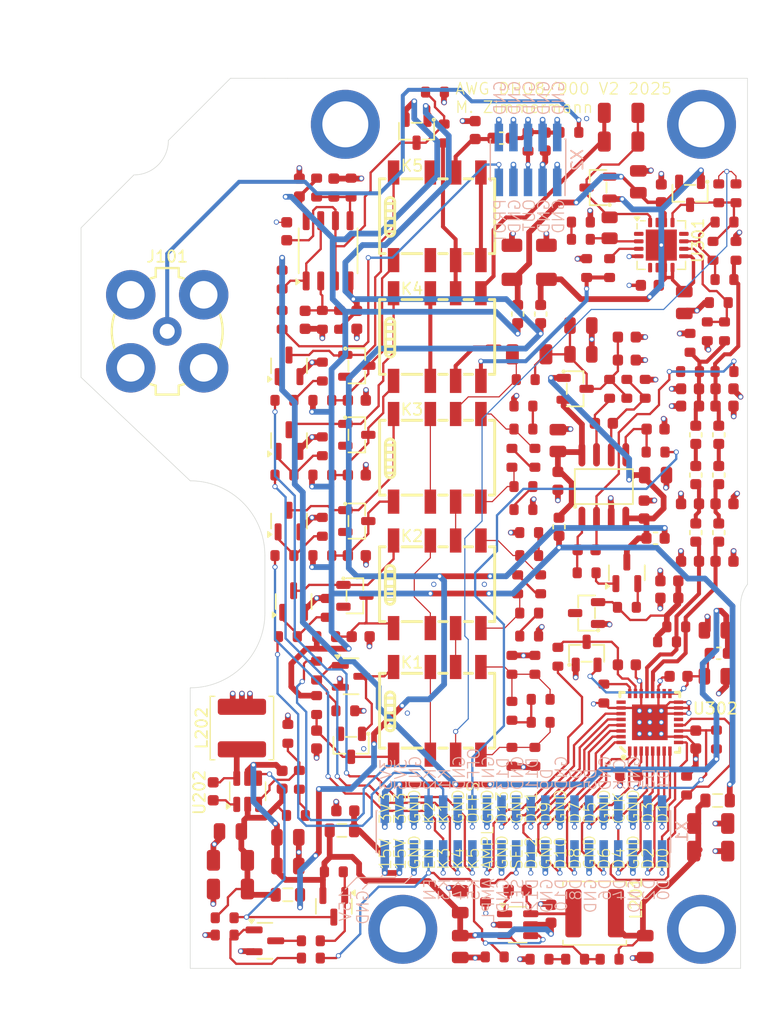
<source format=kicad_pcb>
(kicad_pcb (version 20241229) (generator "pcbnew") (generator_version "9.0")
  (title_block (title "AWG for DHO8/900") (date "2025-06-07") (rev "V2") (company "M. Zimmermann"))
  (layers (0 "F.Cu" signal) (4 "In1.Cu" power) (6 "In2.Cu" power) (2 "B.Cu" signal) (13 "F.Paste" user) (15 "B.Paste" user) (5 "F.SilkS" user "F.Silkscreen") (7 "B.SilkS" user "B.Silkscreen") (1 "F.Mask" user) (3 "B.Mask" user) (25 "Edge.Cuts" user))
  (net 0 "")
  (net 1 "GND")
  (net 2 "/15V_IN")
  (net 3 "Net-(U201-CB)")
  (net 4 "Net-(U201-SW)")
  (net 5 "Net-(Q201-E)")
  (net 6 "Net-(C206-Pad1)")
  (net 7 "Net-(U202-SW)")
  (net 8 "Net-(U202-CB)")
  (net 9 "Net-(U202-GND)")
  (net 10 "+6V5_OPA")
  (net 11 "-6V5_OPA")
  (net 12 "+3.3V")
  (net 13 "Net-(U302-CLKVDD)")
  (net 14 "Net-(U302-IOUTA)")
  (net 15 "Net-(C317-Pad1)")
  (net 16 "Net-(U302-IOUTB)")
  (net 17 "Net-(C320-Pad2)")
  (net 18 "Net-(U303A-IN1-)")
  (net 19 "Net-(U303A-OUT1)")
  (net 20 "+6V5_OPA2")
  (net 21 "Net-(U302-REFIO)")
  (net 22 "Net-(C325-Pad1)")
  (net 23 "-6V5_OPA2")
  (net 24 "Net-(U303B-OUT2)")
  (net 25 "Net-(U303B-IN2-)")
  (net 26 "Net-(C402-Pad1)")
  (net 27 "Net-(U303B-IN2+)")
  (net 28 "Net-(C407-Pad1)")
  (net 29 "/OUT")
  (net 30 "+6V5")
  (net 31 "Net-(U501A-+)")
  (net 32 "-6V5")
  (net 33 "Net-(U501A--)")
  (net 35 "Net-(D402-Pad3)")
  (net 36 "Net-(Q401-C)")
  (net 39 "Net-(Q402-C)")
  (net 40 "/DAC/DAC_OUT")
  (net 41 "Net-(Q403-C)")
  (net 44 "Net-(Q404-C)")
  (net 46 "Net-(Q405-C)")
  (net 51 "Net-(K1-Pad4)")
  (net 52 "Net-(K1-Pad3)")
  (net 53 "Net-(K1-Pad2)")
  (net 54 "Net-(K1-Pad5)")
  (net 55 "Net-(K1-Pad6)")
  (net 56 "Net-(K2-Pad2)")
  (net 57 "Net-(K2-Pad5)")
  (net 58 "Net-(K2-Pad6)")
  (net 59 "Net-(K2-Pad4)")
  (net 60 "Net-(K3-Pad6)")
  (net 61 "Net-(K3-Pad5)")
  (net 62 "Net-(K3-Pad2)")
  (net 63 "Net-(K3-Pad4)")
  (net 64 "Net-(K4-Pad5)")
  (net 65 "/GainOffsetStage/OUT_PROT")
  (net 66 "Net-(K4-Pad2)")
  (net 67 "Net-(K4-Pad4)")
  (net 69 "Net-(K5-Pad4)")
  (net 71 "Net-(Q201-B)")
  (net 72 "Net-(Q201-C)")
  (net 73 "Net-(Q202-C)")
  (net 74 "Net-(Q202-B)")
  (net 75 "Net-(Q301-B)")
  (net 76 "Net-(Q301-E)")
  (net 77 "Net-(Q401-B)")
  (net 78 "Net-(Q402-B)")
  (net 79 "Net-(Q403-B)")
  (net 80 "Net-(Q404-B)")
  (net 81 "Net-(Q405-B)")
  (net 82 "/SELECT")
  (net 83 "Net-(U201-FB)")
  (net 84 "/AFG_EN")
  (net 85 "Net-(R203-Pad1)")
  (net 86 "Net-(U202-FB)")
  (net 87 "Net-(R209-Pad1)")
  (net 88 "Net-(R414-Pad2)")
  (net 89 "Net-(U301A-+)")
  (net 90 "Net-(U301A--)")
  (net 91 "Net-(R416-Pad2)")
  (net 92 "Net-(U302-FS_ADJ)")
  (net 93 "/AFG_AMPL")
  (net 94 "Net-(U301B-+)")
  (net 95 "Net-(U301B--)")
  (net 96 "Net-(R405-Pad2)")
  (net 97 "/OFFSETS")
  (net 98 "Net-(R426-Pad2)")
  (net 99 "Net-(R415-Pad2)")
  (net 100 "Net-(R427-Pad2)")
  (net 101 "Net-(R417-Pad2)")
  (net 102 "/K4_OUT_AMPLIFIER")
  (net 103 "/K5_ON_OUT")
  (net 104 "/K1")
  (net 105 "/K2")
  (net 106 "/K3")
  (net 107 "Net-(R503-Pad2)")
  (net 108 "/PROTECTION")
  (net 114 "/DB13")
  (net 115 "/DB0")
  (net 116 "/DB10")
  (net 118 "/DB9")
  (net 119 "/DB1")
  (net 120 "/CLOCK")
  (net 121 "/DB12")
  (net 123 "/DB4")
  (net 124 "/DB2")
  (net 125 "/DB6")
  (net 126 "/DB11")
  (net 127 "/DB3")
  (net 128 "/DB5")
  (net 129 "/DB8")
  (net 130 "/DB7")
  (net 131 "Net-(C409-Pad2)")
  (net 132 "Net-(C410-Pad2)")
  (net 133 "Net-(C411-Pad2)")
  (net 134 "Net-(C412-Pad2)")
  (net 135 "Net-(C413-Pad2)")
  (net 136 "Net-(U501B-+)")
  (net 137 "Net-(C303-Pad1)")
  (net 138 "Net-(C306-Pad2)")
  (net 139 "Net-(L305-Pad2)")
  (net 140 "Net-(L308-Pad2)")
  (net 141 "Net-(R428-Pad2)")
  (net 142 "Net-(K4-Pad3)")
  (net 143 "Net-(C313-Pad1)")
  (net 144 "/OUT_Coax")
  (net 145 "/OUT_Con")
  (footprint "PCM_JLCPCB:C_0805" (layer "F.Cu") (at 132 84.5 180)
    (property "Reference" "C327" (hide yes))
    (property "Value" "10uF")
  )
  (footprint "PCM_JLCPCB:R_0603" (layer "F.Cu") (at 105.5 59.5 90)
    (property "Reference" "R502" (hide yes))
    (property "Value" "3.3kΩ")
  )
  (footprint "PCM_JLCPCB:L_0603" (layer "F.Cu") (at 137.5 89.5 90)
    (property "Reference" "L307" (hide yes))
    (property "Value" "100nH")
  )
  (footprint "AWG_Footprint:MountingHole_4.0mm_SmallPad" (layer "F.Cu") (at 136 54)
    (property "Reference" "H102" (hide yes))
    (property "Value" "MountingHole_Pad")
  )
  (footprint "PCM_JLCPCB:L_0603" (layer "F.Cu") (at 135.5 89.5 90)
    (property "Reference" "L304" (hide yes))
    (property "Value" "100nH")
  )
  (footprint "PCM_JLCPCB:C_0603" (layer "F.Cu") (at 129.5 74.5)
    (property "Reference" "C404" (hide yes))
    (property "Value" "100nF")
  )
  (footprint "PCM_JLCPCB:Hole_Tooling_JLCPCB" (layer "F.Cu") (at 138.1 119.6)
    (property "Reference" "H106" (hide yes))
    (property "Value" "~" (hide yes))
  )
  (footprint "PCM_JLCPCB:C_0603" (layer "F.Cu") (at 120 120.6 180)
    (property "Reference" "C202" (hide yes))
    (property "Value" "100nF")
  )
  (footprint "PCM_JLCPCB:R_0603" (layer "F.Cu") (at 102 126.5 180)
    (property "Reference" "R208" (hide yes))
    (property "Value" "3.3kΩ")
  )
  (footprint "PCM_JLCPCB:C_0603" (layer "F.Cu") (at 133.2 95.2 180)
    (property "Reference" "C325" (hide yes))
    (property "Value" "100nF")
  )
  (footprint "PCM_JLCPCB:L_0603" (layer "F.Cu") (at 135.5 81 90)
    (property "Reference" "L306" (hide yes))
    (property "Value" "100nH")
  )
  (footprint "PCM_JLCPCB:C_0603" (layer "F.Cu") (at 101.5 71 -90)
    (property "Reference" "C505" (hide yes))
    (property "Value" "100nF")
  )
  (footprint "PCM_JLCPCB:R_0603" (layer "F.Cu") (at 121.5 83 90)
    (property "Reference" "R431" (hide yes))
    (property "Value" "56Ω")
  )
  (footprint "PCM_JLCPCB:R_0603" (layer "F.Cu") (at 102.5 104.5 -90)
    (property "Reference" "R443" (hide yes))
    (property "Value" "68Ω")
  )
  (footprint "PCM_JLCPCB:R_0603" (layer "F.Cu") (at 105 105)
    (property "Reference" "R440" (hide yes))
    (property "Value" "22kΩ")
  )
  (footprint "PCM_JLCPCB:R_0603" (layer "F.Cu") (at 137.5 60 90)
    (property "Reference" "R432" (hide yes))
    (property "Value" "180Ω")
  )
  (footprint "PCM_JLCPCB:C_0805" (layer "F.Cu") (at 137.2 102)
    (property "Reference" "C314" (hide yes))
    (property "Value" "10uF")
  )
  (footprint "PCM_JLCPCB:R_0603" (layer "F.Cu") (at 120.5 78.5)
    (property "Reference" "R417" (hide yes))
    (property "Value" "10Ω")
  )
  (footprint "PCM_JLCPCB:R_0603" (layer "F.Cu") (at 122 106 180)
    (property "Reference" "R426" (hide yes))
    (property "Value" "47Ω")
  )
  (footprint "PCM_JLCPCB:R_0603" (layer "F.Cu") (at 103 84.5)
    (property "Reference" "R447" (hide yes))
    (property "Value" "68Ω")
  )
  (footprint "PCM_JLCPCB:R_0603" (layer "F.Cu") (at 135 75.5 180)
    (property "Reference" "R306" (hide yes))
    (property "Value" "2.7kΩ")
  )
  (footprint "PCM_JLCPCB:R_0603" (layer "F.Cu") (at 103 91.5)
    (property "Reference" "R445" (hide yes))
    (property "Value" "68Ω")
  )
  (footprint "PCM_JLCPCB:R_0603" (layer "F.Cu") (at 118 126.4 180)
    (property "Reference" "R202" (hide yes))
    (property "Value" "22kΩ")
  )
  (footprint "PCM_JLCPCB:R_0603" (layer "F.Cu") (at 104.5 71 90)
    (property "Reference" "R506" (hide yes))
    (property "Value" "3.9kΩ")
  )
  (footprint "PCM_JLCPCB:R_0603" (layer "F.Cu") (at 121.9 126.6 180)
    (property "Reference" "R204" (hide yes))
    (property "Value" "68Ω")
  )
  (footprint "AWG_Footprint:RELAY-SMD_G6K-2F-X-XX" (layer "F.Cu") (at 113 83)
    (property "Reference" "K3")
    (property "Value" "~")
  )
  (footprint "PCM_JLCPCB:Q_SOT-23" (layer "F.Cu") (at 100.5 95.5 90)
    (property "Reference" "Q404" (hide yes))
    (property "Value" "BC846B")
  )
  (footprint "PCM_JLCPCB:R_0603" (layer "F.Cu") (at 103 71 -90)
    (property "Reference" "R507" (hide yes))
    (property "Value" "3.3kΩ")
  )
  (footprint "PCM_JLCPCB:L_0603" (layer "F.Cu") (at 132 90 180)
    (property "Reference" "L311" (hide yes))
    (property "Value" "100nH")
  )
  (footprint "PCM_JLCPCB:R_0603" (layer "F.Cu") (at 119.5 83 90)
    (property "Reference" "R428" (hide yes))
    (property "Value" "390Ω")
  )
  (footprint "PCM_JLCPCB:C_1206" (layer "F.Cu") (at 119.5 66 -90)
    (property "Reference" "C216" (hide yes))
    (property "Value" "47uF")
  )
  (footprint "PCM_JLCPCB:R_1206" (layer "F.Cu") (at 129 55.5)
    (property "Reference" "R410" (hide yes))
    (property "Value" "100Ω")
  )
  (footprint "PCM_JLCPCB:R_0603" (layer "F.Cu") (at 139 60 -90)
    (property "Reference" "R460" (hide yes))
    (property "Value" "180Ω")
  )
  (footprint "PCM_JLCPCB:C_1206" (layer "F.Cu") (at 136.8 117.2)
    (property "Reference" "C208" (hide yes))
    (property "Value" "47uF")
  )
  (footprint "PCM_JLCPCB:C_0805" (layer "F.Cu") (at 100 118.5)
    (property "Reference" "C211" (hide yes))
    (property "Value" "10uF")
  )
  (footprint "PCM_JLCPCB:R_0603" (layer "F.Cu") (at 120.5 85.5 180)
    (property "Reference" "R424" (hide yes))
    (property "Value" "100Ω")
  )
  (footprint "PCM_JLCPCB:R_0603" (layer "F.Cu") (at 103.335 96.048 90)
    (property "Reference" "R441" (hide yes))
    (property "Value" "22kΩ")
  )
  (footprint "PCM_JLCPCB:R_0603" (layer "F.Cu") (at 103.335 98.548)
    (property "Reference" "R444" (hide yes))
    (property "Value" "68Ω")
  )
  (footprint "PCM_JLCPCB:R_0603" (layer "F.Cu") (at 120 94 90)
    (property "Reference" "R427" (hide yes))
    (property "Value" "390Ω")
  )
  (footprint "Inductor_SMD:L_APV_ANR5045" (layer "F.Cu") (at 126.7 122.6)
    (property "Reference" "L201")
    (property "Value" "22uH")
  )
  (footprint "PCM_JLCPCB:R_0603" (layer "F.Cu") (at 133 99 180)
    (property "Reference" "R305" (hide yes))
    (property "Value" "49.9Ω")
  )
  (footprint "PCM_JLCPCB:C_0603" (layer "F.Cu") (at 126 91)
    (property "Reference" "C321" (hide yes))
    (property "Value" "100nF")
  )
  (footprint "PCM_JLCPCB:C_1206" (layer "F.Cu") (at 122.5 66 90)
    (property "Reference" "C217" (hide yes))
    (property "Value" "47uF")
  )
  (footprint "PCM_JLCPCB:C_0805" (layer "F.Cu") (at 130.5 59 90)
    (property "Reference" "C304" (hide yes))
    (property "Value" "10uF")
  )
  (footprint "PCM_JLCPCB:L_0603" (layer "F.Cu") (at 120 70.5 -90)
    (property "Reference" "L301" (hide yes))
    (property "Value" "100nH")
  )
  (footprint "PCM_JLCPCB:Q_SOT-23" (layer "F.Cu") (at 100.1 88.5 90)
    (property "Reference" "Q405" (hide yes))
    (property "Value" "BC846B")
  )
  (footprint "PCM_JLCPCB:C_1206" (layer "F.Cu") (at 95 118)
    (property "Reference" "C214" (hide yes))
    (property "Value" "47uF")
  )
  (footprint "PCM_JLCPCB:C_0603" (layer "F.Cu") (at 129.5 101)
    (property "Reference" "C324" (hide yes))
    (property "Value" "100nF")
  )
  (footprint "PCM_JLCPCB:R_0603" (layer "F.Cu") (at 100.7 114.1 180)
    (property "Reference" "R211" (hide yes))
    (property "Value" "68Ω")
  )
  (footprint "PCM_JLCPCB:Q_SOT-23" (layer "F.Cu") (at 100.1 81.5 90)
    (property "Reference" "Q401" (hide yes))
    (property "Value" "BC846B")
  )
  (footprint "PCM_JLCPCB:R_0603" (layer "F.Cu") (at 120.5 87.5 180)
    (property "Reference" "R416" (hide yes))
    (property "Value" "10Ω")
  )
  (footprint "PCM_JLCPCB:C_0603" (layer "F.Cu") (at 106 78 180)
    (property "Reference" "C410" (hide yes))
    (property "Value" "1uF")
  )
  (footprint "PCM_JLCPCB:C_0603" (layer "F.Cu") (at 135 92 180)
    (property "Reference" "C301" (hide yes))
    (property "Value" "10pF")
  )
  (footprint "PCM_JLCPCB:R_0603" (layer "F.Cu") (at 121 98.5 180)
    (property "Reference" "R414" (hide yes))
    (property "Value" "10Ω")
  )
  (footprint "PCM_JLCPCB:R_0603" (layer "F.Cu") (at 125 126.6)
    (property "Reference" "R203" (hide yes))
    (property "Value" "3.3kΩ")
  )
  (footprint "PCM_JLCPCB:C_0805" (layer "F.Cu") (at 137.2 98 180)
    (property "Reference" "C311" (hide yes))
    (property "Value" "10uF")
  )
  (footprint "PCM_JLCPCB:L_0603" (layer "F.Cu") (at 135.5 84.5 90)
    (property "Reference" "L305" (hide yes))
    (property "Value" "100nH")
  )
  (footprint "PCM_JLCPCB:C_0603" (layer "F.Cu") (at 99.5 111 -90)
    (property "Reference" "C210" (hide yes))
    (property "Value" "100nF")
  )
  (footprint "PCM_JLCPCB:R_0603" (layer "F.Cu") (at 138 75.5 180)
    (property "Reference" "R312" (hide yes))
    (property "Value" "2.7kΩ")
  )
  (footprint "PCM_JLCPCB:L_0603" (layer "F.Cu") (at 122 70.5 -90)
    (property "Reference" "L303" (hide yes))
    (property "Value" "100nH")
  )
  (footprint "PCM_JLCPCB:R_0603" (layer "F.Cu") (at 102.5 101.5 90)
    (property "Reference" "R437" (hide yes))
    (property "Value" "3.3kΩ")
  )
  (footprint "PCM_JLCPCB:C_0805" (layer "F.Cu") (at 131.1 125.5 -90)
    (property "Reference" "C206" (hide yes))
    (property "Value" "10uF")
  )
  (footprint "PCM_JLCPCB:R_0603" (layer "F.Cu") (at 131.1 77 90)
    (property "Reference" "R407" (hide yes))
    (property "Value" "4.3kΩ")
  )
  (footprint "PCM_JLCPCB:R_0603" (layer "F.Cu") (at 128 126.6 180)
    (property "Reference" "R201" (hide yes))
    (property "Value" "24kΩ")
  )
  (footprint "PCM_JLCPCB:SOT-23-3_L2.9-W1.3-P1.90-LS2.4-BR" (layer "F.Cu") (at 126 100 -90)
    (property "Reference" "D302" (hide yes))
    (property "Value" "BAV99_C7420336")
  )
  (footprint "PCM_JLCPCB:R_0603" (layer "F.Cu") (at 134.7 111.5 90)
    (property "Reference" "R308" (hide yes))
    (property "Value" "560Ω")
  )
  (footprint "PCM_JLCPCB:C_0603" (layer "F.Cu") (at 132 80.5 180)
    (property "Reference" "C406" (hide yes))
    (property "Value" "1uF")
  )
  (footprint "PCM_JLCPCB:SOT-23-3_L2.9-W1.3-P1.90-LS2.4-BR" (layer "F.Cu") (at 105.835 95 180)
    (property "Reference" "D407" (hide yes))
    (property "Value" "BAV99_C7420336")
  )
  (footprint "PCM_JLCPCB:C_0805" (layer "F.Cu") (at 123.5 81.5 90)
    (property "Reference" "C322" (hide yes))
    (property "Value" "10uF")
  )
  (footprint "PCM_JLCPCB:R_0603" (layer "F.Cu") (at 121 96.5 180)
    (property "Reference" "R422" (hide yes))
    (property "Value" "100Ω")
  )
  (footprint "PCM_JLCPCB:C_0603" (layer "F.Cu") (at 106 91.5 180)
    (property "Reference" "C413" (hide yes))
    (property "Value" "1uF")
  )
  (footprint "AWG_Footprint:RELAY-SMD_G6K-2F-X-XX" (layer "F.Cu") (at 113 72.5)
    (property "Reference" "K4")
    (property "Value" "~")
  )
  (footprint "PCM_JLCPCB:R_0603" (layer "F.Cu") (at 129.5 77 -90)
    (property "Reference" "R401" (hide yes))
    (property "Value" "4.7kΩ")
  )
  (footprint "PCM_JLCPCB:C_0805" (layer "F.Cu") (at 125.5 74)
    (property "Reference" "C403" (hide yes))
    (property "Value" "10uF")
  )
  (footprint "PCM_JLCPCB:C_0603" (layer "F.Cu") (at 138 78.5 180)
    (property "Reference" "C320" (hide yes))
    (property "Value" "100pF")
  )
  (footprint "PCM_JLCPCB:R_0603" (layer "F.Cu") (at 125.5 64 180)
    (property "Reference" "R405" (hide yes))
    (property "Value" "15Ω")
  )
  (footprint "PCM_JLCPCB:FB_0805" (layer "F.Cu") (at 104.7 115.4 180)
    (property "Reference" "FB201" (hide yes))
    (property "Value" "~")
  )
  (footprint "PCM_JLCPCB:C_0603" (layer "F.Cu") (at 135 77 180)
    (property "Reference" "C318" (hide yes))
    (property "Value" "100pF")
  )
  (footprint "PCM_JLCPCB:C_0805" (layer "F.Cu") (at 115 125.5 -90)
    (property "Reference" "C204" (hide yes))
    (property "Value" "10uF")
  )
  (footprint "PCM_JLCPCB:R_0603" (layer "F.Cu") (at 124.5 54.7)
    (property "Reference" "R103" (hide yes))
    (property "Value" "0Ω")
  )
  (footprint "PCM_JLCPCB:C_0805" (layer "F.Cu") (at 134.5 69.5 90)
    (property "Reference" "C309" (hide yes))
    (property "Value" "10uF")
  )
  (footprint "PCM_JLCPCB:L_0603" (layer "F.Cu") (at 137.5 100 180)
    (property "Reference" "L302" (hide yes))
    (property "Value" "100nH")
  )
  (footprint "PCM_JLCPCB:R_0603" (layer "F.Cu") (at 94.5 124.5 180)
    (property "Reference" "R212" (hide yes))
    (property "Value" "22kΩ")
  )
  (footprint "PCM_JLCPCB:L_0603" (layer "F.Cu") (at 118.6 55.2)
    (property "Reference" "L401" (hide yes))
    (property "Value" "100nH")
  )
  (footprint "PCM_JLCPCB:R_0603" (layer "F.Cu") (at 121 89.5)
    (property "Reference" "R415" (hide yes))
    (property "Value" "10Ω")
  )
  (footprint "PCM_JLCPCB:C_0603" (layer "F.Cu") (at 106 71 -90)
    (property "Reference" "C503" (hide yes))
    (property "Value" "1uF")
  )
  (footprint "PCM_JLCPCB:L_0603" (layer "F.Cu") (at 137.5 81 90)
    (property "Reference" "L309" (hide yes))
    (property "Value" "100nH")
  )
  (footprint "PCM_JLCPCB:R_0603" (layer "F.Cu") (at 99.5 71 -90)
    (property "Reference" "R504" (hide yes))
    (property "Value" "1kΩ")
  )
  (footprint "PCM_JLCPCB:R_1206" (layer "F.Cu") (at 129 53)
    (property "Reference" "R413" (hide yes))
    (property "Value" "100Ω")
  )
  (footprint "PCM_JLCPCB:R_0603" (layer "F.Cu") (at 138 67.5 180)
    (property "Reference" "R310" (hide yes))
    (property "Value" "100Ω")
  )
  (footprint "Inductor_SMD:L_APV_ANR5045" (layer "F.Cu") (at 96 106.5 90)
    (property "Reference" "L202")
    (property "Value" "22uH")
  )
  (footprint "PCM_JLCPCB:L_0603" (layer "F.Cu") (at 137.5 84.5 90)
    (property "Reference" "L308" (hide yes))
    (property "Value" "100nH")
  )
  (footprint "PCM_JLCPCB:SOIC-8_L4.9-W3.9-P1.27-LS6.0-BL" (layer "F.Cu") (at 127.5 85.5)
    (property "Reference" "U303" (hide yes))
    (property "Value" "NE5532DR")
  )
  (footprint "PCM_JLCPCB:R_0603" (layer "F.Cu") (at 103 82 90)
    (property "Reference" "R435" (hide yes))
    (property "Value" "22kΩ")
  )
  (footprint "PCM_JLCPCB:R_0603" (layer "F.Cu") (at 100 98.548 180)
    (property "Reference" "R438" (hide yes))
    (property "Value" "3.3kΩ")
  )
  (footprint "PCM_JLCPCB:R_0603" (layer "F.Cu") (at 136.5 72 90)
    (property "Reference" "R302" (hide yes))
    (property "Value" "5.6kΩ")
  )
  (footprint "PCM_JLCPCB:R_0603" (layer "F.Cu") (at 122 104)
    (property "Reference" "R455" (hide yes))
    (property "Value" "82Ω")
  )
  (footprint "PCM_JLCPCB:R_0603" (layer "F.Cu") (at 103 89 90)
    (property "Reference" "R442" (hide yes))
    (property "Value" "22kΩ")
  )
  (footprint "PCM_JLCPCB:R_0603" (layer "F.Cu") (at 99.7 84.5 180)
    (property "Reference" "R433" (hide yes))
    (property "Value" "3.3kΩ")
  )
  (footprint "AWG_Footprint:RELAY-SMD_G6K-2F-X-XX" (layer "F.Cu") (at 113 105)
    (property "Reference" "K1")
    (property "Value" "~")
  )
  (footprint "PCM_JLCPCB:R_0603" (layer "F.Cu") (at 128 77 90)
    (property "Reference" "R406" (hide yes))
    (property "Value" "4.7Ω")
  )
  (footprint "PCM_JLCPCB:R_0603" (layer "F.Cu") (at 137 65 90)
    (property "Reference" "R314" (hide yes))
    (property "Value" "390Ω")
  )
  (footprint "PCM_JLCPCB:C_1206" (layer "F.Cu") (at 95 120.5)
    (property "Reference" "C215" (hide yes))
    (property "Value" "47uF")
  )
  (footprint "PCM_JLCPCB:R_0603" (layer "F.Cu") (at 94.5 123 180)
    (property "Reference" "R210" (hide yes))
    (property "Value" "22kΩ")
  )
  (footprint "PCM_JLCPCB:C_0603" (layer "F.Cu") (at 138 77 180)
    (property "Reference" "C329" (hide yes))
    (property "Value" "100pF")
  )
  (footprint "PCM_JLCPCB:R_0603" (layer "F.Cu") (at 121 91.5 180)
    (property "Reference" "R423" (hide yes))
    (property "Value" "100Ω")
  )
  (footprint "PCM_JLCPCB:R_0603" (layer "F.Cu") (at 119.5 105 90)
    (property "Reference" "R429" (hide yes))
    (property "Value" "6.8kΩ")
  )
  (footprint "PCM_JLCPCB:R_0603" (layer "F.Cu") (at 121.5 101 -90)
    (property "Reference" "R421" (hide yes))
    (property "Value" "180Ω")
  )
  (footprint "PCM_JLCPCB:SOT-23-3_L2.9-W1.3-P1.90-LS2.4-BR" (layer "F.Cu") (at 127 59.5)
    (property "Reference" "D402" (hide yes))
    (property "Value" "BAV99_C7420336")
  )
  (footprint "PCM_JLCPCB:R_0603" (layer "F.Cu") (at 122 94 90)
    (property "Reference" "R430" (hide yes))
    (property "Value" "56Ω")
  )
  (footprint "PCM_JLCPCB:R_0603" (layer "F.Cu") (at 139 65 90)
    (property "Reference" "R313" (hide yes))
    (property "Value" "560Ω")
  )
  (footprint "PCM_JLCPCB:C_0603" (layer "F.Cu") (at 129.5 72.5)
    (property "Reference" "C405" (hide yes))
    (property "Value" "100nF")
  )
  (footprint "PCM_JLCPCB:FB_0805" (layer "F.Cu") (at 100 121)
    (property "Reference" "FB203" (hide yes))
    (property "Value" "~")
  )
  (footprint "PCM_JLCPCB:C_0603" (layer "F.Cu") (at 138 87 180)
    (property "Reference" "C306" (hide yes))
    (property "Value" "68pF")
  )
  (footprint "PCM_JLCPCB:R_0603" (layer "F.Cu") (at 125.5 62.5)
    (property "Reference" "R409" (hide yes))
    (property "Value" "15Ω")
  )
  (footprint "PCM_JLCPCB:R_0603" (layer "F.Cu") (at 120.5 80.5 180)
    (property "Reference" "R425" (hide yes))
    (property "Value" "100Ω")
  )
  (footprint "PCM_JLCPCB:C_0603" (layer "F.Cu") (at 93.5 112 -90)
    (property "Reference" "C209" (hide yes))
    (property "Value" "100nF")
  )
  (footprint "PCM_JLCPCB:L_0603" (layer "F.Cu") (at 123.6 89 90)
    (property "Reference" "L310" (hide yes))
    (property "Value" "100nH")
  )
  (footprint "PCM_JLCPCB:SOT-23-3_L2.9-W1.3-P1.90-LS2.4-BR" (layer "F.Cu") (at 111.2 54.6 90)
    (property "Reference" "D501" (hide yes))
    (property "Value" "BAV99_C7420336")
  )
  (footprint "PCM_JLCPCB:C_0603" (layer "F.Cu") (at 123.5 85 -90)
    (property "Reference" "C323" (hide yes))
    (property "Value" "100nF")
  )
  (footprint "PCM_JLCPCB:C_0603" (layer "F.Cu") (at 131 87.5 -90)
    (property "Reference" "C328" (hide yes))
    (property "Value" "100nF")
  )
  (footprint "PCM_JLCPCB:C_0603" (layer "F.Cu") (at 132.5 60 90)
    (property "Reference" "C305" (hide yes))
    (property "Value" "100nF")
  )
  (footprint "AWG_Footprint:BNC_Amphenol_ICC 031-5329-51RFX" (layer "F.Cu") (at 89.5 72)
    (property "Reference" "J101")
    (property "Value" "BNC_Amphenol_ICC 031-5329-51RFX")
  )
  (footprint "PCM_JLCPCB:SOT-23-3_L2.9-W1.3-P1.90-LS2.4-BR" (layer "F.Cu") (at 105.5 108 90)
    (property "Reference" "D406" (hide yes))
    (property "Value" "BAV99_C7420336")
  )
  (footprint "PCM_JLCPCB:R_0603" (layer "F.Cu") (at 102 125 180)
    (property "Reference" "R206" (hide yes))
    (property "Value" "22kΩ")
  )
  (footprint "PCM_JLCPCB:C_0603" (layer "F.Cu") (at 122.9 122.65 90)
    (property "Reference" "C203" (hide yes))
    (property "Value" "100nF")
  )
  (footprint "PCM_JLCPCB:C_0603" (layer "F.Cu") (at 122.4 55.5 -90)
    (property "Reference" "C408" (hide yes))
    (property "Value" "47pF")
  )
  (footprint "PCM_JLCPCB:R_0603" (layer "F.Cu") (at 99.7 91.5 180)
    (property "Reference" "R439" (hide yes))
    (property "Value" "3.3kΩ")
  )
  (footprint "PCM_JLCPCB:C_0603" (layer "F.Cu") (at 135 87 180)
    (property "Reference" "C303" (hide yes))
    (property "Value" "68pF")
  )
  (footprint "PCM_JLCPCB:C_0805" (layer "F.Cu") (at 125.5 71.5)
    (property "Reference" "C402" (hide yes))
    (property "Value" "10uF")
  )
  (footprint "PCM_JLCPCB:C_0603" (layer "F.Cu") (at 135 78.5 180)
    (property "Reference" "C317" (hide yes))
    (property "Value" "100pF")
  )
  (footprint "PCM_JLCPCB:R_0603" (layer "F.Cu") (at 103 75.5 90)
    (property "Reference" "R436" (hide yes))
    (property "Value" "22kΩ")
  )
  (footprint "PCM_JLCPCB:C_0603" (layer "F.Cu") (at 129.7 110.6 180)
    (property "Reference" "C315" (hide yes))
    (property "Value" "100nF")
  )
  (footprint "PCM_JLCPCB:SOIC-8_3.9x4.9mm_P1.27mm" (layer "F.Cu") (at 103.5 65 90)
    (property "Reference" "U501" (hide yes))
    (property "Value" "LM393DR2G")
  )
  (footprint "PCM_JLCPCB:C_0805" (layer "F.Cu") (at 95 115.5)
    (property "Reference" "C213" (hide yes))
    (property "Value" "10uF")
  )
  (footprint "PCM_JLCPCB:R_0603" (layer "F.Cu") (at 138 62.5 180)
    (property "Reference" "R315" (hide yes))
    (property "Value" "5.6kΩ")
  )
  (footprint "AWG_Footprint:RELAY-SMD_G6K-2F-X-XX" (layer "F.Cu") (at 113 62)
    (property "Reference" "K5")
    (property "Value" "~")
  )
  (footprint "PCM_JLCPCB:R_0603" (layer "F.Cu") (at 99.5 67.5 -90)
    (property "Reference" "R503" (hide yes))
    (property "Value" "5.1kΩ")
  )
  (footprint "Package_TO_SOT_SMD:SOT-23-6" (layer "F.Cu") (at 96.5 112 90)
    (property "Reference" "U202")
    (property "Value" "LMR54406FDBVR")
  )
  (footprint "PCM_JLCPCB:R_0603" (layer "F.Cu") (at 113.6 54.8 90)
    (property "Reference" "R505" (hide yes))
    (property "Value" "100kΩ")
  )
  (footprint "AWG_Footprint:MountingHole_4.0mm_SmallPad" (layer "F.Cu") (at 105 54)
    (property "Reference" "H101" (hide yes))
    (property "Value" "MountingHole_Pad")
  )
  (footprint "PCM_JLCPCB:R_0603" (layer "F.Cu") (at 126 66.5 90)
    (property "Reference" "R403" (hide yes))
    (property "Value" "100kΩ")
  )
  (footprint "PCM_JLCPCB:R_0603" (layer "F.Cu") (at 133.8 97.7)
    (property "Reference" "R311" (hide yes))
    (property "Value" "49.9Ω")
  )
  (footprint "AWG_Footprint:MountingHole_4.0mm_SmallPad" (layer "F.Cu") (at 136 124)
    (property "Reference" "H104" (hide yes))
    (property "Value" "MountingHole_Pad")
  )
  (footprint "PCM_JLCPCB:R_0603" (layer "F.Cu") (at 119.5 109 90)
    (property "Reference" "R418" (hide yes))
    (property "Value" "180Ω")
  )
  (footprint "PCM_JLCPCB:Q_SOT-23" (layer "F.Cu") (at 98 125)
    (property "Reference" "Q202" (hide yes))
    (property "Value" "BC846B")
  )
  (footprint "PCM_JLCPCB:C_0603" (layer "F.Cu") (at 127.5 80)
    (property "Reference" "C401" (hide yes))
    (property "Value" "100nF")
  )
  (footprint "AWG_Footprint:RELAY-SMD_G6K-2F-X-XX" (layer "F.Cu") (at 113 94)
    (property "Reference" "K2")
    (property "Value" "~")
  )
  (footprint "PCM_JLCPCB:R_0603" (layer "F.Cu") (at 121.5 109 90)
    (property "Reference" "R419" (hide yes))
    (property "Value" "4.7kΩ")
  )
  (footprint "PCM_JLCPCB:C_0603" (layer "F.Cu") (at 99.9 63.3 90)
    (property "Reference" "C504" (hide yes))
    (property "Value" "47pF")
  )
  (footprint "PCM_JLCPCB:C_0805" (layer "F.Cu") (at 115 121.6 90)
    (property "Reference" "C205" (hide yes))
    (property "Value" "10uF")
  )
  (footprint "Package_DFN_QFN:Texas_RSA_VQFN-16-1EP_4x4mm_P0.65mm_EP2.7x2.7mm" (layer "F.Cu") (at 132.5 64.5)
    (property "Reference" "U301")
    (property "Value" "OPA2673IRGVR")
  )
  (footprint "PCM_JLCPCB:R_0603" (layer "F.Cu") (at 128 66.5 90)
    (property "Reference" "R402" (hide yes))
    (property "Value" "15Ω")
  )
  (footprint "PCM_JLCPCB:Q_SOT-23" (layer "F.Cu") (at 105.5 102)
    (property "Reference" "Q403" (hide yes))
    (property "Value" "BC846B")
  )
  (footprint "PCM_JLCPCB:R_0603" (layer "F.Cu") (at 120.9 55.5 -90)
    (property "Reference" "R102" (hide yes))
    (property "Value" "0Ω")
  )
  (footprint "PCM_JLCPCB:C_0603" (layer "F.Cu") (at 102.5 107.5 90)
    (property "Reference" "C411" (hide yes))
    (property "Value" "1uF")
  )
  (footprint "PCM_JLCPCB:Q_SOT-23" (layer "F.Cu") (at 100.1 75 90)
    (property "Reference" "Q402" (hide yes))
    (property "Value" "BC846B")
  )
  (footprint "PCM_JLCPCB:C_0603" (layer "F.Cu") (at 105 113.7 180)
    (property "Reference" "C201" (hide yes))
    (property "Value" "100nF")
  )
  (footprint "PCM_JLCPCB:SOT-23-3_L2.9-W1.3-P1.90-LS2.4-BR" (layer "F.Cu") (at 106 88.5 180)
    (property "Reference" "D408" (hide yes))
    (property "Value" "BAV99_C7420336")
  )
  (footprint "PCM_JLCPCB:C_0603" (layer "F.Cu") (at 116.3 54.5 90)
    (property "Reference" "C407" (hide yes))
    (property "Value" "47pF")
  )
  (footprint "PCM_JLCPCB:R_0603" (layer "F.Cu") (at 138 72 90)
    (property "Reference" "R307" (hide yes))
    (property "Value" "100Ω")
  )
  (footprint "AWG_Footprint:MountingHole_4.0mm_SmallPad" (layer "F.Cu") (at 110 124)
    (property "Reference" "H103" (hide yes))
    (property "Value" "MountingHole_Pad")
  )
  (footprint "PCM_JLCPCB:R_0603" (layer "F.Cu") (at 99.7 78 180)
    (property "Reference" "R434" (hide yes))
    (property "Value" "3.3kΩ")
  )
  (footprint "PCM_JLCPCB:R_0603" (layer "F.Cu") (at 102.5 59.5 -90)
    (property "Reference" "R501" (hide yes))
    (property "Value" "3.9kΩ")
  )
  (footprint "PCM_JLCPCB:R_0603" (layer "F.Cu") (at 101 111 90)
    (property "Reference" "R209" (hide yes))
    (property "Value" "3.3kΩ")
  )
  (footprint "PCM_JLCPCB:R_0603" (layer "F.Cu") (at 129.505 96)
    (property "Reference" "R318" (hide yes))
    (property "Value" "68Ω")
  )
  (footprint "PCM_JLCPCB:R_0603" (layer "F.Cu") (at 137.5 69.5 180)
    (property "Reference" "R303" (hide yes))
    (property "Value" "390Ω")
  )
  (footprint "PCM_JLCPCB:Q_SOT-23" (layer "F.Cu") (at 129.5 93 90)
    (property "Reference" "Q301" (hide yes))
    (property "Value" "MMBT3906")
  )
  (footprint "PCM_JLCPCB:FB_0805" (layer "F.Cu") (at 137.4 112.8)
    (property "Reference" "FB202" (hide yes))
    (property "Value" "~")
  )
  (footprint "PCM_JLCPCB:C_0603" (layer "F.Cu") (at 106.335 98.548 180)
    (property "Reference" "C412" (hide yes))
    (property "Value" "1uF")
  )
  (footprint "PCM_JLCPCB:R_0603" (layer "F.Cu") (at 119.5 101 -90)
    (property "Reference" "R420" (hide yes))
    (property "Value" "4.7kΩ")
  )
  (footprint "PCM_JLCPCB:R_0603" (layer "F.Cu") (at 103 78)
    (property "Reference" "R446" (hide yes))
    (property "Value" "68Ω")
  )
  (footprint "PCM_JLCPCB:R_0603" (layer "F.Cu") (at 132 82.5)
    (property "Reference" "R408" (hide yes))
    (property "Value" "3.3kΩ")
  )
  (footprint "AWG_Footprint:LFCSP-32_L5.0-W5.0-P0.50-BL-EP3.1" (layer "F.Cu") (at 131.5 106)
    (property "Reference" "U302")
    (property "Value" "AD9744ACPZRL7")
  )
  (footprint "PCM_JLCPCB:SOT-23-3_L2.9-W1.3-P1.90-LS2.4-BR" (layer "F.Cu") (at 135 60 90)
    (property "Reference" "D405" (hide yes))
    (property "Value" "BAV99_C7420336")
  )
  (footprint "PCM_JLCPCB:C_0603" (layer "F.Cu") (at 106 84.5 180)
    (property "Reference" "C409" (hide yes))
    (property "Value" "1uF")
  )
  (footprint "NetTie:NetTie-2_SMD_Pad0.5mm" (layer "F.Cu") (at 117.9 73.4 180)
    (property "Reference" "NT401" (hide yes))
    (property "Value" "NetTie_2" (hide yes))
  )
  (footprint "PCM_JLCPCB:R_0603" (layer "F.Cu") (at 123.5 100.3 90)
    (property "Reference" "R317" (hide yes))
    (property "Value" "100Ω")
  )
  (footprint "PCM_JLCPCB:C_0603" (layer "F.Cu") (at 134 102 180)
    (property "Reference" "C313" (hide yes))
    (property "Value" "100nF")
  )
  (footprint "PCM_JLCPCB:C_0603" (layer "F.Cu") (at 133.2 93.7 180)
    (property "Reference" "C326" (hide yes))
    (property "Value" "100nF")
  )
  (footprint "PCM_JLCPCB:C_0805" (layer "F.Cu") (at 100 116)
    (property "Reference" "C212" (hide yes))
    (property "Value" "10uF")
  )
  (footprint "Package_TO_SOT_SMD:SOT-23-6" (layer "F.Cu") (at 120 123.6)
    (property "Reference" "U201" (hide yes))
    (property "Value" "LMR54406FDBVR")
  )
  (footprint "PCM_JLCPCB:C_0603" (layer "F.Cu") (at 135.5 107.5 -90)
    (property "Reference" "C312" (hide yes))
    (property "Value" "100nF")
  )
  (footprint "PCM_JLCPCB:SOT-23-3_L2.9-W1.3-P1.90-LS2.4-BR" (layer "F.Cu") (at 125 77 180)
    (property "Reference" "D401" (hide yes))
    (property "Value" "BAV99_C7420336")
  )
  (footprint "PCM_JLCPCB:R_0805" (layer "F.Cu") (at 128 63 90)
    (property "Reference" "R404" (hide yes))
    (property "Value" "270Ω")
  )
  (footprint "PCM_JLCPCB:Hole_Tooling_JLCPCB" (layer "F.Cu") (at 92.6 126.2)
    (property "Reference" "H107" (hide yes))
    (property "Value" "~" (hide yes))
  )
  (footprint "PCM_JLCPCB:C_0603" (layer "F.Cu") (at 101 59.5 90)
    (property "Reference" "C502" (hide yes))
    (property "Value" "1uF")
  )
  (footprint "PCM_JLCPCB:SOT-23-3_L2.9-W1.3-P1.90-LS2.4-BR" (layer "F.Cu") (at 106 75 180)
    (property "Reference" "D404" (hide yes))
    (property "Value" "BAV99_C7420336")
  )
  (footprint "PCM_JLCPCB:Hole_Tooling_JLCPCB" (layer "F.Cu") (at 100.1 52.5)
    (property "Reference" "H105" (hide yes))
    (property "Value" "~" (hide yes))
  )
  (footprint "PCM_JLCPCB:SOT-23-3_L2.9-W1.3-P1.90-LS2.4-BR" (layer "F.Cu") (at 106 81 180)
    (property "Reference" "D403" (hide yes))
    (property "Value" "BAV99_C7420336")
  )
  (footprint "PCM_JLCPCB:C_0603" (layer "F.Cu") (at 138 92 180)
    (property "Reference" "C302" (hide yes))
    (property "Value" "10pF")
  )
  (footprint "PCM_JLCPCB:R_0603" (layer "F.Cu") (at 104 119)
    (property "Reference" "R205" (hide yes))
    (property "Value" "22kΩ")
  )
  (footprint "PCM_JLCPCB:R_0603" (layer "F.Cu") (at 120.7 76.2 180)
    (property "Reference" "R458" (hide yes))
    (property "Value" "1.8kΩ")
  )
  (footprint "PCM_JLCPCB:R_1206" (layer "F.Cu") (at 121 74 180)
    (property "Reference" "R457" (hide yes))
    (property "Value" "120Ω")
  )
  (footprint "PCM_JLCPCB:R_0603" (layer "F.Cu") (at 126 93 180)
    (property "Reference" "R319" (hide yes))
    (property "Value" "100Ω")
  )
  (footprint "PCM_JLCPCB:Q_SOT-23" (layer "F.Cu") (at 104 122 -90)
    (property "Reference" "Q201" (hide yes))
    (property "Value" "MMBT3906")
  )
  (footprint "PCM_JLCPCB:R_0603" (layer "F.Cu") (at 135 73 -90)
    (property "Reference" "R304" (hide yes))
    (property "Value" "56Ω")
  )
  (footprint "PCM_JLCPCB:SOT-23-3_L2.9-W1.3-P1.90-LS2.4-BR" (layer "F.Cu") (at 126 96.5)
    (property "Reference" "D301" (hide yes))
    (property "Value" "BAV99_C7420336")
  )
  (footprint "PCM_JLCPCB:R_0603" (layer "F.Cu") (at 117.2 120.8 90)
    (property "Reference" "R101" (hide yes))
    (property "Value" "1kΩ")
  )
  (footprint "PCM_JLCPCB:R_0603" (layer "F.Cu") (at 127.5 103.5 -90)
    (property "Reference" "R316" (hide yes))
    (property "Value" "2.7kΩ")
  )
  (footprint "PCM_JLCPCB:R_0603" (layer "F.Cu") (at 100 107 -90)
    (property "Reference" "R207" (hide yes))
    (property "Value" "24kΩ")
  )
  (footprint "PCM_JLCPCB:R_0603" (layer "F.Cu") (at 112.8 51.2 180)
    (property "Reference" "R508" (hide yes))
    (property "Value" "100kΩ")
  )
  (footprint "PCM_JLCPCB:R_0603" (layer "F.Cu") (at 137.3 107.5 90)
    (property "Reference" "R301" (hide yes))
    (property "Value" "4.7Ω")
  )
  (footprint "PCM_JLCPCB:C_0603" (layer "F.Cu") (at 104 59.5 90)
    (property "Reference" "C501" (hide yes))
    (property "Value" "100nF")
  )
  (footprint "PCM_JLCPCB:C_0603" (layer "F.Cu") (at 131.5 68)
    (property "Reference" "C310" (hide yes))
    (property "Value" "100nF")
  )
  (footprint "PCM_JLCPCB:C_1206" (layer "F.Cu") (at 136.8 114.8)
    (property "Reference" "C207" (hide yes))
    (property "Value" "47uF")
  )
  (footprint "Connector_PinHeader_1.27mm:PinHeader_2x05_P1.27mm_Vertical_SMD" (layer "B.Cu") (at 120.9 57.1 90)
    (property "Reference" "X2")
    (property "Value" "Conn_02x05_1.27mm_SMD_Header_M")
  )
  (footprint "Connector_PinHeader_1.27mm:PinHeader_2x20_P1.27mm_Vertical_SMD" (layer "B.Cu") (at 120.5 115.5 90)
    (property "Reference" "X1")
    (property "Value" "Conn_02x20_1.27mm_SMD_Header_M")
  )
  (gr_line (start 84.788395 73.044538) (end 84.715287 72.629919) (stroke (width 0.2)) (layer "F.SilkS"))
  (gr_line (start 88.455462 67.288395) (end 88.5 67.280541) (stroke (width 0.2)) (layer "F.SilkS"))
  (gr_line (start 94.102638 70.548794) (end 94.211605 70.955462) (stroke (width 0.2)) (layer "F.SilkS"))
  (gr_line (start 84.678593 71.789493) (end 84.715287 71.370081) (stroke (width 0.2)) (layer "F.SilkS"))
  (gr_line (start 88.5 67.280541) (end 88.5 66.5) (stroke (width 0.2)) (layer "F.SilkS"))
  (gr_line (start 90.951206 76.602638) (end 90.544538 76.711605) (stroke (width 0.2)) (layer "F.SilkS"))
  (gr_line (start 90.544538 67.288395) (end 90.951206 67.397362) (stroke (width 0.2)) (layer "F.SilkS"))
  (gr_line (start 84.788395 70.955462) (end 84.897362 70.548794) (stroke (width 0.2)) (layer "F.SilkS"))
  (gr_line (start 90.5 66.5) (end 90.5 67.280541) (stroke (width 0.2)) (layer "F.SilkS"))
  (gr_line (start 94.284713 72.629919) (end 94.211605 73.044538) (stroke (width 0.2)) (layer "F.SilkS"))
  (gr_line (start 94.211605 73.044538) (end 94.102638 73.451206) (stroke (width 0.2)) (layer "F.SilkS"))
  (gr_line (start 94.321407 72.210507) (end 94.284713 72.629919) (stroke (width 0.2)) (layer "F.SilkS"))
  (gr_line (start 90.5 76.719458) (end 90.5 77.5) (stroke (width 0.2)) (layer "F.SilkS"))
  (gr_line (start 94.284713 71.370081) (end 94.321407 71.789493) (stroke (width 0.2)) (layer "F.SilkS"))
  (gr_line (start 84.897362 73.451206) (end 84.788395 73.044538) (stroke (width 0.2)) (layer "F.SilkS"))
  (gr_line (start 88.048794 67.397362) (end 88.455462 67.288395) (stroke (width 0.2)) (layer "F.SilkS"))
  (gr_line (start 90.5 67.280541) (end 90.544538 67.288395) (stroke (width 0.2)) (layer "F.SilkS"))
  (gr_line (start 84.715287 71.370081) (end 84.788395 70.955462) (stroke (width 0.2)) (layer "F.SilkS"))
  (gr_line (start 94.211605 70.955462) (end 94.284713 71.370081) (stroke (width 0.2)) (layer "F.SilkS"))
  (gr_line (start 84.715287 72.629919) (end 84.678593 72.210507) (stroke (width 0.2)) (layer "F.SilkS"))
  (gr_line (start 88.5 76.719458) (end 88.455462 76.711605) (stroke (width 0.2)) (layer "F.SilkS"))
  (gr_line (start 88.5 77.5) (end 88.5 76.719458) (stroke (width 0.2)) (layer "F.SilkS"))
  (gr_line (start 88.5 66.5) (end 90.5 66.5) (stroke (width 0.2)) (layer "F.SilkS"))
  (gr_line (start 94.321407 71.789493) (end 94.321407 72.210507) (stroke (width 0.2)) (layer "F.SilkS"))
  (gr_line (start 90.5 77.5) (end 88.5 77.5) (stroke (width 0.2)) (layer "F.SilkS"))
  (gr_line (start 90.544538 76.711605) (end 90.5 76.719458) (stroke (width 0.2)) (layer "F.SilkS"))
  (gr_line (start 84.678593 72.210507) (end 84.678593 71.789493) (stroke (width 0.2)) (layer "F.SilkS"))
  (gr_line (start 88.455462 76.711605) (end 88.048794 76.602638) (stroke (width 0.2)) (layer "F.SilkS"))
  (gr_line (start 109.5 119.3) (end 109.3 119.5) (stroke (width 0.1)) (layer "B.SilkS"))
  (gr_line (start 109.3 119.5) (end 108 119.5) (stroke (width 0.1)) (layer "B.SilkS"))
  (gr_line (start 106 119.5) (end 108 119.5) (stroke (width 0.1)) (layer "B.SilkS"))
  (gr_line (start 107 120) (end 110.15 120) (stroke (width 0.1)) (layer "B.SilkS"))
  (gr_line (start 108.25 119.3) (end 108.05 119.5) (stroke (width 0.1)) (layer "B.SilkS"))
  (gr_line (start 110.15 120) (end 110.8 119.35) (stroke (width 0.1)) (layer "B.SilkS"))
  (gr_line (start 105 120.5) (end 106 119.5) (stroke (width 0.1)) (layer "B.SilkS"))
  (gr_line (start 106.5 120.5) (end 107 120) (stroke (width 0.1)) (layer "B.SilkS"))
  (gr_line (start 100 50) (end 140 50) (stroke (width 0.05)) (layer "Edge.Cuts"))
  (gr_arc (start 89.6 55.4) (mid 88.72132 57.52132) (end 86.6 58.4) (stroke (width 0.05)) (layer "Edge.Cuts"))
  (gr_arc (start 91.5 85) (mid 96.096194 86.903806) (end 98 91.5) (stroke (width 0.05)) (layer "Edge.Cuts"))
  (gr_line (start 82 63) (end 82 76) (stroke (width 0.05)) (layer "Edge.Cuts"))
  (gr_line (start 139.4 95.8) (end 139.4 127.4) (stroke (width 0.05)) (layer "Edge.Cuts"))
  (gr_line (start 86.6 58.4) (end 82 63) (stroke (width 0.05)) (layer "Edge.Cuts"))
  (gr_line (start 89.6 55.4) (end 95 50) (stroke (width 0.05)) (layer "Edge.Cuts"))
  (gr_arc (start 98 96.5) (mid 96.096194 101.096194) (end 91.5 103) (stroke (width 0.05)) (layer "Edge.Cuts"))
  (gr_arc (start 139.4 95.8) (mid 139.55395 94.851317) (end 140 94) (stroke (width 0.05)) (layer "Edge.Cuts"))
  (gr_line (start 98 50) (end 95 50) (stroke (width 0.05)) (layer "Edge.Cuts"))
  (gr_line (start 100 127.4) (end 91.5 127.4) (stroke (width 0.05)) (layer "Edge.Cuts"))
  (gr_line (start 82 76) (end 91.5 85) (stroke (width 0.05)) (layer "Edge.Cuts"))
  (gr_line (start 91.5 127.4) (end 91.5 103) (stroke (width 0.05)) (layer "Edge.Cuts"))
  (gr_line (start 140 50) (end 140 94) (stroke (width 0.05)) (layer "Edge.Cuts"))
  (gr_line (start 139.4 127.4) (end 100 127.4) (stroke (width 0.05)) (layer "Edge.Cuts"))
  (gr_line (start 100 50) (end 98 50) (stroke (width 0.05)) (layer "Edge.Cuts"))
  (gr_line (start 98 91.5) (end 98 96.5) (stroke (width 0.05)) (layer "Edge.Cuts"))
  (gr_text "D8" (at 125.58 118.9 90) (layer "F.SilkS") (effects (font (size 1 1) (thickness 0.1)) (justify left bottom)))
  (gr_text "GND" (at 123.04 118.9 90) (layer "F.SilkS") (effects (font (size 1 1) (thickness 0.1)) (justify left bottom)))
  (gr_text "3V3" (at 110.34 114.912 90) (layer "F.SilkS") (effects (font (size 1 1) (thickness 0.1)) (justify left bottom)))
  (gr_text "D10" (at 124.31 118.9 90) (layer "F.SilkS") (effects (font (size 1 1) (thickness 0.1)) (justify left bottom)))
  (gr_text "D11" (at 121.77 114.912 90) (layer "F.SilkS") (effects (font (size 1 1) (thickness 0.1)) (justify left bottom)))
  (gr_text "OFFS" (at 116.69 114.912 90) (layer "F.SilkS") (effects (font (size 1 1) (thickness 0.1)) (justify left bottom)))
  (gr_text "GND" (at 111.61 118.9 90) (layer "F.SilkS") (effects (font (size 1 1) (thickness 0.1)) (justify left bottom)))
  (gr_text "D13" (at 119.23 114.912 90) (layer "F.SilkS") (effects (font (size 1 1) (thickness 0.1)) (justify left bottom)))
  (gr_text "GND" (at 111.61 114.912 90) (layer "F.SilkS") (effects (font (size 1 1) (thickness 0.1)) (justify left bottom)))
  (gr_text "D12" (at 121.77 118.9 90) (layer "F.SilkS") (effects (font (size 1 1) (thickness 0.1)) (justify left bottom)))
  (gr_text "K1" (at 114.15 114.912 90) (layer "F.SilkS") (effects (font (size 1 1) (thickness 0.1)) (justify left bottom)))
  (gr_text "D5" (at 126.85 114.912 90) (layer "F.SilkS") (effects (font (size 1 1) (thickness 0.1)) (justify left bottom)))
  (gr_text "EN" (at 112.88 118.9 90) (layer "F.SilkS") (effects (font (size 1 1) (thickness 0.1)) (justify left bottom)))
  (gr_text "D4" (at 129.39 118.9 90) (layer "F.SilkS") (effects (font (size 1 1) (thickness 0.1)) (justify left bottom)))
  (gr_text "GND" (at 115.42 114.912 90) (layer "F.SilkS") (effects (font (size 1 1) (thickness 0.1)) (justify left bottom)))
  (gr_text "GND" (at 120.5 114.912 90) (layer "F.SilkS") (effects (font (size 1 1) (thickness 0.1)) (justify left bottom)))
  (gr_text "K2" (at 112.88 114.912 90) (layer "F.SilkS") (effects (font (size 1 1) (thickness 0.1)) (justify left bottom)))
  (gr_text "D0" (at 133.2 118.9 90) (layer "F.SilkS") (effects (font (size 1 1) (thickness 0.1)) (justify left bottom)))
  (gr_text "AMPL" (at 117.96 118.9 90) (layer "F.SilkS") (effects (font (size 1 1) (thickness 0.1)) (justify left bottom)))
  (gr_text "D9" (at 123.04 114.912 90) (layer "F.SilkS") (effects (font (size 1 1) (thickness 0.1)) (justify left bottom)))
  (gr_text "D1" (at 133.2 114.912 90) (layer "F.SilkS") (effects (font (size 1 1) (thickness 0.1)) (justify left bottom)))
  (gr_text "CLK" (at 129.39 114.912 90) (layer "F.SilkS") (effects (font (size 1 1) (thickness 0.1)) (justify left bottom)))
  (gr_text "GND" (at 124.31 114.912 90) (layer "F.SilkS") (effects (font (size 1 1) (thickness 0.1)) (justify left bottom)))
  (gr_text "15V" (at 109.07 118.9 90) (layer "F.SilkS") (effects (font (size 1 1) (thickness 0.1)) (justify left bottom)))
  (gr_text "D6" (at 128.12 118.9 90) (layer "F.SilkS") (effects (font (size 1 1) (thickness 0.1)) (justify left bottom)))
  (gr_text "D2" (at 131.93 118.9 90) (layer "F.SilkS") (effects (font (size 1 1) (thickness 0.1)) (justify left bottom)))
  (gr_text "K4" (at 115.42 118.9 90) (layer "F.SilkS") (effects (font (size 1 1) (thickness 0.1)) (justify left bottom)))
  (gr_text "GND" (at 119.23 118.9 90) (layer "F.SilkS") (effects (font (size 1 1) (thickness 0.1)) (justify left bottom)))
  (gr_text "GND" (at 117.96 114.912 90) (layer "F.SilkS") (effects (font (size 1 1) (thickness 0.1)) (justify left bottom)))
  (gr_text "D7" (at 125.58 114.912 90) (layer "F.SilkS") (effects (font (size 1 1) (thickness 0.1)) (justify left bottom)))
  (gr_text "D3" (at 131.93 114.912 90) (layer "F.SilkS") (effects (font (size 1 1) (thickness 0.1)) (justify left bottom)))
  (gr_text "AWG DHO8/900 V2 2025\nM. Zimmermann" (at 114.5 53.1 0) (layer "F.SilkS") (effects (font (size 1 1) (thickness 0.1)) (justify left bottom)))
  (gr_text "GND" (at 128.12 114.912 90) (layer "F.SilkS") (effects (font (size 1 1) (thickness 0.1)) (justify left bottom)))
  (gr_text "15V" (at 110.34 118.9 90) (layer "F.SilkS") (effects (font (size 1 1) (thickness 0.1)) (justify left bottom)))
  (gr_text "GND" (at 130.66 114.912 90) (layer "F.SilkS") (effects (font (size 1 1) (thickness 0.1)) (justify left bottom)))
  (gr_text "K3" (at 114.15 118.9 90) (layer "F.SilkS") (effects (font (size 1 1) (thickness 0.1)) (justify left bottom)))
  (gr_text "GND" (at 126.85 118.9 90) (layer "F.SilkS") (effects (font (size 1 1) (thickness 0.1)) (justify left bottom)))
  (gr_text "3V3" (at 109.07 114.912 90) (layer "F.SilkS") (effects (font (size 1 1) (thickness 0.1)) (justify left bottom)))
  (gr_text "SEL" (at 120.5 118.9 90) (layer "F.SilkS") (effects (font (size 1 1) (thickness 0.1)) (justify left bottom)))
  (gr_text "GND" (at 130.66 118.9 90) (layer "F.SilkS") (effects (font (size 1 1) (thickness 0.1)) (justify left bottom)))
  (gr_text "K5" (at 116.69 118.9 90) (layer "F.SilkS") (effects (font (size 1 1) (thickness 0.1)) (justify left bottom)))
  (gr_text "GND" (at 123.114 119.5 90) (layer "B.SilkS") (effects (font (size 1 1) (thickness 0.1)) (justify left bottom mirror)))
  (gr_text "GND" (at 115.494 112 90) (layer "B.SilkS") (effects (font (size 1 1) (thickness 0.1)) (justify right bottom mirror)))
  (gr_text "GND" (at 130.734 112 90) (layer "B.SilkS") (effects (font (size 1 1) (thickness 0.1)) (justify right bottom mirror)))
  (gr_text "GND" (at 130.734 119.5 90) (layer "B.SilkS") (effects (font (size 1 1) (thickness 0.1)) (justify left bottom mirror)))
  (gr_text "3V3" (at 109.144 112 90) (layer "B.SilkS") (effects (font (size 1 1) (thickness 0.1)) (justify right bottom mirror)))
  (gr_text "PROT" (at 119.05 60.414 90) (layer "B.SilkS") (effects (font (size 1 1) (thickness 0.1)) (justify left bottom mirror)))
  (gr_text "D8" (at 125.654 119.5 90) (layer "B.SilkS") (effects (font (size 1 1) (thickness 0.1)) (justify left bottom mirror)))
  (gr_text "GND" (at 121.59 53.302 90) (layer "B.SilkS") (effects (font (size 1 1) (thickness 0.1)) (justify right bottom mirror)))
  (gr_text "GND" (at 124.384 112 90) (layer "B.SilkS") (effects (font (size 1 1) (thickness 0.1)) (justify right bottom mirror)))
  (gr_text "EN" (at 112.954 119.5 90) (layer "B.SilkS") (effects (font (size 1 1) (thickness 0.1)) (justify left bottom mirror)))
  (gr_text "GND" (at 122.86 53.302 90) (layer "B.SilkS") (effects (font (size 1 1) (thickness 0.1)) (justify right bottom mirror)))
  (gr_text "D9" (at 123.114 112 90) (layer "B.SilkS") (effects (font (size 1 1) (thickness 0.1)) (justify right bottom mirror)))
  (gr_text "D11" (at 121.844 112 90) (layer "B.SilkS") (effects (font (size 1 1) (thickness 0.1)) (justify right bottom mirror)))
  (gr_text "GND" (at 107.112 120.5 90) (layer "B.SilkS") (effects (font (size 1 1) (thickness 0.1)) (justify left bottom mirror)))
  (gr_text "K3" (at 114.224 119.5 90) (layer "B.SilkS") (effects (font (size 1 1) (thickness 0.1)) (justify left bottom mirror)))
  (gr_text "D5" (at 126.924 112 90) (layer "B.SilkS") (effects (font (size 1 1) (thickness 0.1)) (justify right bottom mirror)))
  (gr_text "GND" (at 111.684 112 90) (layer "B.SilkS") (effects (font (size 1 1) (thickness 0.1)) (justify right bottom mirror)))
  (gr_text "D2" (at 132.004 119.5 90) (layer "B.SilkS") (effects (font (size 1 1) (thickness 0.1)) (justify left bottom mirror)))
  (gr_text "GND" (at 120.32 60.414 90) (layer "B.SilkS") (effects (font (size 1 1) (thickness 0.1)) (justify left bottom mirror)))
  (gr_text "15V" (at 105.588 120.5 90) (layer "B.SilkS") (effects (font (size 1 1) (thickness 0.1)) (justify left bottom mirror)))
  (gr_text "D12" (at 121.844 119.5 90) (layer "B.SilkS") (effects (font (size 1 1) (thickness 0.1)) (justify left bottom mirror)))
  (gr_text "GND" (at 128.194 112 90) (layer "B.SilkS") (effects (font (size 1 1) (thickness 0.1)) (justify right bottom mirror)))
  (gr_text "GND" (at 118.034 112 90) (layer "B.SilkS") (effects (font (size 1 1) (thickness 0.1)) (justify right bottom mirror)))
  (gr_text "GND" (at 120.574 112 90) (layer "B.SilkS") (effects (font (size 1 1) (thickness 0.1)) (justify right bottom mirror)))
  (gr_text "D10" (at 124.384 119.5 90) (layer "B.SilkS") (effects (font (size 1 1) (thickness 0.1)) (justify left bottom mirror)))
  (gr_text "D4" (at 129.464 119.5 90) (layer "B.SilkS") (effects (font (size 1 1) (thickness 0.1)) (justify left bottom mirror)))
  (gr_text "GND" (at 120.32 53.302 90) (layer "B.SilkS") (effects (font (size 1 1) (thickness 0.1)) (justify right bottom mirror)))
  (gr_text "GND" (at 126.924 119.5 90) (layer "B.SilkS") (effects (font (size 1 1) (thickness 0.1)) (justify left bottom mirror)))
  (gr_text "D7" (at 125.654 112 90) (layer "B.SilkS") (effects (font (size 1 1) (thickness 0.1)) (justify right bottom mirror)))
  (gr_text "GND" (at 119.304 119.5 90) (layer "B.SilkS") (effects (font (size 1 1) (thickness 0.1)) (justify left bottom mirror)))
  (gr_text "SEL" (at 120.574 119.5 90) (layer "B.SilkS") (effects (font (size 1 1) (thickness 0.1)) (justify left bottom mirror)))
  (gr_text "K1" (at 114.224 112 90) (layer "B.SilkS") (effects (font (size 1 1) (thickness 0.1)) (justify right bottom mirror)))
  (gr_text "GND" (at 122.86 60.414 90) (layer "B.SilkS") (effects (font (size 1 1) (thickness 0.1)) (justify left bottom mirror)))
  (gr_text "GND" (at 124.13 60.414 90) (layer "B.SilkS") (effects (font (size 1 1) (thickness 0.1)) (justify left bottom mirror)))
  (gr_text "GND" (at 124.13 53.302 90) (layer "B.SilkS") (effects (font (size 1 1) (thickness 0.1)) (justify right bottom mirror)))
  (gr_text "OFFS" (at 116.764 112 90) (layer "B.SilkS") (effects (font (size 1 1) (thickness 0.1)) (justify right bottom mirror)))
  (gr_text "D6" (at 128.194 119.5 90) (layer "B.SilkS") (effects (font (size 1 1) (thickness 0.1)) (justify left bottom mirror)))
  (gr_text "K4" (at 115.494 119.5 90) (layer "B.SilkS") (effects (font (size 1 1) (thickness 0.1)) (justify left bottom mirror)))
  (gr_text "OUT" (at 121.59 60.414 90) (layer "B.SilkS") (effects (font (size 1 1) (thickness 0.1)) (justify left bottom mirror)))
  (gr_text "D3" (at 132.004 112 90) (layer "B.SilkS") (effects (font (size 1 1) (thickness 0.1)) (justify right bottom mirror)))
  (gr_text "AMPL" (at 118.034 119.5 90) (layer "B.SilkS") (effects (font (size 1 1) (thickness 0.1)) (justify left bottom mirror)))
  (gr_text "D13" (at 119.304 112 90) (layer "B.SilkS") (effects (font (size 1 1) (thickness 0.1)) (justify right bottom mirror)))
  (gr_text "CLK" (at 129.464 112 90) (layer "B.SilkS") (effects (font (size 1 1) (thickness 0.1)) (justify right bottom mirror)))
  (gr_text "D0" (at 133.274 119.5 90) (layer "B.SilkS") (effects (font (size 1 1) (thickness 0.1)) (justify left bottom mirror)))
  (gr_text "GND" (at 119.05 53.302 90) (layer "B.SilkS") (effects (font (size 1 1) (thickness 0.1)) (justify right bottom mirror)))
  (gr_text "K2" (at 112.954 112 90) (layer "B.SilkS") (effects (font (size 1 1) (thickness 0.1)) (justify right bottom mirror)))
  (gr_text "3V3" (at 110.414 112 90) (layer "B.SilkS") (effects (font (size 1 1) (thickness 0.1)) (justify right bottom mirror)))
  (gr_text "K5" (at 116.764 119.5 90) (layer "B.SilkS") (effects (font (size 1 1) (thickness 0.1)) (justify left bottom mirror)))
  (gr_text "D1" (at 133.274 112 90) (layer "B.SilkS") (effects (font (size 1 1) (thickness 0.1)) (justify right bottom mirror)))
  (segment (start 115 126.45) (end 117.13 126.45) (width 0.5) (layer "F.Cu") (net 1))
  (segment (start 129 104.75) (end 127.93 104.75) (width 0.2) (layer "F.Cu") (net 1))
  (segment (start 130.28 102.08) (end 130.28 101) (width 0.2) (layer "F.Cu") (net 1))
  (segment (start 122.5 64.52) (end 122.5 63.5) (width 0.5) (layer "F.Cu") (net 1))
  (segment (start 103 71.82) (end 103 72.6) (width 0.5) (layer "F.Cu") (net 1))
  (segment (start 96.7 103.5) (end 96.7 104.6) (width 0.5) (layer "F.Cu") (net 1))
  (segment (start 123.5 86.7) (end 123.5 85.78) (width 0.5) (layer "F.Cu") (net 1))
  (segment (start 132.42 95.2) (end 132.42 96.08) (width 0.5) (layer "F.Cu") (net 1))
  (segment (start 119.9 115.135) (end 119.865 115.1) (width 0.2) (layer "F.Cu") (net 1))
  (segment (start 113.58 51.2) (end 113.58 52.08) (width 0.5) (layer "F.Cu") (net 1))
  (segment (start 102.5 95.2) (end 103.307 95.2) (width 0.5) (layer "F.Cu") (net 1))
  (segment (start 113.58 52.08) (end 113.6 52.1) (width 0.5) (layer "F.Cu") (net 1))
  (segment (start 121.08 126.6) (end 120.2 126.6) (width 0.5) (layer "F.Cu") (net 1))
  (segment (start 102.1 74.7) (end 102.98 74.7) (width 0.5) (layer "F.Cu") (net 1))
  (segment (start 132.4 102.7) (end 132.25 102.85) (width 0.2) (layer "F.Cu") (net 1))
  (segment (start 130.75 103.5) (end 130.75 105.25) (width 0.2) (layer "F.Cu") (net 1))
  (segment (start 94.05 116.15) (end 93.6 116.6) (width 0.5) (layer "F.Cu") (net 1))
  (segment (start 134.9 104.8) (end 134.9 104.4) (width 0.2) (layer "F.Cu") (net 1))
  (segment (start 134.9 104.4) (end 134.75 104.25) (width 0.2) (layer "F.Cu") (net 1))
  (segment (start 114.75 120.4) (end 115 120.65) (width 0.5) (layer "F.Cu") (net 1))
  (segment (start 101.05 82.25) (end 102.1 81.2) (width 0.5) (layer "F.Cu") (net 1))
  (segment (start 106.8 77.1) (end 106.8 77.98) (width 0.5) (layer "F.Cu") (net 1))
  (segment (start 132.25 102.85) (end 132.25 103.5) (width 0.2) (layer "F.Cu") (net 1))
  (segment (start 130.75 103.5) (end 130.75 102.55) (width 0.2) (layer "F.Cu") (net 1))
  (segment (start 134.85 104.75) (end 134.9 104.8) (width 0.2) (layer "F.Cu") (net 1))
  (segment (start 134.75 104.25) (end 134 104.25) (width 0.2) (layer "F.Cu") (net 1))
  (segment (start 126.68 104.32) (end 126.6 104.4) (width 0.2) (layer "F.Cu") (net 1))
  (segment (start 120.5 109.9) (end 121.42 109.9) (width 0.5) (layer "F.Cu") (net 1))
  (segment (start 106.8 77.98) (end 106.78 78) (width 0.5) (layer "F.Cu") (net 1))
  (segment (start 135.5 108.28) (end 135.5 109.2) (width 0.5) (layer "F.Cu") (net 1))
  (segment (start 138.8 78.52) (end 138.78 78.5) (width 0.5) (layer "F.Cu") (net 1))
  (segment (start 119.5 64.52) (end 119.5 63.6) (width 0.5) (layer "F.Cu") (net 1))
  (segment (start 131.88 86.72) (end 131.9 86.7) (width 0.5) (layer "F.Cu") (net 1))
  (segment (start 106.78 84.5) (end 106.78 83.62) (width 0.5) (layer "F.Cu") (net 1))
  (segment (start 138.78 77) (end 138.78 77.08) (width 0.5) (layer "F.Cu") (net 1))
  (segment (start 138.78 91.12) (end 138.8 91.1) (width 0.5) (layer "F.Cu") (net 1))
  (segment (start 101.45 96.25) (end 102.5 95.2) (width 0.5) (layer "F.Cu") (net 1))
  (segment (start 134 107.25) (end 132.75 107.25) (width 0.2) (layer "F.Cu") (net 1))
  (segment (start 102.1 81.2) (end 102.98 81.2) (width 0.5) (layer "F.Cu") (net 1))
  (segment (start 132.95 84.5) (end 132.95 85.55) (width 0.5) (layer "F.Cu") (net 1))
  (segment (start 137.5 103.5) (end 138.15 102.85) (width 0.5) (layer "F.Cu") (net 1))
  (segment (start 134 107.25) (end 134.715686 107.25) (width 0.2) (layer "F.Cu") (net 1))
  (segment (start 122 121.8) (end 122.83 121.8) (width 0.5) (layer "F.Cu") (net 1))
  (segment (start 124.6 80.5) (end 123.55 80.5) (width 0.5) (layer "F.Cu") (net 1))
  (segment (start 132.4 102.3) (end 132.6 102.1) (width 0.2) (layer "F.Cu") (net 1))
  (segment (start 107.1 98.563) (end 107.115 98.548) (width 0.5) (layer "F.Cu") (net 1))
  (segment (start 131.12 76.2) (end 131.1 76.18) (width 0.5) (layer "F.Cu") (net 1))
  (segment (start 134.7 110.6) (end 135.5 109.8) (width 0.5) (layer "F.Cu") (net 1))
  (segment (start 129.725 65.475) (end 129.7 65.5) (width 0.3) (layer "F.Cu") (net 1))
  (segment (start 101.05 75.75) (end 102.1 74.7) (width 0.5) (layer "F.Cu") (net 1))
  (segment (start 135 72.18) (end 134.12 72.18) (width 0.5) (layer "F.Cu") (net 1))
  (segment (start 101.05 75.94) (end 101.05 75.75) (width 0.5) (layer "F.Cu") (net 1))
  (segment (start 134 104.75) (end 134.85 104.75) (width 0.2) (layer "F.Cu") (net 1))
  (segment (start 104.22 112.92) (end 104.2 112.9) (width 0.5) (layer "F.Cu") (net 1))
  (segment (start 135.5 108.034314) (end 135.5 108.28) (width 0.2) (layer "F.Cu") (net 1))
  (segment (start 137.2 114.8) (end 138.28 114.8) (width 0.5) (layer "F.Cu") (net 1))
  (segment (start 123.55 80.5) (end 123.5 80.55) (width 0.5) (layer "F.Cu") (net 1))
  (segment (start 120.18 89.5) (end 119.4 89.5) (width 0.5) (layer "F.Cu") (net 1))
  (segment (start 135.6 70.2) (end 134.75 70.2) (width 0.5) (layer "F.Cu") (net 1))
  (segment (start 126.45 71.5) (end 126.45 72.7) (width 0.5) (layer "F.Cu") (net 1))
  (segment (start 132.42 96.08) (end 132.4 96.1) (width 0.5) (layer "F.Cu") (net 1))
  (segment (start 130.85 126.5) (end 130.9 126.45) (width 0.5) (layer "F.Cu") (net 1))
  (segment (start 97.01 125.9) (end 97.06 125.95) (width 0.5) (layer "F.Cu") (net 1))
  (segment (start 131.1 72.5) (end 130.28 72.5) (width 0.5) (layer "F.Cu") (net 1))
  (segment (start 126.32 62.5) (end 126.32 61.52) (width 0.5) (layer "F.Cu") (net 1))
  (segment (start 132.5 59.22) (end 132.5 58.3) (width 0.5) (layer "F.Cu") (net 1))
  (segment (start 128.92 111.48) (end 128.9 111.5) (width 0.5) (layer "F.Cu") (net 1))
  (segment (start 115.2 53.7) (end 115.22 53.72) (width 0.5) (layer "F.Cu") (net 1))
  (segment (start 134 105.25) (end 134.85 105.25) (width 0.2) (layer "F.Cu") (net 1))
  (segment (start 102.96 71.78) (end 103 71.82) (width 0.5) (layer "F.Cu") (net 1))
  (segment (start 117.2 121.62) (end 117.2 122.575) (width 0.2) (layer "F.Cu") (net 1))
  (segment (start 133.1 102.1) (end 133.2 102) (width 0.2) (layer "F.Cu") (net 1))
  (segment (start 102.98 88.2) (end 103 88.18) (width 0.5) (layer "F.Cu") (net 1))
  (segment (start 138.15 102.85) (end 138.15 102) (width 0.5) (layer "F.Cu") (net 1))
  (segment (start 103.307 95.2) (end 103.335 95.228) (width 0.5) (layer "F.Cu") (net 1))
  (segment (start 132.78 79.68) (end 132.7 79.6) (width 0.5) (layer "F.Cu") (net 1))
  (segment (start 128.1 86.9) (end 128.14 86.94) (width 0.5) (layer "F.Cu") (net 1))
  (segment (start 132.4 102.4) (end 132.4 102.7) (width 0.2) (layer "F.Cu") (net 1))
  (segment (start 134.9 105.2) (end 134.9 104.8) (width 0.2) (layer "F.Cu") (net 1))
  (segment (start 93.52 121.78) (end 93.52 120.5) (width 0.5) (layer "F.Cu") (net 1))
  (segment (start 132.6 102.1) (end 133.1 102.1) (width 0.2) (layer "F.Cu") (net 1))
  (segment (start 104.22 113.7) (end 104.22 112.92) (width 0.5) (layer "F.Cu") (net 1))
  (segment (start 117.2 122.575) (end 117.225 122.6) (width 0.2) (layer "F.Cu") (net 1))
  (segment (start 136.3 69.5) (end 135.6 70.2) (width 0.5) (layer "F.Cu") (net 1))
  (segment (start 131.55 58.05) (end 130.5 58.05) (width 0.5) (layer "F.Cu") (net 1))
  (segment (start 101.45 96.44) (end 101.45 96.25) (width 0.5) (layer "F.Cu") (net 1))
  (segment (start 121.82 98.5) (end 121.82 97.98) (width 0.5) (layer "F.Cu") (net 1))
  (segment (start 130 126.5) (end 130.85 126.5) (width 0.5) (layer "F.Cu") (net 1))
  (segment (start 134.22 78.5) (end 133.4 78.5) (width 0.5) (layer "F.Cu") (net 1))
  (segment (start 136.6 73.6) (end 136.5 73.5) (width 0.5) (layer "F.Cu") (net 1))
  (segment (start 126.45 72.7) (end 126.45 74) (width 0.5) (layer "F.Cu") (net 1))
  (segment (start 106 71.78) (end 106 72.6) (width 0.5) (layer "F.Cu") (net 1))
  (segment (start 125.22 65.68) (end 125.2 65.7) (width 0.5) (layer "F.Cu") (net 1))
  (segment (start 134.85 105.25) (end 134.9 105.2) (width 0.2) (layer "F.Cu") (net 1))
  (segment (start 128.92 110.6) (end 128.92 111.48) (width 0.5) (layer "F.Cu") (net 1))
  (segment (start 125.05 102.1) (end 125.05 101) (width 0.5) (layer "F.Cu") (net 1))
  (segment (start 107.1 99.4) (end 107.1 98.563) (width 0.5) (layer "F.Cu") (net 1))
  (segment (start 119.5 109.82) (end 120.42 109.82) (width 0.5) (layer "F.Cu") (net 1))
  (segment (start 101.05 89.25) (end 102.1 88.2) (width 0.5) (layer "F.Cu") (net 1))
  (segment (start 132.25 103.5) (end 132.25 105.25) (width 0.2) (layer "F.Cu") (net 1))
  (segment (start 134.22 92) (end 134.22 91.12) (width 0.5) (layer "F.Cu") (net 1))
  (segment (start 93.52 116.68) (end 93.6 116.6) (width 0.5) (layer "F.Cu") (net 1))
  (segment (start 127.93 104.75) (end 127.5 104.32) (width 0.2) (layer "F.Cu") (net 1))
  (segment (start 130.75 105.25) (end 131.5 106) (width 0.2) (layer "F.Cu") (net 1))
  (segment (start 106.38 58.72) (end 106.4 58.7) (width 0.5) (layer "F.Cu") (net 1))
  (segment (start 117.13 126.45) (end 117.18 126.4) (width 0.5) (layer "F.Cu") (net 1))
  (segment (start 136.55 98) (end 136.55 96.85) (width 0.5) (layer "F.Cu") (net 1))
  (segment (start 134.22 91.12) (end 134.2 91.1) (width 0.5) (layer "F.Cu") (net 1))
  (segment (start 131 86.72) (end 131.88 86.72) (width 0.5) (layer "F.Cu") (net 1))
  (segment (start 95.2 103.5) (end 95.2 104.7) (width 0.5) (layer "F.Cu") (net 1))
  (segment (start 132.95 85.55) (end 132.9 85.6) (width 0.5) (layer "F.Cu") (net 1))
  (segment (start 92.8 124.5) (end 93.68 124.5) (width 0.5) (layer "F.Cu") (net 1))
  (segment (start 131.6 58) (end 131.55 58.05) (width 0.5) (layer "F.Cu") (net 1))
  (segment (start 96.65 104.65) (end 96 104.65) (width 0.5) (layer "F.Cu") (net 1))
  (segment (start 119.68 78.5) (end 119.68 77.82) (width 0.5) (layer "F.Cu") (net 1))
  (segment (start 129.7 68) (end 130.72 68) (width 0.3) (layer "F.Cu") (net 1))
  (segment (start 132.75 104.75) (end 131.5 106) (width 0.2) (layer "F.Cu") (net 1))
  (segment (start 101.05 82.44) (end 101.05 82.25) (width 0.5) (layer "F.Cu") (net 1))
  (segment (start 96.7 104.6) (end 96.65 104.65) (width 0.5) (layer "F.Cu") (net 1))
  (segment (start 121.32 86.68) (end 121.4 86.6) (width 0.5) (layer "F.Cu") (net 1))
  (segment (start 136.55 96.85) (end 136.5 96.8) (width 0.5) (layer "F.Cu") (net 1))
  (segment (start 131.5 106) (end 132.3 105.2) (width 0.2) (layer "F.Cu") (net 1))
  (segment (start 106.78 83.62) (end 106.8 83.6) (width 0.5) (layer "F.Cu") (net 1))
  (segment (start 102.5 109.1) (end 102.5 108.28) (width 0.5) (layer "F.Cu") (net 1))
  (segment (start 130.6 102.4) (end 130.28 102.08) (width 0.2) (layer "F.Cu") (net 1))
  (segment (start 129 104.75) (end 130.25 104.75) (width 0.2) (layer "F.Cu") (net 1))
  (segment (start 99.9 62.52) (end 99.02 62.52) (width 0.1) (layer "F.Cu") (net 1))
  (segment (start 134.75 70.2) (end 134.5 70.45) (width 0.5) (layer "F.Cu") (net 1))
  (segment (start 128.1 86.5) (end 128.1 86.9) (width 0.5) (layer "F.Cu") (net 1))
  (segment (start 95.9 125.9) (end 97.01 125.9) (width 0.5) (layer "F.Cu") (net 1))
  (segment (start 137.2 117.2) (end 138.28 117.2) (width 0.5) (layer "F.Cu") (net 1))
  (segment (start 134.7 110.68) (end 134.7 110.6) (width 0.5) (layer "F.Cu") (net 1))
  (segment (start 127 97.45) (end 127.95 97.45) (width 0.5) (layer "F.Cu") (net 1))
  (segment (start 130.75 102.55) (end 130.6 102.4) (width 0.2) (layer "F.Cu") (net 1))
  (segment (start 122.4 57.27) (end 122.17 57.5) (width 0.5) (layer "F.Cu") (net 1))
  (segment (start 105.82 105) (end 106.6 105) (width 0.5) (layer "F.Cu") (net 1))
  (segment (start 132.78 80.5) (end 132.78 79.68) (width 0.5) (layer "F.Cu") (net 1))
  (segment (start 130.7 105.2) (end 131.5 106) (width 0.2) (layer "F.Cu") (net 1))
  (segment (start 122.4 56.28) (end 122.4 57.27) (width 0.5) (layer "F.Cu") (net 1))
  (segment (start 119.68 77.82) (end 119.9 77.6) (width 0.5) (layer "F.Cu") (net 1))
  (segment (start 93.5 121.8) (end 93.52 121.78) (width 0.5) (layer "F.Cu") (net 1))
  (segment (start 119.5 63.6) (end 119.6 63.5) (width 0.5) (layer "F.Cu") (net 1))
  (segment (start 136.5 73.5) (end 136.5 72.82) (width 0.5) (layer "F.Cu") (net 1))
  (segment (start 96 103.5) (end 96 104.65) (width 0.5) (layer "F.Cu") (net 1))
  (segment (start 106.8 91.52) (end 106.78 91.5) (width 0.5) (layer "F.Cu") (net 1))
  (segment (start 133.2 102) (end 133.22 102) (width 0.2) (layer "F.Cu") (net 1))
  (segment (start 102.98 74.7) (end 103 74.68) (width 0.5) (layer "F.Cu") (net 1))
  (segment (start 102.98 81.2) (end 103 81.18) (width 0.5) (layer "F.Cu") (net 1))
  (segment (start 138.78 86.42) (end 139.1 86.1) (width 0.5) (layer "F.Cu") (net 1))
  (segment (start 133.25 104.25) (end 131.5 106) (width 0.2) (layer "F.Cu") (net 1))
  (segment (start 139 64.18) (end 139 63.7) (width 0.5) (layer "F.Cu") (net 1))
  (segment (start 121.42 109.9) (end 121.5 109.82) (width 0.5) (layer "F.Cu") (net 1))
  (segment (start 99.02 62.52) (end 99 62.5) (width 0.1) (layer "F.Cu") (net 1))
  (segment (start 104 58.72) (end 106.38 58.72) (width 0.5) (layer "F.Cu") (net 1))
  (segment (start 138.78 92) (end 138.78 91.12) (width 0.5) (layer "F.Cu") (net 1))
  (segment (start 102.1 88.2) (end 102.98 88.2) (width 0.5) (layer "F.Cu") (net 1))
  (segment (start 134 104.75) (end 132.75 104.75) (width 0.2) (layer "F.Cu") (net 1))
  (segment (start 130.25 104.75) (end 131.5 106) (width 0.2) (layer "F.Cu") (net 1))
  (segment (start 132.42 93.7) (end 132.42 92.82) (width 0.5) (layer "F.Cu") (net 1))
  (segment (start 130.5375 65.475) (end 129.725 65.475) (width 0.3) (layer "F.Cu") (net 1))
  (segment (start 120.42 109.82) (end 120.5 109.9) (width 0.5) (layer "F.Cu") (net 1))
  (segment (start 131.1 74.5) (end 130.28 74.5) (width 0.5) (layer "F.Cu") (net 1))
  (segment (start 121.82 97.98) (end 122.1 97.7) (width 0.5) (layer "F.Cu") (net 1))
  (segment (start 127.5 104.32) (end 126.68 104.32) (width 0.2) (layer "F.Cu") (net 1))
  (segment (start 126 65.68) (end 125.22 65.68) (width 0.5) (layer "F.Cu") (net 1))
  (segment (start 138.8 79.4) (end 138.8 78.52) (width 0.5) (layer "F.Cu") (net 1))
  (segment (start 132.75 107.25) (end 131.5 106) (width 0.2) (layer "F.Cu") (net 1))
  (segment (start 139 63.7) (end 139.3 63.4) (width 0.5) (layer "F.Cu") (net 1))
  (segment (start 101.5 71.78) (end 102.96 71.78) (width 0.5) (layer "F.Cu") (net 1))
  (segment (start 106.8 92.3) (end 106.8 91.52) (width 0.5) (layer "F.Cu") (net 1))
  (segment (start 127.95 97.45) (end 128 97.5) (width 0.5) (layer "F.Cu") (net 1))
  (segment (start 121.5 100.18) (end 119.5 100.18) (width 0.5) (layer "F.Cu") (net 1))
  (segment (start 134.22 86.12) (end 134.2 86.1) (width 0.5) (layer "F.Cu") (net 1))
  (segment (start 115.22 53.72) (end 116.2 53.72) (width 0.5) (layer "F.Cu") (net 1))
  (segment (start 94.05 115.5) (end 94.05 116.15) (width 0.5) (layer "F.Cu") (net 1))
  (segment (start 104.56 102.26) (end 104.5 102.2) (width 0.5) (layer "F.Cu") (net 1))
  (segment (start 134.715686 107.25) (end 135.5 108.034314) (width 0.2) (layer "F.Cu") (net 1))
  (segment (start 132 76.2) (end 131.12 76.2) (width 0.5) (layer "F.Cu") (net 1))
  (segment (start 128.14 86.94) (end 128.14 88.27) (width 0.5) (layer "F.Cu") (net 1))
  (segment (start 134 105.25) (end 132.25 105.25) (width 0.2) (layer "F.Cu") (net 1))
  (segment (start 118.8625 123.6) (end 117.9 123.6) (width 0.5) (layer "F.Cu") (net 1))
  (segment (start 138.78 87) (end 138.78 86.42) (width 0.5) (layer "F.Cu") (net 1))
  (segment (start 135.5 109.8) (end 135.5 109.2) (width 0.5) (layer "F.Cu") (net 1))
  (segment (start 104.56 102.95) (end 104.56 102.26) (width 0.5) (layer "F.Cu") (net 1))
  (segment (start 134 104.25) (end 133.25 104.25) (width 0.2) (layer "F.Cu") (net 1))
  (segment (start 132.42 92.82) (end 132.4 92.8) (width 0.5) (layer "F.Cu") (net 1))
  (segment (start 136.68 69.5) (end 136.3 69.5) (width 0.5) (layer "F.Cu") (net 1))
  (segment (start 138.78 77.08) (end 139.4 77.7) (width 0.5) (layer "F.Cu") (net 1))
  (segment (start 93.52 118) (end 93.52 116.68) (width 0.5) (layer "F.Cu") (net 1))
  (segment (start 101.05 89.44) (end 101.05 89.25) (width 0.5) (layer "F.Cu") (net 1))
  (segment (start 122.83 121.8) (end 122.9 121.87) (width 0.5) (layer "F.Cu") (net 1))
  (segment (start 126.32 61.52) (end 126.3 61.5) (width 0.5) (layer "F.Cu") (net 1))
  (segment (start 134.22 77) (end 133.4 77) (width 0.5) (layer "F.Cu") (net 1))
  (segment (start 121.32 87.5) (end 121.32 86.68) (width 0.5) (layer "F.Cu") (net 1))
  (segment (start 100.95 118.5) (end 100.95 116) (width 0.5) (layer "F.Cu") (net 1))
  (segment (start 101 58.72) (end 101 57.8) (width 0.5) (layer "F.Cu") (net 1))
  (segment (start 134.12 72.18) (end 134.1 72.2) (width 0.5) (layer "F.Cu") (net 1))
  (segment (start 132.25 105.25) (end 131.5 106) (width 0.2) (layer "F.Cu") (net 1))
  (segment (start 95.95 104.7) (end 96 104.65) (width 0.5) (layer "F.Cu") (net 1))
  (segment (start 132.4 102.4) (end 132.4 102.3) (width 0.2) (layer "F.Cu") (net 1))
  (segment (start 114 120.4) (end 114.75 120.4) (width 0.5) (layer "F.Cu") (net 1))
  (segment (start 100 105.4) (end 100 106.18) (width 0.5) (layer "F.Cu") (net 1))
  (segment (start 95.2 104.7) (end 95.95 104.7) (width 0.5) (layer "F.Cu") (net 1))
  (segment (start 134.22 87) (end 134.22 86.12) (width 0.5) (layer "F.Cu") (net 1))
  (via (at 119.63 57.5) (size 0.45) (drill 0.3) (layers "F.Cu" "B.Cu") (net 1))
  (via (at 96.7 103.5) (size 0.45) (drill 0.3) (layers "F.Cu" "B.Cu") (net 1))
  (via (at 119.63 53.6) (size 0.45) (drill 0.3) (layers "F.Cu" "B.Cu") (net 1))
  (via (at 137.2 117.2) (size 0.45) (drill 0.3) (layers "F.Cu" "B.Cu") (net 1))
  (via (at 136.6 73.6) (size 0.45) (drill 0.3) (layers "F.Cu" "B.Cu") (net 1))
  (via (at 128.9 111.5) (size 0.45) (drill 0.3) (layers "F.Cu" "B.Cu") (net 1))
  (via (at 106.6 108.3) (size 0.45) (drill 0.3) (layers "F.Cu" "B.Cu") (net 1))
  (via (at 131.5 105) (size 0.45) (drill 0.3) (layers "F.Cu" "B.Cu") (net 1))
  (via (at 131.6 58) (size 0.45) (drill 0.3) (layers "F.Cu" "B.Cu") (net 1))
  (via (at 132.4 92.8) (size 0.45) (drill 0.3) (layers "F.Cu" "B.Cu") (net 1))
  (via (at 106.4 58.7) (size 0.45) (drill 0.3) (layers "F.Cu" "B.Cu") (net 1))
  (via (at 131.1 74.5) (size 0.45) (drill 0.3) (layers "F.Cu" "B.Cu") (net 1))
  (via (at 132.5 106) (size 0.45) (drill 0.3) (layers "F.Cu" "B.Cu") (net 1))
  (via (at 122.17 57.5) (size 0.45) (drill 0.3) (layers "F.Cu" "B.Cu") (net 1))
  (via (at 139.3 63.4) (size 0.45) (drill 0.3) (layers "F.Cu" "B.Cu") (net 1))
  (via (at 120.2 126.6) (size 0.45) (drill 0.3) (layers "F.Cu" "B.Cu") (net 1))
  (via (at 102.1 88.2) (size 0.45) (drill 0.3) (layers "F.Cu" "B.Cu") (net 1))
  (via (at 106.8 77.1) (size 0.45) (drill 0.3) (layers "F.Cu" "B.Cu") (net 1))
  (via (at 130.6 102.4) (size 0.45) (drill 0.3) (layers "F.Cu" "B.Cu") (net 1))
  (via (at 120.5 100.2) (size 0.45) (drill 0.3) (layers "F.Cu" "B.Cu") (net 1))
  (via (at 126.45 72.7) (size 0.45) (drill 0.3) (layers "F.Cu" "B.Cu") (net 1))
  (via (at 128.1 86.5) (size 0.45) (drill 0.3) (layers "F.Cu" "B.Cu") (net 1))
  (via (at 101 57.8) (size 0.45) (drill 0.3) (layers "F.Cu" "B.Cu") (net 1))
  (via (at 133.4 77) (size 0.45) (drill 0.3) (layers "F.Cu" "B.Cu") (net 1))
  (via (at 122.405 119.1) (size 0.45) (drill 0.3) (layers "F.Cu" "B.Cu") (net 1))
  (via (at 114.785 115.1) (size 0.45) (drill 0.3) (layers "F.Cu" "B.Cu") (net 1))
  (via (at 126.3 61.5) (size 0.45) (drill 0.3) (layers "F.Cu" "B.Cu") (net 1))
  (via (at 117.225 122.6) (size 0.45) (drill 0.3) (layers "F.Cu" "B.Cu") (net 1))
  (via (at 115.2 53.7) (size 0.45) (drill 0.3) (layers "F.Cu" "B.Cu") (net 1))
  (via (at 110.4 105.2) (size 0.45) (drill 0.3) (layers "F.Cu" "B.Cu") (net 1))
  (via (at 119.9 77.6) (size 0.45) (drill 0.3) (layers "F.Cu" "B.Cu") (net 1))
  (via (at 95.9 125.9) (size 0.45) (drill 0.3) (layers "F.Cu" "B.Cu") (net 1))
  (via (at 136.5 96.8) (size 0.45) (drill 0.3) (layers "F.Cu" "B.Cu") (net 1))
  (via (at 122.5 63.5) (size 0.45) (drill 0.3) (layers "F.Cu" "B.Cu") (net 1))
  (via (at 131.5 106) (size 0.45) (drill 0.3) (layers "F.Cu" "B.Cu") (net 1))
  (via (at 93.6 116.6) (size 0.45) (drill 0.3) (layers "F.Cu" "B.Cu") (net 1))
  (via (at 132.5 105) (size 0.45) (drill 0.3) (layers "F.Cu" "B.Cu") (net 1))
  (via (at 117.325 115.1) (size 0.45) (drill 0.3) (layers "F.Cu" "B.Cu") (net 1))
  (via (at 132 76.2) (size 0.45) (drill 0.3) (layers "F.Cu" "B.Cu") (net 1))
  (via (at 93.5 121.8) (size 0.45) (drill 0.3) (layers "F.Cu" "B.Cu") (net 1))
  (via (at 125.2 65.7) (size 0.45) (drill 0.3) (layers "F.Cu" "B.Cu") (net 1))
  (via (at 100.95 117.3) (size 0.45) (drill 0.3) (layers "F.Cu" "B.Cu") (net 1))
  (via (at 96 103.5) (size 0.45) (drill 0.3) (layers "F.Cu" "B.Cu") (net 1))
  (via (at 139.4 77.7) (size 0.45) (drill 0.3) (layers "F.Cu" "B.Cu") (net 1))
  (via (at 92.8 124.5) (size 0.45) (drill 0.3) (layers "F.Cu" "B.Cu") (net 1))
  (via (at 112.7 94) (size 0.45) (drill 0.3) (layers "F.Cu" "B.Cu") (net 1))
  (via (at 106.6 105) (size 0.45) (drill 0.3) (layers "F.Cu" "B.Cu") (net 1))
  (via (at 122 121.8) (size 0.45) (drill 0.3) (layers "F.Cu" "B.Cu") (net 1))
  (via (at 130.6 105) (size 0.45) (drill 0.3) (layers "F.Cu" "B.Cu") (net 1))
  (via (at 117.1 94) (size 0.45) (drill 0.3) (layers "F.Cu" "B.Cu") (net 1))
  (via (at 120.5 109.9) (size 0.45) (drill 0.3) (layers "F.Cu" "B.Cu") (net 1))
  (via (at 135.6 70.2) (size 0.45) (drill 0.3) (layers "F.Cu" "B.Cu") (net 1))
  (via (at 110.975 115.1) (size 0.45) (drill 0.3) (layers "F.Cu" "B.Cu") (net 1))
  (via (at 117.9 123.6) (size 0.45) (drill 0.3) (layers "F.Cu" "B.Cu") (net 1))
  (via (at 139.1 86.1) (size 0.45) (drill 0.3) (layers "F.Cu" "B.Cu") (net 1))
  (via (at 126 53.5) (size 0.45) (drill 0.3) (layers "F.Cu" "B.Cu") (net 1))
  (via (at 119.4 89.5) (size 0.45) (drill 0.3) (layers "F.Cu" "B.Cu") (net 1))
  (via (at 123.5 86.7) (size 0.45) (drill 0.3) (layers "F.Cu" "B.Cu") (net 1))
  (via (at 102.1 81.2) (size 0.45) (drill 0.3) (layers "F.Cu" "B.Cu") (net 1))
  (via (at 130.6 107) (size 0.45) (drill 0.3) (layers "F.Cu" "B.Cu") (net 1))
  (via (at 130.6 106) (size 0.45) (drill 0.3) (layers "F.Cu" "B.Cu") (net 1))
  (via (at 132.4 102.4) (size 0.45) (drill 0.3) (layers "F.Cu" "B.Cu") (net 1))
  (via (at 119.865 115.1) (size 0.45) (drill 0.3) (layers "F.Cu" "B.Cu") (net 1))
  (via (at 102.1 74.7) (size 0.45) (drill 0.3) (layers "F.Cu" "B.Cu") (net 1))
  (via (at 134.9 105.2) (size 0.45) (drill 0.3) (layers "F.Cu" "B.Cu") (net 1))
  (via (at 124.6 80.5) (size 0.45) (drill 0.3) (layers "F.Cu" "B.Cu") (net 1))
  (via (at 110.975 119.1) (size 0.45) (drill 0.3) (layers "F.Cu" "B.Cu") (net 1))
  (via (at 95.2 103.5) (size 0.45) (drill 0.3) (layers "F.Cu" "B.Cu") (net 1))
  (via (at 128 97.5) (size 0.45) (drill 0.3) (layers "F.Cu" "B.Cu") (net 1))
  (via (at 123.44 53.6) (size 0.45) (drill 0.3) (layers "F.Cu" "B.Cu") (net 1))
  (via (at 121.4 86.6) (size 0.45) (drill 0.3) (layers "F.Cu" "B.Cu") (net 1))
  (via (at 130.025 119.1) (size 0.45) (drill 0.3) (layers "F.Cu" "B.Cu") (net 1))
  (via (at 137.2 114.8) (size 0.45) (drill 0.3) (layers "F.Cu" "B.Cu") (net 1))
  (via (at 132.4 96.1) (size 0.45) (drill 0.3) (layers "F.Cu" "B.Cu") (net 1))
  (via (at 100 105.4) (size 0.45) (drill 0.3) (layers "F.Cu" "B.Cu") (net 1))
  (via (at 132.9 85.6) (size 0.45) (drill 0.3) (layers "F.Cu" "B.Cu") (net 1))
  (via (at 122.1 97.7) (size 0.45) (drill 0.3) (layers "F.Cu" "B.Cu") (net 1))
  (via (at 118.36 53.6) (size 0.45) (drill 0.3) (layers "F.Cu" "B.Cu") (net 1))
  (via (at 125.05 102.1) (size 0.45) (drill 0.3) (layers "F.Cu" "B.Cu") (net 1))
  (via (at 134.1 72.2) (size 0.45) (drill 0.3) (layers "F.Cu" "B.Cu") (net 1))
  (via (at 133.4 78.5) (size 0.45) (drill 0.3) (layers "F.Cu" "B.Cu") (net 1))
  (via (at 114 120.4) (size 0.45) (drill 0.3) (layers "F.Cu" "B.Cu") (net 1))
  (via (at 132.5 58.3) (size 0.45) (drill 0.3) (layers "F.Cu" "B.Cu") (net 1))
  (via (at 138.8 91.1) (size 0.45) (drill 0.3) (layers "F.Cu" "B.Cu") (net 1))
  (via (at 134.9 104.3) (size 0.45) (drill 0.3) (layers "F.Cu" "B.Cu") (net 1))
  (via (at 126.6 104.4) (size 0.45) (drill 0.3) (layers "F.Cu" "B.Cu") (net 1))
  (via (at 134.2 86.1) (size 0.45) (drill 0.3) (layers "F.Cu" "B.Cu") (net 1))
  (via (at 120.9 53.6) (size 0.45) (drill 0.3) (layers "F.Cu" "B.Cu") (net 1))
  (via (at 132.7 79.6) (size 0.45) (drill 0.3) (layers "F.Cu" "B.Cu") (net 1))
  (via (at 118.595 119.1) (size 0.45) (drill 0.3) (layers "F.Cu" "B.Cu") (net 1))
  (via (at 103 72.6) (size 0.45) (drill 0.3) (layers "F.Cu" "B.Cu") (net 1))
  (via (at 99 62.5) (size 0.45) (drill 0.3) (layers "F.Cu" "B.Cu") (net 1))
  (via (at 116.3 126.5) (size 0.45) (drill 0.3) (layers "F.Cu" "B.Cu") (net 1))
  (via (at 138.8 79.4) (size 0.45) (drill 0.3) (layers "F.Cu" "B.Cu") (net 1))
  (via (at 131.1 72.5) (size 0.45) (drill 0.3) (layers "F.Cu" "B.Cu") (net 1))
  (via (at 137.5 103.5) (size 0.45) (drill 0.3) (layers "F.Cu" "B.Cu") (net 1))
  (via (at 104.5 102.2) (size 0.45) (drill 0.3) (layers "F.Cu" "B.Cu") (net 1))
  (via (at 123.44 57.5) (size 0.45) (drill 0.3) (layers "F.Cu" "B.Cu") (net 1))
  (via (at 135.5 109.2) (size 0.45) (drill 0.3) (layers "F.Cu" "B.Cu") (net 1))
  (via (at 102.5 109.1) (size 0.45) (drill 0.3) (layers "F.Cu" "B.Cu") (net 1))
  (via (at 134.2 91.1) (size 0.45) (drill 0.3) (layers "F.Cu" "B.Cu") (net 1))
  (via (at 102.5 95.2) (size 0.45) (drill 0.3) (layers "F.Cu" "B.Cu") (net 1))
  (via (at 122.17 53.6) (size 0.45) (drill 0.3) (layers "F.Cu" "B.Cu") (net 1))
  (via (at 104.2 112.9) (size 0.45) (drill 0.3) (layers "F.Cu" "B.Cu") (net 1))
  (via (at 126.215 119.1) (size 0.45) (drill 0.3) (layers "F.Cu" "B.Cu") (net 1))
  (via (at 132.5 107) (size 0.45) (drill 0.3) (layers "F.Cu" "B.Cu") (net 1))
  (via (at 119.6 63.5) (size 0.45) (drill 0.3) (layers "F.Cu" "B.Cu") (net 1))
  (via (at 123.675 115.1) (size 0.45) (drill 0.3) (layers "F.Cu" "B.Cu") (net 1))
  (via (at 106.8 83.6) (size 0.45) (drill 0.3) (layers "F.Cu" "B.Cu") (net 1))
  (via (at 131.9 86.7) (size 0.45) (drill 0.3) (layers "F.Cu" "B.Cu") (net 1))
  (via (at 107.1 99.4) (size 0.45) (drill 0.3) (layers "F.Cu" "B.Cu") (net 1))
  (via (at 106.8 92.3) (size 0.45) (drill 0.3) (layers "F.Cu" "B.Cu") (net 1))
  (via (at 113.6 52.1) (size 0.45) (drill 0.3) (layers "F.Cu" "B.Cu") (net 1))
  (via (at 131.5 107) (size 0.45) (drill 0.3) (layers "F.Cu" "B.Cu") (net 1))
  (via (at 127.485 115.1) (size 0.45) (drill 0.3) (layers "F.Cu" "B.Cu") (net 1))
  (via (at 106 72.6) (size 0.45) (drill 0.3) (layers "F.Cu" "B.Cu") (net 1))
  (via (at 130.025 115.1) (size 0.45) (drill 0.3) (layers "F.Cu" "B.Cu") (net 1))
  (via (at 129.7 68) (size 0.45) (drill 0.3) (layers "F.Cu" "B.Cu") (net 1))
  (via (at 130 126.5) (size 0.45) (drill 0.3) (layers "F.Cu" "B.Cu") (net 1))
  (via (at 129.7 65.5) (size 0.45) (drill 0.3) (layers "F.Cu" "B.Cu") (net 1))
  (segment (start 118.36 53.6) (end 118.36 55.15) (width 0.5) (layer "B.Cu") (net 1))
  (segment (start 118.595 119.1) (end 118.595 117.45) (width 0.5) (layer "B.Cu") (net 1))
  (segment (start 130.025 119.1) (end 130.025 117.45) (width 0.5) (layer "B.Cu") (net 1))
  (segment (start 110.975 119.1) (end 110.975 117.45) (width 0.5) (layer "B.Cu") (net 1))
  (segment (start 120.9 53.6) (end 120.9 55.15) (width 0.5) (layer "B.Cu") (net 1))
  (segment (start 126.215 119.1) (end 126.215 117.45) (width 0.5) (layer "B.Cu") (net 1))
  (segment (start 114.785 115.1) (end 114.785 113.55) (width 0.5) (layer "B.Cu") (net 1))
  (segment (start 130.025 115.1) (end 130.025 113.55) (width 0.5) (layer "B.Cu") (net 1))
  (segment (start 127.485 115.1) (end 127.485 113.55) (width 0.5) (layer "B.Cu") (net 1))
  (segment (start 123.44 59.05) (end 123.44 57.5) (width 0.5) (layer "B.Cu") (net 1))
  (segment (start 122.17 53.6) (end 122.17 55.15) (width 0.5) (layer "B.Cu") (net 1))
  (segment (start 122.17 59.05) (end 122.17 57.5) (width 0.5) (layer "B.Cu") (net 1))
  (segment (start 110.975 115.1) (end 110.975 113.55) (width 0.5) (layer "B.Cu") (net 1))
  (segment (start 123.675 115.1) (end 123.675 113.55) (width 0.5) (layer "B.Cu") (net 1))
  (segment (start 119.865 115.1) (end 119.865 113.55) (width 0.2) (layer "B.Cu") (net 1))
  (segment (start 119.63 53.6) (end 119.63 55.15) (width 0.5) (layer "B.Cu") (net 1))
  (segment (start 122.405 119.1) (end 122.405 117.45) (width 0.5) (layer "B.Cu") (net 1))
  (segment (start 123.44 53.6) (end 123.44 55.15) (width 0.5) (layer "B.Cu") (net 1))
  (segment (start 117.325 115.1) (end 117.325 113.55) (width 0.5) (layer "B.Cu") (net 1))
  (segment (start 119.63 59.05) (end 119.63 57.5) (width 0.5) (layer "B.Cu") (net 1))
  (segment (start 109.705 119.1) (end 108.435 119.1) (width 0.5) (layer "F.Cu") (net 2))
  (segment (start 105.76 113.72) (end 105.78 113.7) (width 0.5) (layer "F.Cu") (net 2))
  (segment (start 105.76 115.4) (end 105.76 113.72) (width 0.5) (layer "F.Cu") (net 2))
  (segment (start 106.2 115.4) (end 105.76 115.4) (width 0.5) (layer "F.Cu") (net 2))
  (segment (start 108.435 119.1) (end 108.435 117.635) (width 0.5) (layer "F.Cu") (net 2))
  (segment (start 108.435 117.635) (end 106.2 115.4) (width 0.5) (layer "F.Cu") (net 2))
  (via (at 109.705 119.1) (size 0.45) (drill 0.3) (layers "F.Cu" "B.Cu") (net 2))
  (via (at 108.435 119.1) (size 0.45) (drill 0.3) (layers "F.Cu" "B.Cu") (net 2))
  (segment (start 108.435 119.1) (end 108.435 117.45) (width 0.5) (layer "B.Cu") (net 2))
  (segment (start 109.705 119.1) (end 109.705 117.45) (width 0.5) (layer "B.Cu") (net 2))
  (segment (start 119.2 121.3) (end 119.2 120.62) (width 0.2) (layer "F.Cu") (net 3))
  (segment (start 119.2 120.62) (end 119.22 120.6) (width 0.2) (layer "F.Cu") (net 3))
  (segment (start 118.8625 122.65) (end 118.8625 121.6375) (width 0.2) (layer "F.Cu") (net 3))
  (segment (start 118.8625 121.6375) (end 119.2 121.3) (width 0.2) (layer "F.Cu") (net 3))
  (segment (start 124.6 122.65) (end 124.65 122.6) (width 0.2) (layer "F.Cu") (net 4))
  (segment (start 121.1 121.9) (end 121.1 122.6125) (width 0.2) (layer "F.Cu") (net 4))
  (segment (start 120.78 120.6) (end 120.78 121.58) (width 0.2) (layer "F.Cu") (net 4))
  (segment (start 120.78 121.58) (end 121.1 121.9) (width 0.2) (layer "F.Cu") (net 4))
  (segment (start 121.1 122.6125) (end 121.1375 122.65) (width 0.2) (layer "F.Cu") (net 4))
  (segment (start 121.1375 122.65) (end 124.6 122.65) (width 0.25) (layer "F.Cu") (net 4))
  (segment (start 99.8 119.7) (end 99.05 118.95) (width 0.5) (layer "F.Cu") (net 5))
  (segment (start 98.98 109.7) (end 99.5 110.22) (width 0.5) (layer "F.Cu") (net 5))
  (segment (start 122.73 123.6) (end 121.1375 123.6) (width 0.5) (layer "F.Cu") (net 5))
  (segment (start 96.5 110.2) (end 97 109.7) (width 0.5) (layer "F.Cu") (net 5))
  (segment (start 99.05 114.95) (end 98.9 114.8) (width 0.5) (layer "F.Cu") (net 5))
  (segment (start 116.25 124.55) (end 116.3 124.5) (width 0.5) (layer "F.Cu") (net 5))
  (segment (start 96.5 110.8625) (end 96.5 110.2) (width 0.5) (layer "F.Cu") (net 5))
  (segment (start 103.7 117.7) (end 105.6 117.7) (width 0.5) (layer "F.Cu") (net 5))
  (segment (start 105.6 117.7) (end 106.2 118.3) (width 0.5) (layer "F.Cu") (net 5))
  (segment (start 122.9 123.77) (end 122.73 123.6) (width 0.5) (layer "F.Cu") (net 5))
  (segment (start 106.2 119.2) (end 106.8 119.8) (width 0.5) (layer "F.Cu") (net 5))
  (segment (start 103.7 117.7) (end 103.18 118.22) (width 0.5) (layer "F.Cu") (net 5))
  (segment (start 112.25 119.8) (end 115 122.55) (width 0.5) (layer "F.Cu") (net 5))
  (segment (start 99.05 118.5) (end 99.05 114.95) (width 0.5) (layer "F.Cu") (net 5))
  (segment (start 103.05 121.06) (end 103.05 119.7) (width 0.5) (layer "F.Cu") (net 5))
  (segment (start 103.64 117.64) (end 103.7 117.7) (width 0.5) (layer "F.Cu") (net 5))
  (segment (start 103.05 119.13) (end 103.18 119) (width 0.5) (layer "F.Cu") (net 5))
  (segment (start 103.64 115.4) (end 103.64 117.64) (width 0.5) (layer "F.Cu") (net 5))
  (segment (start 122.9 124.4) (end 122.9 123.77) (width 0.5) (layer "F.Cu") (net 5))
  (segment (start 103.18 118.22) (end 103.18 119) (width 0.5) (layer "F.Cu") (net 5))
  (segment (start 97 109.7) (end 98.98 109.7) (width 0.5) (layer "F.Cu") (net 5))
  (segment (start 99.05 118.95) (end 99.05 118.5) (width 0.5) (layer "F.Cu") (net 5))
  (segment (start 115 124.55) (end 115 122.55) (width 0.5) (layer "F.Cu") (net 5))
  (segment (start 103.05 119.7) (end 103.05 119.13) (width 0.5) (layer "F.Cu") (net 5))
  (segment (start 106.8 119.8) (end 112.25 119.8) (width 0.5) (layer "F.Cu") (net 5))
  (segment (start 103.05 119.7) (end 99.8 119.7) (width 0.5) (layer "F.Cu") (net 5))
  (segment (start 106.2 118.3) (end 106.2 119.2) (width 0.5) (layer "F.Cu") (net 5))
  (segment (start 115 124.55) (end 116.25 124.55) (width 0.5) (layer "F.Cu") (net 5))
  (via (at 122.9 124.4) (size 0.45) (drill 0.3) (layers "F.Cu" "B.Cu") (net 5))
  (via (at 97 109.7) (size 0.45) (drill 0.3) (layers "F.Cu" "B.Cu") (net 5))
  (via (at 98.9 114.8) (size 0.45) (drill 0.3) (layers "F.Cu" "B.Cu") (net 5))
  (via (at 116.3 124.5) (size 0.45) (drill 0.3) (layers "F.Cu" "B.Cu") (net 5))
  (segment (start 122.5 124) (end 119.7 124) (width 0.5) (layer "B.Cu") (net 5))
  (segment (start 122.9 124.4) (end 122.5 124) (width 0.5) (layer "B.Cu") (net 5))
  (segment (start 97 112.9) (end 98.9 114.8) (width 0.5) (layer "B.Cu") (net 5))
  (segment (start 97 109.7) (end 97 112.9) (width 0.5) (layer "B.Cu") (net 5))
  (segment (start 119.7 124) (end 119.2 124.5) (width 0.5) (layer "B.Cu") (net 5))
  (segment (start 119.2 124.5) (end 116.3 124.5) (width 0.5) (layer "B.Cu") (net 5))
  (segment (start 128.55 123.75) (end 128.55 122.6) (width 0.5) (layer "F.Cu") (net 6))
  (segment (start 135.72 117.2) (end 135.72 114.8) (width 0.5) (layer "F.Cu") (net 6))
  (segment (start 133.028232 120.251) (end 135.72 117.559232) (width 0.5) (layer "F.Cu") (net 6))
  (segment (start 129.35 124.55) (end 128.55 123.75) (width 0.5) (layer "F.Cu") (net 6))
  (segment (start 129.1 125.4) (end 128.8 125.7) (width 0.2) (layer "F.Cu") (net 6))
  (segment (start 135.5 117.2) (end 135.72 117.2) (width 0.5) (layer "F.Cu") (net 6))
  (segment (start 135.72 113.42) (end 136.34 112.8) (width 0.5) (layer "F.Cu") (net 6))
  (segment (start 135.72 117.559232) (end 135.72 117.2) (width 0.5) (layer "F.Cu") (net 6))
  (segment (start 128.8 126.58) (end 128.82 126.6) (width 0.2) (layer "F.Cu") (net 6))
  (segment (start 135.72 114.8) (end 135.72 113.42) (width 0.5) (layer "F.Cu") (net 6))
  (segment (start 130 125.4) (end 129.1 125.4) (width 0.2) (layer "F.Cu") (net 6))
  (segment (start 135.84 117.08) (end 135.72 117.2) (width 0.5) (layer "F.Cu") (net 6))
  (segment (start 130 125.4) (end 130.85 124.55) (width 0.2) (layer "F.Cu") (net 6))
  (segment (start 133.028232 120.251) (end 132.349 120.251) (width 0.5) (layer "F.Cu") (net 6))
  (segment (start 128.8 125.7) (end 128.8 126.58) (width 0.2) (layer "F.Cu") (net 6))
  (segment (start 130.9 124.55) (end 130.9 121.7) (width 0.5) (layer "F.Cu") (net 6))
  (segment (start 130.85 124.55) (end 130.9 124.55) (width 0.2) (layer "F.Cu") (net 6))
  (segment (start 130.9 124.55) (end 129.35 124.55) (width 0.5) (layer "F.Cu") (net 6))
  (segment (start 132.349 120.251) (end 130.9 121.7) (width 0.5) (layer "F.Cu") (net 6))
  (segment (start 95.55 108.8) (end 95.55 110.8625) (width 0.5) (layer "F.Cu") (net 7))
  (segment (start 93.5 111.22) (end 94.08 111.22) (width 0.2) (layer "F.Cu") (net 7))
  (segment (start 96 108.35) (end 95.55 108.8) (width 0.2) (layer "F.Cu") (net 7))
  (segment (start 94.4375 110.8625) (end 95.55 110.8625) (width 0.2) (layer "F.Cu") (net 7))
  (segment (start 94.08 111.22) (end 94.4375 110.8625) (width 0.2) (layer "F.Cu") (net 7))
  (segment (start 94.58 112.78) (end 93.5 112.78) (width 0.2) (layer "F.Cu") (net 8))
  (segment (start 94.9375 113.1375) (end 94.58 112.78) (width 0.2) (layer "F.Cu") (net 8))
  (segment (start 95.55 113.1375) (end 94.9375 113.1375) (width 0.2) (layer "F.Cu") (net 8))
  (segment (start 99.88 114.1) (end 99.88 114.08) (width 0.2) (layer "F.Cu") (net 9))
  (segment (start 95.95 117) (end 96.48 117.53) (width 0.5) (layer "F.Cu") (net 9))
  (segment (start 96.6 114.3) (end 98 114.3) (width 0.5) (layer "F.Cu") (net 9))
  (segment (start 96.5 114.2) (end 96.6 114.3) (width 0.5) (layer "F.Cu") (net 9))
  (segment (start 95.5 120.5) (end 96.48 120.5) (width 0.2) (layer "F.Cu") (net 9))
  (segment (start 96.2 115.25) (end 95.95 115.5) (width 0.5) (layer "F.Cu") (net 9))
  (segment (start 96.48 118) (end 96.48 120.5) (width 0.5) (layer "F.Cu") (net 9))
  (segment (start 99.05 113.25) (end 99.5 112.8) (width 0.5) (layer "F.Cu") (net 9))
  (segment (start 99.88 114.08) (end 99.05 113.25) (width 0.2) (layer "F.Cu") (net 9))
  (segment (start 94.78 121.9) (end 94.78 121.22) (width 0.2) (layer "F.Cu") (net 9))
  (segment (start 96.98 121) (end 96.48 120.5) (width 0.5) (layer "F.Cu") (net 9))
  (segment (start 96.5 113.1375) (end 96.5 114.2) (width 0.5) (layer "F.Cu") (net 9))
  (segment (start 93.68 123) (end 94.78 121.9) (width 0.2) (layer "F.Cu") (net 9))
  (segment (start 96.5 114.2) (end 96.2 114.5) (width 0.5) (layer "F.Cu") (net 9))
  (segment (start 99.5 112.8) (end 99.5 111.78) (width 0.5) (layer "F.Cu") (net 9))
  (segment (start 96.48 117.53) (end 96.48 118) (width 0.5) (layer "F.Cu") (net 9))
  (segment (start 94.78 121.22) (end 95.5 120.5) (width 0.2) (layer "F.Cu") (net 9))
  (segment (start 96.2 114.5) (end 96.2 115.25) (width 0.5) (layer "F.Cu") (net 9))
  (segment (start 98.94 121) (end 96.98 121) (width 0.5) (layer "F.Cu") (net 9))
  (segment (start 95.95 115.5) (end 95.95 117) (width 0.5) (layer "F.Cu") (net 9))
  (segment (start 98 114.3) (end 99.05 113.25) (width 0.5) (layer "F.Cu") (net 9))
  (segment (start 132.5 60.78) (end 131.33 60.78) (width 0.3) (layer "F.Cu") (net 10))
  (segment (start 121 66.1) (end 121 63.4) (width 0.5) (layer "F.Cu") (net 10))
  (segment (start 120 67.98) (end 119.5 67.48) (width 0.5) (layer "F.Cu") (net 10))
  (segment (start 130.5 59.95) (end 129.1 58.55) (width 0.3) (layer "F.Cu") (net 10))
  (segment (start 134.05 59.55) (end 134.05 59) (width 0.3) (layer "F.Cu") (net 10))
  (segment (start 129.1 58.55) (end 129 58.55) (width 0.3) (layer "F.Cu") (net 10))
  (segment (start 132.82 60.78) (end 134.05 59.55) (width 0.3) (layer "F.Cu") (net 10))
  (segment (start 129 58.55) (end 128 58.55) (width 0.3) (layer "F.Cu") (net 10))
  (segment (start 120 69.71) (end 120 67.98) (width 0.5) (layer "F.Cu") (net 10))
  (segment (start 119.5 67.48) (end 119.62 67.48) (width 0.5) (layer "F.Cu") (net 10))
  (segment (start 132.5 61.4) (end 132.5 60.78) (width 0.3) (layer "F.Cu") (net 10))
  (segment (start 131.33 60.78) (end 130.5 59.95) (width 0.3) (layer "F.Cu") (net 10))
  (segment (start 132.5 60.78) (end 132.82 60.78) (width 0.3) (layer "F.Cu") (net 10))
  (segment (start 132.825 61.725) (end 132.5 61.4) (width 0.3) (layer "F.Cu") (net 10))
  (segment (start 119.62 67.48) (end 121 66.1) (width 0.5) (layer "F.Cu") (net 10))
  (segment (start 121 63.4) (end 123.6 60.8) (width 0.5) (layer "F.Cu") (net 10))
  (segment (start 132.825 62.5375) (end 132.825 61.725) (width 0.3) (layer "F.Cu") (net 10))
  (segment (start 123.6 60.8) (end 125.1 60.8) (width 0.5) (layer "F.Cu") (net 10))
  (via (at 129 58.55) (size 0.45) (drill 0.3) (layers "F.Cu" "B.Cu") (net 10))
  (via (at 125.1 60.8) (size 0.45) (drill 0.3) (layers "F.Cu" "B.Cu") (net 10))
  (segment (start 127.35 58.55) (end 129 58.55) (width 0.5) (layer "B.Cu") (net 10))
  (segment (start 125.1 60.8) (end 127.35 58.55) (width 0.5) (layer "B.Cu") (net 10))
  (segment (start 133.475 67.325) (end 133.475 67.525) (width 0.3) (layer "F.Cu") (net 11))
  (segment (start 134.4625 65.475) (end 135.075 65.475) (width 0.3) (layer "F.Cu") (net 11))
  (segment (start 135.95 59) (end 135.95 58) (width 0.5) (layer "F.Cu") (net 11))
  (segment (start 132.825 66.4625) (end 132.825 64.825) (width 0.3) (layer "F.Cu") (net 11))
  (segment (start 125.5 69.2) (end 131.3 69.2) (width 0.5) (layer "F.Cu") (net 11))
  (segment (start 122 69.71) (end 122 67.98) (width 0.5) (layer "F.Cu") (net 11))
  (segment (start 132.825 64.825) (end 132.5 64.5) (width 0.3) (layer "F.Cu") (net 11))
  (segment (start 135.3 67.75) (end 134.5 68.55) (width 0.3) (layer "F.Cu") (net 11))
  (segment (start 132.825 67.455) (end 132.28 68) (width 0.3) (layer "F.Cu") (net 11))
  (segment (start 123.78 67.48) (end 125.5 69.2) (width 0.5) (layer "F.Cu") (net 11))
  (segment (start 122 67.98) (end 122.5 67.48) (width 0.5) (layer "F.Cu") (net 11))
  (segment (start 133.475 66.4625) (end 133.475 67.325) (width 0.3) (layer "F.Cu") (net 11))
  (segment (start 131.5 69) (end 132.28 68.22) (width 0.5) (layer "F.Cu") (net 11))
  (segment (start 131.3 69.2) (end 131.5 69) (width 0.5) (layer "F.Cu") (net 11))
  (segment (start 135.075 65.475) (end 135.3 65.7) (width 0.3) (layer "F.Cu") (net 11))
  (segment (start 133.475 67.325) (end 132.955 67.325) (width 0.3) (layer "F.Cu") (net 11))
  (segment (start 129.1 60.5) (end 128.05 60.5) (width 0.5) (layer "F.Cu") (net 11))
  (segment (start 132.28 68.22) (end 132.28 68) (width 0.5) (layer "F.Cu") (net 11))
  (segment (start 132.955 67.325) (end 132.825 67.455) (width 0.3) (layer "F.Cu") (net 11))
  (segment (start 122.5 67.48) (end 123.78 67.48) (width 0.5) (layer "F.Cu") (net 11))
  (segment (start 133.475 67.525) (end 134.5 68.55) (width 0.3) (layer "F.Cu") (net 11))
  (segment (start 135.3 65.7) (end 135.3 67.75) (width 0.3) (layer "F.Cu") (net 11))
  (segment (start 128.05 60.5) (end 128 60.45) (width 0.5) (layer "F.Cu") (net 11))
  (segment (start 132.825 66.4625) (end 132.825 67.455) (width 0.3) (layer "F.Cu") (net 11))
  (via (at 135.95 58) (size 0.45) (drill 0.3) (layers "F.Cu" "B.Cu") (net 11))
  (via (at 129.1 60.5) (size 0.45) (drill 0.3) (layers "F.Cu" "B.Cu") (net 11))
  (via (at 131.5 69) (size 0.45) (drill 0.3) (layers "F.Cu" "B.Cu") (net 11))
  (via (at 132.5 64.5) (size 0.45) (drill 0.3) (layers "F.Cu" "B.Cu") (net 11))
  (segment (start 131.5 69) (end 132.5 68) (width 0.5) (layer "B.Cu") (net 11))
  (segment (start 132.55 61.4) (end 130 61.4) (width 0.5) (layer "B.Cu") (net 11))
  (segment (start 133.45 60.5) (end 132.55 61.4) (width 0.5) (layer "B.Cu") (net 11))
  (segment (start 130 61.4) (end 129.1 60.5) (width 0.5) (layer "B.Cu") (net 11))
  (segment (start 135.95 58) (end 133.45 60.5) (width 0.5) (layer "B.Cu") (net 11))
  (segment (start 132.5 61.45) (end 133.45 60.5) (width 0.5) (layer "B.Cu") (net 11))
  (segment (start 132.5 64.5) (end 132.5 61.45) (width 0.5) (layer "B.Cu") (net 11))
  (segment (start 132.5 68) (end 132.5 64.5) (width 0.5) (layer "B.Cu") (net 11))
  (segment (start 138.29 98.16) (end 138.29 100) (width 0.5) (layer "F.Cu") (net 12))
  (segment (start 111.2 111.4) (end 117.6 111.4) (width 0.5) (layer "F.Cu") (net 12))
  (segment (start 109.705 111.4) (end 110.5 111.4) (width 0.5) (layer "F.Cu") (net 12))
  (segment (start 138.15 96.75) (end 138.15 98.02) (width 0.5) (layer "F.Cu") (net 12))
  (segment (start 137.3 109.2) (end 137.3 108.32) (width 0.5) (layer "F.Cu") (net 12))
  (segment (start 99.5 66.68) (end 99.5 65.6) (width 0.5) (layer "F.Cu") (net 12))
  (segment (start 110.5 111.4) (end 111.2 111.4) (width 0.5) (layer "F.Cu") (net 12))
  (segment (start 137.3 96.3) (end 137.7 96.3) (width 0.5) (layer "F.Cu") (net 12))
  (segment (start 138.15 98.02) (end 138.29 98.16) (width 0.5) (layer "F.Cu") (net 12))
  (segment (start 137.7 96.3) (end 138.15 96.75) (width 0.5) (layer "F.Cu") (net 12))
  (via (at 109.705 111.4) (size 0.45) (drill 0.3) (layers "F.Cu" "B.Cu") (net 12))
  (via (at 137.3 109.2) (size 0.45) (drill 0.3) (layers "F.Cu" "B.Cu") (net 12))
  (via (at 109.7 115.1) (size 0.45) (drill 0.3) (layers "F.Cu" "B.Cu") (net 12))
  (via (at 117.6 111.4) (size 0.45) (drill 0.3) (layers "F.Cu" "B.Cu") (net 12))
  (via (at 99.5 65.6) (size 0.45) (drill 0.3) (layers "F.Cu" "B.Cu") (net 12))
  (via (at 108.435 115.1) (size 0.45) (drill 0.3) (layers "F.Cu" "B.Cu") (net 12))
  (via (at 114.6 111.4) (size 0.45) (drill 0.3) (layers "F.Cu" "B.Cu") (net 12))
  (via (at 137.3 96.3) (size 0.45) (drill 0.3) (layers "F.Cu" "B.Cu") (net 12))
  (segment (start 109.1 111.4) (end 109.705 111.4) (width 0.5) (layer "B.Cu") (net 12))
  (segment (start 109.705 111.4) (end 109.705 113.55) (width 0.5) (layer "B.Cu") (net 12))
  (segment (start 136.1 100.9) (end 137.3 99.7) (width 0.5) (layer "B.Cu") (net 12))
  (segment (start 104.7 100.7) (end 105.7 100.7) (width 0.5) (layer "B.Cu") (net 12))
  (segment (start 109.705 115.095) (end 109.705 113.55) (width 0.5) (layer "B.Cu") (net 12))
  (segment (start 136.1 103.5) (end 136.1 100.9) (width 0.5) (layer "B.Cu") (net 12))
  (segment (start 101.3 97.3) (end 104.7 100.7) (width 0.5) (layer "B.Cu") (net 12))
  (segment (start 100.6 85.3) (end 101.3 86) (width 0.5) (layer "B.Cu") (net 12))
  (segment (start 109.7 115.1) (end 109.705 115.095) (width 0.5) (layer "B.Cu") (net 12))
  (segment (start 99.5 77.1) (end 100.6 78.2) (width 0.5) (layer "B.Cu") (net 12))
  (segment (start 99.5 65.6) (end 99.5 77.1) (width 0.5) (layer "B.Cu") (net 12))
  (segment (start 107.9 104.7) (end 114.6 111.4) (width 0.5) (layer "B.Cu") (net 12))
  (segment (start 127.3 110.1) (end 136.4 110.1) (width 0.5) (layer "B.Cu") (net 12))
  (segment (start 136.4 110.1) (end 137.3 109.2) (width 0.5) (layer "B.Cu") (net 12))
  (segment (start 108.435 115.1) (end 108.435 112.065) (width 0.5) (layer "B.Cu") (net 12))
  (segment (start 108.435 112.065) (end 109.1 111.4) (width 0.5) (layer "B.Cu") (net 12))
  (segment (start 137.3 96.3) (end 137.3 99.7) (width 0.5) (layer "B.Cu") (net 12))
  (segment (start 105.7 100.7) (end 107.9 102.9) (width 0.5) (layer "B.Cu") (net 12))
  (segment (start 101.3 86) (end 101.3 97.3) (width 0.5) (layer "B.Cu") (net 12))
  (segment (start 100.6 78.2) (end 100.6 85.3) (width 0.5) (layer "B.Cu") (net 12))
  (segment (start 137.3 104.7) (end 137.3 109.2) (width 0.5) (layer "B.Cu") (net 12))
  (segment (start 117.6 111.4) (end 126 111.4) (width 0.5) (layer "B.Cu") (net 12))
  (segment (start 126 111.4) (end 127.3 110.1) (width 0.5) (layer "B.Cu") (net 12))
  (segment (start 137.3 104.7) (end 136.1 103.5) (width 0.5) (layer "B.Cu") (net 12))
  (segment (start 107.9 102.9) (end 107.9 104.7) (width 0.5) (layer "B.Cu") (net 12))
  (segment (start 130.75 109.45) (end 130.75 108.5) (width 0.2) (layer "F.Cu") (net 13))
  (segment (start 136.4 106.7) (end 135.52 106.7) (width 0.2) (layer "F.Cu") (net 13))
  (segment (start 136.4 106.7) (end 136.4 110.556606) (width 0.2) (layer "F.Cu") (net 13))
  (segment (start 136.4 110.556606) (end 135.960461 110.996145) (width 0.2) (layer "F.Cu") (net 13))
  (segment (start 135.5 106.72) (end 134.03 106.72) (width 0.2) (layer "F.Cu") (net 13))
  (segment (start 136.4 106.7) (end 137.28 106.7) (width 0.2) (layer "F.Cu") (net 13))
  (segment (start 137.28 106.7) (end 137.3 106.68) (width 0.2) (layer "F.Cu") (net 13))
  (segment (start 130.6 111.4) (end 130.6 109.6) (width 0.2) (layer "F.Cu") (net 13))
  (segment (start 130.3 111.7) (end 130.6 111.4) (width 0.2) (layer "F.Cu") (net 13))
  (segment (start 135.52 106.7) (end 135.5 106.72) (width 0.2) (layer "F.Cu") (net 13))
  (segment (start 130.6 109.6) (end 130.75 109.45) (width 0.2) (layer "F.Cu") (net 13))
  (segment (start 134.03 106.72) (end 134 106.75) (width 0.2) (layer "F.Cu") (net 13))
  (via (at 130.3 111.7) (size 0.45) (drill 0.3) (layers "F.Cu" "B.Cu") (net 13))
  (via (at 135.960461 110.996145) (size 0.45) (drill 0.3) (layers "F.Cu" "B.Cu") (net 13))
  (segment (start 130.3 111.7) (end 135.256606 111.7) (width 0.2) (layer "B.Cu") (net 13))
  (segment (start 135.256606 111.7) (end 135.960461 110.996145) (width 0.2) (layer "B.Cu") (net 13))
  (segment (start 131.25 103.5) (end 131.25 101.25) (width 0.3) (layer "F.Cu") (net 14))
  (segment (start 133.82 99.68) (end 133.82 99) (width 0.35) (layer "F.Cu") (net 14))
  (segment (start 135.78 90.57) (end 135.5 90.29) (width 0.35) (layer "F.Cu") (net 14))
  (segment (start 131.25 101.25) (end 132.4 100.1) (width 0.35) (layer "F.Cu") (net 14))
  (segment (start 133.82 96.78) (end 135.78 94.82) (width 0.35) (layer "F.Cu") (net 14))
  (segment (start 135.78 94.82) (end 135.78 92) (width 0.35) (layer "F.Cu") (net 14))
  (segment (start 132.4 100.1) (end 133.4 100.1) (width 0.35) (layer "F.Cu") (net 14))
  (segment (start 133.82 99) (end 133.82 96.78) (width 0.35) (layer "F.Cu") (net 14))
  (segment (start 133.4 100.1) (end 133.82 99.68) (width 0.35) (layer "F.Cu") (net 14))
  (segment (start 135.78 92) (end 135.78 90.57) (width 0.35) (layer "F.Cu") (net 14))
  (segment (start 135.78 78.5) (end 135.78 77) (width 0.35) (layer "F.Cu") (net 15))
  (segment (start 135.5 78.78) (end 135.78 78.5) (width 0.35) (layer "F.Cu") (net 15))
  (segment (start 138 72.82) (end 138 73.1) (width 0.35) (layer "F.Cu") (net 15))
  (segment (start 135.78 77) (end 135.78 75.54) (width 0.35) (layer "F.Cu") (net 15))
  (segment (start 135.82 75.5) (end 135.82 74.64) (width 0.35) (layer "F.Cu") (net 15))
  (segment (start 135.78 75.54) (end 135.82 75.5) (width 0.35) (layer "F.Cu") (net 15))
  (segment (start 138 73.1) (end 136.46 74.64) (width 0.35) (layer "F.Cu") (net 15))
  (segment (start 136.46 74.64) (end 135.82 74.64) (width 0.35) (layer "F.Cu") (net 15))
  (segment (start 135.82 74.64) (end 135 73.82) (width 0.35) (layer "F.Cu") (net 15))
  (segment (start 135.5 80.21) (end 135.5 78.78) (width 0.35) (layer "F.Cu") (net 15))
  (segment (start 131.775 101.625) (end 131.775 102.35) (width 0.35) (layer "F.Cu") (net 16))
  (segment (start 137.22 92) (end 137.22 90.57) (width 0.35) (layer "F.Cu") (net 16))
  (segment (start 132.7 100.7) (end 131.775 101.625) (width 0.35) (layer "F.Cu") (net 16))
  (segment (start 137.22 94.28) (end 137.22 92) (width 0.35) (layer "F.Cu") (net 16))
  (segment (start 134.62 96.88) (end 137.22 94.28) (width 0.35) (layer "F.Cu") (net 16))
  (segment (start 134.62 97.7) (end 134.62 96.88) (width 0.35) (layer "F.Cu") (net 16))
  (segment (start 134.62 99.98) (end 133.9 100.7) (width 0.35) (layer "F.Cu") (net 16))
  (segment (start 134.62 97.7) (end 134.62 99.98) (width 0.35) (layer "F.Cu") (net 16))
  (segment (start 133.9 100.7) (end 132.7 100.7) (width 0.35) (layer "F.Cu") (net 16))
  (segment (start 131.75 103.5) (end 131.75 102.35) (width 0.3) (layer "F.Cu") (net 16))
  (segment (start 137.22 90.57) (end 137.5 90.29) (width 0.35) (layer "F.Cu") (net 16))
  (segment (start 137.5 80.21) (end 137.5 78.78) (width 0.35) (layer "F.Cu") (net 17))
  (segment (start 137.22 78.5) (end 137.22 77) (width 0.35) (layer "F.Cu") (net 17))
  (segment (start 138.82 66) (end 139 65.82) (width 0.35) (layer "F.Cu") (net 17))
  (segment (start 137.5 78.78) (end 137.22 78.5) (width 0.35) (layer "F.Cu") (net 17))
  (segment (start 139.2 67.88) (end 138.82 67.5) (width 0.35) (layer "F.Cu") (net 17))
  (segment (start 138.5 74) (end 139.2 73.3) (width 0.35) (layer "F.Cu") (net 17))
  (segment (start 139.2 73.3) (end 139.2 67.88) (width 0.35) (layer "F.Cu") (net 17))
  (segment (start 138.82 67.5) (end 138.82 66) (width 0.35) (layer "F.Cu") (net 17))
  (segment (start 137.22 77) (end 137.22 75.54) (width 0.35) (layer "F.Cu") (net 17))
  (segment (start 138 74) (end 138.5 74) (width 0.35) (layer "F.Cu") (net 17))
  (segment (start 137.18 74.82) (end 138 74) (width 0.35) (layer "F.Cu") (net 17))
  (segment (start 137.18 75.5) (end 137.18 74.82) (width 0.35) (layer "F.Cu") (net 17))
  (segment (start 137.22 75.54) (end 137.18 75.5) (width 0.35) (layer "F.Cu") (net 17))
  (segment (start 132.3 77.1) (end 132.3 78.4) (width 0.2) (layer "F.Cu") (net 18))
  (segment (start 126.86 90.92) (end 126.78 91) (width 0.2) (layer "F.Cu") (net 18))
  (segment (start 133.2 75.5) (end 133.2 76.2) (width 0.2) (layer "F.Cu") (net 18))
  (segment (start 138.82 75.5) (end 138.82 74.6) (width 0.2) (layer "F.Cu") (net 18))
  (segment (start 131.5 79.2) (end 130.4 79.2) (width 0.2) (layer "F.Cu") (net 18))
  (segment (start 128.8 80.8) (end 128.8 84.4) (width 0.2) (layer "F.Cu") (net 18))
  (segment (start 126.86 86.34) (end 126.86 88.27) (width 0.2) (layer "F.Cu") (net 18))
  (segment (start 128.8 84.4) (end 126.86 86.34) (width 0.2) (layer "F.Cu") (net 18))
  (segment (start 134.18 75.5) (end 133.2 75.5) (width 0.2) (layer "F.Cu") (net 18))
  (segment (start 130.4 79.2) (end 128.8 80.8) (width 0.2) (layer "F.Cu") (net 18))
  (segment (start 132.3 78.4) (end 131.5 79.2) (width 0.2) (layer "F.Cu") (net 18))
  (segment (start 133.2 76.2) (end 132.3 77.1) (width 0.2) (layer "F.Cu") (net 18))
  (segment (start 126.86 88.27) (end 126.86 90.92) (width 0.2) (layer "F.Cu") (net 18))
  (via (at 133.2 75.5) (size 0.45) (drill 0.3) (layers "F.Cu" "B.Cu") (net 18))
  (via (at 138.82 74.6) (size 0.45) (drill 0.3) (layers "F.Cu" "B.Cu") (net 18))
  (segment (start 137.92 75.5) (end 133.2 75.5) (width 0.2) (layer "B.Cu") (net 18))
  (segment (start 138.82 74.6) (end 137.92 75.5) (width 0.2) (layer "B.Cu") (net 18))
  (segment (start 125.59 89.51) (end 125.22 89.88) (width 0.2) (layer "F.Cu") (net 19))
  (segment (start 125.18 91.04) (end 125.22 91) (width 0.2) (layer "F.Cu") (net 19))
  (segment (start 125.22 89.88) (end 125.22 91) (width 0.2) (layer "F.Cu") (net 19))
  (segment (start 125.18 93) (end 125.18 91.04) (width 0.2) (layer "F.Cu") (net 19))
  (segment (start 125.59 88.27) (end 125.59 89.51) (width 0.2) (layer "F.Cu") (net 19))
  (segment (start 123.72 84.22) (end 123.5 84.22) (width 0.5) (layer "F.Cu") (net 20))
  (segment (start 124 78.5) (end 125.59 80.09) (width 0.5) (layer "F.Cu") (net 20))
  (segment (start 123.5 84.22) (end 123.5 82.45) (width 0.5) (layer "F.Cu") (net 20))
  (segment (start 125.59 82.73) (end 125.36 82.5) (width 0.5) (layer "F.Cu") (net 20))
  (segment (start 123.55 82.5) (end 123.5 82.45) (width 0.5) (layer "F.Cu") (net 20))
  (segment (start 123.6 88.21) (end 123.6 88.1) (width 0.5) (layer "F.Cu") (net 20))
  (segment (start 124.7 85.2) (end 123.72 84.22) (width 0.5) (layer "F.Cu") (net 20))
  (segment (start 123.6 88.1) (end 124.7 87) (width 0.5) (layer "F.Cu") (net 20))
  (segment (start 125.36 82.5) (end 123.55 82.5) (width 0.5) (layer "F.Cu") (net 20))
  (segment (start 124.7 87) (end 124.7 85.2) (width 0.5) (layer "F.Cu") (net 20))
  (segment (start 125.59 80.09) (end 125.59 82.73) (width 0.5) (layer "F.Cu") (net 20))
  (segment (start 124 77.95) (end 124 78.5) (width 0.5) (layer "F.Cu") (net 20))
  (segment (start 129.1 102.2) (end 128.72 101.82) (width 0.2) (layer "F.Cu") (net 21))
  (segment (start 128.72 101) (end 128.72 99.54) (width 0.2) (layer "F.Cu") (net 21))
  (segment (start 128.72 99.54) (end 128.68 99.5) (width 0.2) (layer "F.Cu") (net 21))
  (segment (start 128.18 99) (end 126 99) (width 0.2) (layer "F.Cu") (net 21))
  (segment (start 123.98 99) (end 126 99) (width 0.2) (layer "F.Cu") (net 21))
  (segment (start 123.5 99.48) (end 123.98 99) (width 0.2) (layer "F.Cu") (net 21))
  (segment (start 128.72 101.82) (end 128.72 101) (width 0.2) (layer "F.Cu") (net 21))
  (segment (start 130.25 103.5) (end 130.25 102.85) (width 0.2) (layer "F.Cu") (net 21))
  (segment (start 130.25 102.85) (end 129.6 102.2) (width 0.2) (layer "F.Cu") (net 21))
  (segment (start 128.68 99.5) (end 128.18 99) (width 0.2) (layer "F.Cu") (net 21))
  (segment (start 129.6 102.2) (end 129.1 102.2) (width 0.2) (layer "F.Cu") (net 21))
  (segment (start 131.58 96.72) (end 132.98 96.72) (width 0.2) (layer "F.Cu") (net 22))
  (segment (start 132.98 96.72) (end 132.98 97.7) (width 0.5) (layer "F.Cu") (net 22))
  (segment (start 132.18 98.5) (end 132.98 97.7) (width 0.5) (layer "F.Cu") (net 22))
  (segment (start 132.18 99) (end 132.18 98.5) (width 0.5) (layer "F.Cu") (net 22))
  (segment (start 133.98 95.72) (end 132.98 96.72) (width 0.5) (layer "F.Cu") (net 22))
  (segment (start 129.785 97.1) (end 131.2 97.1) (width 0.2) (layer "F.Cu") (net 22))
  (segment (start 133.98 95.2) (end 133.98 95.72) (width 0.5) (layer "F.Cu") (net 22))
  (segment (start 128.235 95.55) (end 128.685 96) (width 0.2) (layer "F.Cu") (net 22))
  (segment (start 128.685 96) (end 129.785 97.1) (width 0.2) (layer "F.Cu") (net 22))
  (segment (start 131.2 97.1) (end 131.58 96.72) (width 0.2) (layer "F.Cu") (net 22))
  (segment (start 127 95.55) (end 128.235 95.55) (width 0.2) (layer "F.Cu") (net 22))
  (segment (start 133.98 93.7) (end 133.98 95.2) (width 0.5) (layer "F.Cu") (net 22))
  (segment (start 131.21 90) (end 131.21 88.49) (width 0.5) (layer "F.Cu") (net 23))
  (segment (start 129.5 91) (end 129.5 92.06) (width 0.5) (layer "F.Cu") (net 23))
  (segment (start 131.05 84.75) (end 132.7 86.4) (width 0.5) (layer "F.Cu") (net 23))
  (segment (start 130.5 90) (end 129.5 91) (width 0.5) (layer "F.Cu") (net 23))
  (segment (start 129.41 88.27) (end 130.99 88.27) (width 0.5) (layer "F.Cu") (net 23))
  (segment (start 131.21 90) (end 130.5 90) (width 0.5) (layer "F.Cu") (net 23))
  (segment (start 130.1 84.5) (end 129.7 84.9) (width 0.5) (layer "F.Cu") (net 23))
  (segment (start 124 76.05) (end 122.9 76.05) (width 0.5) (layer "F.Cu") (net 23))
  (segment (start 131.82 88.28) (end 131 88.28) (width 0.5) (layer "F.Cu") (net 23))
  (segment (start 131.21 88.49) (end 131 88.28) (width 0.5) (layer "F.Cu") (net 23))
  (segment (start 132.7 87.4) (end 131.82 88.28) (width 0.5) (layer "F.Cu") (net 23))
  (segment (start 131.05 84.5) (end 130.1 84.5) (width 0.5) (layer "F.Cu") (net 23))
  (segment (start 130.99 88.27) (end 131 88.28) (width 0.5) (layer "F.Cu") (net 23))
  (segment (start 132.7 86.4) (end 132.7 87.4) (width 0.5) (layer "F.Cu") (net 23))
  (segment (start 131.05 84.5) (end 131.05 84.75) (width 0.5) (layer "F.Cu") (net 23))
  (via (at 129.7 84.9) (size 0.45) (drill 0.3) (layers "F.Cu" "B.Cu") (net 23))
  (via (at 122.9 76.05) (size 0.45) (drill 0.3) (layers "F.Cu" "B.Cu") (net 23))
  (segment (start 129.7 83.1) (end 129.7 84.9) (width 0.5) (layer "B.Cu") (net 23))
  (segment (start 122.9 76.3) (end 129.7 83.1) (width 0.5) (layer "B.Cu") (net 23))
  (segment (start 122.9 76.05) (end 122.9 76.3) (width 0.5) (layer "B.Cu") (net 23))
  (segment (start 126.86 82.73) (end 126.86 80.14) (width 0.2) (layer "F.Cu") (net 24))
  (segment (start 126.86 80.14) (end 126.72 80) (width 0.2) (layer "F.Cu") (net 24))
  (segment (start 128 78) (end 128 77.82) (width 0.2) (layer "F.Cu") (net 24))
  (segment (start 126.72 80) (end 126.72 79.28) (width 0.2) (layer "F.Cu") (net 24))
  (segment (start 126.72 79.28) (end 128 78) (width 0.2) (layer "F.Cu") (net 24))
  (segment (start 131.1 77.82) (end 131.1 77.78) (width 0.2) (layer "F.Cu") (net 25))
  (segment (start 128.14 82.73) (end 128.14 80.14) (width 0.2) (layer "F.Cu") (net 25))
  (segment (start 128.14 80.14) (end 128.28 80) (width 0.2) (layer "F.Cu") (net 25))
  (segment (start 128.28 80) (end 129.48 78.8) (width 0.2) (layer "F.Cu") (net 25))
  (segment (start 131.1 77.78) (end 129.5 76.18) (width 0.2) (layer "F.Cu") (net 25))
  (segment (start 130.12 78.8) (end 131.1 77.82) (width 0.2) (layer "F.Cu") (net 25))
  (segment (start 129.48 78.8) (end 130.12 78.8) (width 0.2) (layer "F.Cu") (net 25))
  (segment (start 121.52 74.94) (end 122.46 74) (width 0.2) (layer "F.Cu") (net 26))
  (segment (start 128.72 75.46) (end 128 76.18) (width 0.2) (layer "F.Cu") (net 26))
  (segment (start 124.55 74) (end 124.55 71.5) (width 0.2) (layer "F.Cu") (net 26))
  (segment (start 126 77) (end 126 75.7) (width 0.2) (layer "F.Cu") (net 26))
  (segment (start 129.5 77.82) (end 129.5 77.68) (width 0.2) (layer "F.Cu") (net 26))
  (segment (start 121.52 76.2) (end 121.52 74.94) (width 0.2) (layer "F.Cu") (net 26))
  (segment (start 122.46 74) (end 124.55 74) (width 0.2) (layer "F.Cu") (net 26))
  (segment (start 124.55 74.25) (end 124.55 74) (width 0.2) (layer "F.Cu") (net 26))
  (segment (start 128.72 74.5) (end 128.72 75.46) (width 0.2) (layer "F.Cu") (net 26))
  (segment (start 127.2 77) (end 126 77) (width 0.2) (layer "F.Cu") (net 26))
  (segment (start 128 76.2) (end 127.2 77) (width 0.2) (layer "F.Cu") (net 26))
  (segment (start 128 76.18) (end 128 76.2) (width 0.2) (layer "F.Cu") (net 26))
  (segment (start 129.5 77.68) (end 128 76.18) (width 0.2) (layer "F.Cu") (net 26))
  (segment (start 126 75.7) (end 124.55 74.25) (width 0.2) (layer "F.Cu") (net 26))
  (segment (start 128.72 74.5) (end 128.72 72.5) (width 0.2) (layer "F.Cu") (net 26))
  (segment (start 131.22 80.5) (end 131.22 82.46) (width 0.2) (layer "F.Cu") (net 27))
  (segment (start 129.4 81.2) (end 130.1 80.5) (width 0.2) (layer "F.Cu") (net 27))
  (segment (start 130.1 80.5) (end 131.22 80.5) (width 0.2) (layer "F.Cu") (net 27))
  (segment (start 131.22 82.46) (end 131.18 82.5) (width 0.2) (layer "F.Cu") (net 27))
  (segment (start 129.41 82.73) (end 129.4 82.72) (width 0.2) (layer "F.Cu") (net 27))
  (segment (start 129.4 82.72) (end 129.4 81.2) (width 0.2) (layer "F.Cu") (net 27))
  (segment (start 116.38 55.3) (end 116.2 55.48) (width 0.35) (layer "F.Cu") (net 28))
  (segment (start 114.6 56.8) (end 116.12 55.28) (width 0.35) (layer "F.Cu") (net 28))
  (segment (start 114.6 58.19) (end 114.6 56.8) (width 0.35) (layer "F.Cu") (net 28))
  (segment (start 116.12 55.28) (end 116.2 55.28) (width 0.35) (layer "F.Cu") (net 28))
  (segment (start 116.3 55.28) (end 117.73 55.28) (width 0.35) (layer "F.Cu") (net 28))
  (segment (start 117.73 55.28) (end 117.81 55.2) (width 0.35) (layer "F.Cu") (net 28))
  (segment (start 123.66 54.72) (end 123.68 54.7) (width 0.35) (layer "F.Cu") (net 29))
  (segment (start 120.38 55.2) (end 120.9 54.68) (width 0.35) (layer "F.Cu") (net 29))
  (segment (start 122.36 54.68) (end 122.4 54.72) (width 0.35) (layer "F.Cu") (net 29))
  (segment (start 119.39 55.2) (end 120.38 55.2) (width 0.35) (layer "F.Cu") (net 29))
  (segment (start 120.9 54.68) (end 122.36 54.68) (width 0.35) (layer "F.Cu") (net 29))
  (segment (start 122.4 54.72) (end 123.66 54.72) (width 0.35) (layer "F.Cu") (net 29))
  (segment (start 102.18 78) (end 102.18 78.92) (width 0.5) (layer "F.Cu") (net 30))
  (segment (start 102.18 92.42) (end 102.1 92.5) (width 0.5) (layer "F.Cu") (net 30))
  (segment (start 102.1 84.58) (end 102.18 84.5) (width 0.5) (layer "F.Cu") (net 30))
  (segment (start 101.59 61.59) (end 101 61) (width 0.5) (layer "F.Cu") (net 30))
  (segment (start 138.46 111.4) (end 138.46 112.8) (width 0.5) (layer "F.Cu") (net 30))
  (segment (start 100.3 100.9) (end 100.3 102.9) (width 0.5) (layer "F.Cu") (net 30))
  (segment (start 101 61) (end 101 60.28) (width 0.5) (layer "F.Cu") (net 30))
  (segment (start 120 72.2) (end 120 71.29) (width 0.5) (layer "F.Cu") (net 30))
  (segment (start 102.18 78.92) (end 102.1 79) (width 0.5) (layer "F.Cu") (net 30))
  (segment (start 100.98 60.3) (end 101 60.28) (width 0.3) (layer "F.Cu") (net 30))
  (segment (start 101.08 103.68) (end 102.5 103.68) (width 0.5) (layer "F.Cu") (net 30))
  (segment (start 104.9 99.6) (end 101.6 99.6) (width 0.5) (layer "F.Cu") (net 30))
  (segment (start 102.5 58.78) (end 102.5 58.68) (width 0.3) (layer "F.Cu") (net 30))
  (segment (start 112.4 94.8) (end 117.5 94.8) (width 0.5) (layer "F.Cu") (net 30))
  (segment (start 123.6 90.8) (end 123.6 89.79) (width 0.5) (layer "F.Cu") (net 30))
  (segment (start 102.1 85.5) (end 102.1 84.58) (width 0.5) (layer "F.Cu") (net 30))
  (segment (start 110.25 52.75) (end 111 52) (width 0.5) (layer "F.Cu") (net 30))
  (segment (start 101.59 62.38) (end 101.59 61.59) (width 0.5) (layer "F.Cu") (net 30))
  (segment (start 104.9 99.6) (end 102.63 99.6) (width 0.5) (layer "F.Cu") (net 30))
  (segment (start 101.6 99.6) (end 100.3 100.9) (width 0.5) (layer "F.Cu") (net 30))
  (segment (start 102.18 91.5) (end 102.18 92.42) (width 0.5) (layer "F.Cu") (net 30))
  (segment (start 102.63 99.6) (end 102.515 99.485) (width 0.5) (layer "F.Cu") (net 30))
  (segment (start 100.3 102.9) (end 101.08 103.68) (width 0.5) (layer "F.Cu") (net 30))
  (segment (start 102.515 99.485) (end 102.515 98.548) (width 0.5) (layer "F.Cu") (net 30))
  (segment (start 110.25 53.6) (end 110.25 52.75) (width 0.5) (layer "F.Cu") (net 30))
  (segment (start 99.8 60.3) (end 100.98 60.3) (width 0.3) (layer "F.Cu") (net 30))
  (segment (start 105.3 99.6) (end 104.9 99.6) (width 0.5) (layer "F.Cu") (net 30))
  (segment (start 100.98 60.3) (end 102.5 58.78) (width 0.3) (layer "F.Cu") (net 30))
  (via (at 111 52) (size 0.45) (drill 0.3) (layers "F.Cu" "B.Cu") (net 30))
  (via (at 120 72.2) (size 0.45) (drill 0.3) (layers "F.Cu" "B.Cu") (net 30))
  (via (at 117.5 94.8) (size 0.45) (drill 0.3) (layers "F.Cu" "B.Cu") (net 30))
  (via (at 99.8 60.3) (size 0.45) (drill 0.3) (layers "F.Cu" "B.Cu") (net 30))
  (via (at 102.1 92.5) (size 0.45) (drill 0.3) (layers "F.Cu" "B.Cu") (net 30))
  (via (at 138.46 111.4) (size 0.45) (drill 0.3) (layers "F.Cu" "B.Cu") (net 30))
  (via (at 123.6 90.8) (size 0.45) (drill 0.3) (layers "F.Cu" "B.Cu") (net 30))
  (via (at 105.3 99.6) (size 0.45) (drill 0.3) (layers "F.Cu" "B.Cu") (net 30))
  (via (at 102.1 79) (size 0.45) (drill 0.3) (layers "F.Cu" "B.Cu") (net 30))
  (via (at 112.4 94.8) (size 0.45) (drill 0.3) (layers "F.Cu" "B.Cu") (net 30))
  (via (at 102.1 85.5) (size 0.45) (drill 0.3) (layers "F.Cu" "B.Cu") (net 30))
  (segment (start 103.9 69.2) (end 103.9 63.9) (width 0.5) (layer "B.Cu") (net 30))
  (segment (start 103.8 75.3) (end 105 74.1) (width 0.5) (layer "B.Cu") (net 30))
  (segment (start 108 63.5) (end 105.5 63.5) (width 0.5) (layer "B.Cu") (net 30))
  (segment (start 105 64) (end 104 64) (width 0.5) (layer "B.Cu") (net 30))
  (segment (start 134.8 93.5) (end 132.1 90.8) (width 0.5) (layer "B.Cu") (net 30))
  (segment (start 102.1 92.5) (end 103.8 92.5) (width 0.5) (layer "B.Cu") (net 30))
  (segment (start 138.46 111.4) (end 138.7 111.16) (width 0.5) (layer "B.Cu") (net 30))
  (segment (start 132.1 90.8) (end 123.6 90.8) (width 0.5) (layer "B.Cu") (net 30))
  (segment (start 136.3 93.5) (end 134.8 93.5) (width 0.5) (layer "B.Cu") (net 30))
  (segment (start 117.5 94.8) (end 119.6 94.8) (width 0.5) (layer "B.Cu") (net 30))
  (segment (start 138.7 111.16) (end 138.7 95.9) (width 0.5) (layer "B.Cu") (net 30))
  (segment (start 100.3 60.3) (end 99.8 60.3) (width 0.5) (layer "B.Cu") (net 30))
  (segment (start 118.1 70.3) (end 105 70.3) (width 0.5) (layer "B.Cu") (net 30))
  (segment (start 104 64) (end 103.9 63.9) (width 0.5) (layer "B.Cu") (net 30))
  (segment (start 103.8 92.5) (end 103.8 85.5) (width 0.5) (layer "B.Cu") (net 30))
  (segment (start 102.1 85.5) (end 103.8 85.5) (width 0.5) (layer "B.Cu") (net 30))
  (segment (start 103.9 63.9) (end 100.3 60.3) (width 0.5) (layer "B.Cu") (net 30))
  (segment (start 103.8 94.8) (end 112.4 94.8) (width 0.5) (layer "B.Cu") (net 30))
  (segment (start 113 55.5) (end 113 58.5) (width 0.5) (layer "B.Cu") (net 30))
  (segment (start 103.8 79) (end 103.8 75.3) (width 0.5) (layer "B.Cu") (net 30))
  (segment (start 120 72.2) (end 118.1 70.3) (width 0.5) (layer "B.Cu") (net 30))
  (segment (start 103.8 98.1) (end 103.8 94.8) (width 0.5) (layer "B.Cu") (net 30))
  (segment (start 111 53.5) (end 113 55.5) (width 0.5) (layer "B.Cu") (net 30))
  (segment (start 102.1 79) (end 103.8 79) (width 0.5) (layer "B.Cu") (net 30))
  (segment (start 105.3 99.6) (end 103.8 98.1) (width 0.5) (layer "B.Cu") (net 30))
  (segment (start 105.5 63.5) (end 105 64) (width 0.5) (layer "B.Cu") (net 30))
  (segment (start 111 52) (end 111 53.5) (width 0.5) (layer "B.Cu") (net 30))
  (segment (start 103.8 85.5) (end 103.8 79) (width 0.5) (layer "B.Cu") (net 30))
  (segment (start 119.6 94.8) (end 123.6 90.8) (width 0.5) (layer "B.Cu") (net 30))
  (segment (start 105 70.3) (end 103.9 69.2) (width 0.5) (layer "B.Cu") (net 30))
  (segment (start 138.7 95.9) (end 136.3 93.5) (width 0.5) (layer "B.Cu") (net 30))
  (segment (start 105 74.1) (end 105 70.3) (width 0.5) (layer "B.Cu") (net 30))
  (segment (start 103.8 94.8) (end 103.8 92.5) (width 0.5) (layer "B.Cu") (net 30))
  (segment (start 113 58.5) (end 108 63.5) (width 0.5) (layer "B.Cu") (net 30))
  (segment (start 104.14 64.6) (end 104.9 64.6) (width 0.2) (layer "F.Cu") (net 31))
  (segment (start 112.8 52.02) (end 111.98 51.2) (width 0.2) (layer "F.Cu") (net 31))
  (segment (start 107.2 58.201739) (end 109.801739 55.6) (width 0.2) (layer "F.Cu") (net 31))
  (segment (start 109.801739 55.6) (end 112 55.6) (width 0.2) (layer "F.Cu") (net 31))
  (segment (start 113.6 53.98) (end 113.6 53.3) (width 0.2) (layer "F.Cu") (net 31))
  (segment (start 112.8 52.5) (end 112.8 52.02) (width 0.2) (layer "F.Cu") (net 31))
  (segment (start 104.14 64.6) (end 104.14 62.38) (width 0.2) (layer "F.Cu") (net 31))
  (segment (start 102.2 63.7) (end 101.82 64.08) (width 0.2) (layer "F.Cu") (net 31))
  (segment (start 104.14 61.44) (end 103.9 61.2) (width 0.2) (layer "F.Cu") (net 31))
  (segment (start 102.2 61.5) (end 102.2 63.7) (width 0.2) (layer "F.Cu") (net 31))
  (segment (start 102.5 61.2) (end 102.2 61.5) (width 0.2) (layer "F.Cu") (net 31))
  (segment (start 113.6 54) (end 113.6 53.98) (width 0.2) (layer "F.Cu") (net 31))
  (segment (start 104.9 64.6) (end 106.7 62.8) (width 0.2) (layer "F.Cu") (net 31))
  (segment (start 107.2 59.8) (end 107.2 58.201739) (width 0.2) (layer "F.Cu") (net 31))
  (segment (start 104.14 62.38) (end 104.14 61.44) (width 0.2) (layer "F.Cu") (net 31))
  (segment (start 113.6 53.3) (end 112.8 52.5) (width 0.2) (layer "F.Cu") (net 31))
  (segment (start 106.7 62.8) (end 106.7 60.3) (width 0.2) (layer "F.Cu") (net 31))
  (segment (start 106.7 60.3) (end 107.2 59.8) (width 0.2) (layer "F.Cu") (net 31))
  (segment (start 103.9 61.2) (end 102.5 61.2) (width 0.2) (layer "F.Cu") (net 31))
  (segment (start 104.14 67.62) (end 104.14 64.6) (width 0.2) (layer "F.Cu") (net 31))
  (segment (start 112 55.6) (end 113.6 54) (width 0.2) (layer "F.Cu") (net 31))
  (segment (start 101.82 64.08) (end 99.9 64.08) (width 0.2) (layer "F.Cu") (net 31))
  (segment (start 107.5 107) (end 109.95 104.55) (width 0.5) (layer "F.Cu") (net 32))
  (segment (start 112.15 52.55) (end 112 52.4) (width 0.5) (layer "F.Cu") (net 32))
  (segment (start 102.7 111.8) (end 102.7 117.3) (width 0.5) (layer "F.Cu") (net 32))
  (segment (start 132.79 90) (end 132.79 89.11) (width 0.5) (layer "F.Cu") (net 32))
  (segment (start 105.41 67.62) (end 105.41 68.91) (width 0.5) (layer "F.Cu") (net 32))
  (segment (start 122 72.2) (end 122 71.29) (width 0.5) (layer "F.Cu") (net 32))
  (segment (start 104.5 71.72) (end 106 70.22) (width 0.3) (layer "F.Cu") (net 32))
  (segment (start 105.7 69.2) (end 106 69.5) (width 0.5) (layer "F.Cu") (net 32))
  (segment (start 105.41 68.91) (end 105.7 69.2) (width 0.5) (layer "F.Cu") (net 32))
  (segment (start 132.79 89.11) (end 132.8 89.1) (width 0.5) (layer "F.Cu") (net 32))
  (segment (start 113.2 93.3) (end 117.6 93.3) (width 0.5) (layer "F.Cu") (net 32))
  (segment (start 106 69.5) (end 106 70.22) (width 0.5) (layer "F.Cu") (net 32))
  (segment (start 107.5 107.9) (end 107.5 107) (width 0.5) (layer "F.Cu") (net 32))
  (segment (start 102.7 117.3) (end 102.4 117.6) (width 0.5) (layer "F.Cu") (net 32))
  (segment (start 112.15 53.6) (end 112.15 52.55) (width 0.5) (layer "F.Cu") (net 32))
  (segment (start 101.06 122.1) (end 101.06 121) (width 0.5) (layer "F.Cu") (net 32))
  (segment (start 104.5 71.82) (end 104.5 71.72) (width 0.3) (layer "F.Cu") (net 32))
  (via (at 102.4 117.6) (size 0.45) (drill 0.3) (layers "F.Cu" "B.Cu") (net 32))
  (via (at 102.7 111.8) (size 0.45) (drill 0.3) (layers "F.Cu" "B.Cu") (net 32))
  (via (at 122 72.2) (size 0.45) (drill 0.3) (layers "F.Cu" "B.Cu") (net 32))
  (via (at 105.7 69.2) (size 0.45) (drill 0.3) (layers "F.Cu" "B.Cu") (net 32))
  (via (at 113.2 93.3) (size 0.45) (drill 0.3) (layers "F.Cu" "B.Cu") (net 32))
  (via (at 101.06 122.1) (size 0.45) (drill 0.3) (layers "F.Cu" "B.Cu") (net 32))
  (via (at 109.95 104.55) (size 0.45) (drill 0.3) (layers "F.Cu" "B.Cu") (net 32))
  (via (at 112 52.4) (size 0.45) (drill 0.3) (layers "F.Cu" "B.Cu") (net 32))
  (via (at 132.8 89.1) (size 0.45) (drill 0.3) (layers "F.Cu" "B.Cu") (net 32))
  (via (at 117.6 93.3) (size 0.45) (drill 0.3) (layers "F.Cu" "B.Cu") (net 32))
  (via (at 107.5 107.9) (size 0.45) (drill 0.3) (layers "F.Cu" "B.Cu") (net 32))
  (segment (start 113.6 102.7) (end 113.6 93.7) (width 0.5) (layer "B.Cu") (net 32))
  (segment (start 113.6 93.7) (end 113.2 93.3) (width 0.5) (layer "B.Cu") (net 32))
  (segment (start 108.5 64.5) (end 106.5 64.5) (width 0.5) (layer "B.Cu") (net 32))
  (segment (start 112.3 104) (end 113.6 102.7) (width 0.5) (layer "B.Cu") (net 32))
  (segment (start 119 69.2) (end 105.7 69.2) (width 0.5) (layer "B.Cu") (net 32))
  (segment (start 112 52.4) (end 112 53) (width 0.5) (layer "B.Cu") (net 32))
  (segment (start 109.95 104.55) (end 110.5 104) (width 0.5) (layer "B.Cu") (net 32))
  (segment (start 122 72.2) (end 120.7 73.5) (width 0.5) (layer "B.Cu") (net 32))
  (segment (start 107.5 109.8) (end 105.5 111.8) (width 0.5) (layer "B.Cu") (net 32))
  (segment (start 105 68.5) (end 105.7 69.2) (width 0.5) (layer "B.Cu") (net 32))
  (segment (start 123.2 89.1) (end 132.8 89.1) (width 0.5) (layer "B.Cu") (net 32))
  (segment (start 105 66) (end 105 68.5) (width 0.5) (layer "B.Cu") (net 32))
  (segment (start 110.5 104) (end 112.3 104) (width 0.5) (layer "B.Cu") (net 32))
  (segment (start 107.9 73.5) (end 105.3 76.1) (width 0.5) (layer "B.Cu") (net 32))
  (segment (start 105.5 111.8) (end 102.7 111.8) (width 0.5) (layer "B.Cu") (net 32))
  (segment (start 114 59) (end 108.5 64.5) (width 0.5) (layer "B.Cu") (net 32))
  (segment (start 114 55) (end 114 59) (width 0.5) (layer "B.Cu") (net 32))
  (segment (start 112 53) (end 114 55) (width 0.5) (layer "B.Cu") (net 32))
  (segment (start 120.7 73.5) (end 107.9 73.5) (width 0.5) (layer "B.Cu") (net 32))
  (segment (start 105.3 92.6) (end 106 93.3) (width 0.5) (layer "B.Cu") (net 32))
  (segment (start 101.06 118.94) (end 101.06 122.1) (width 0.5) (layer "B.Cu") (net 32))
  (segment (start 102.4 117.6) (end 101.06 118.94) (width 0.5) (layer "B.Cu") (net 32))
  (segment (start 119 93.3) (end 123.2 89.1) (width 0.5) (layer "B.Cu") (net 32))
  (segment (start 107.5 107.9) (end 107.5 109.8) (width 0.5) (layer "B.Cu") (net 32))
  (segment (start 105.3 76.1) (end 105.3 92.6) (width 0.5) (layer "B.Cu") (net 32))
  (segment (start 106 93.3) (end 113.2 93.3) (width 0.5) (layer "B.Cu") (net 32))
  (segment (start 117.6 93.3) (end 119 93.3) (width 0.5) (layer "B.Cu") (net 32))
  (segment (start 106.5 64.5) (end 105 66) (width 0.5) (layer "B.Cu") (net 32))
  (segment (start 122 72.2) (end 119 69.2) (width 0.5) (layer "B.Cu") (net 32))
  (segment (start 103 70.18) (end 101.54 70.18) (width 0.2) (layer "F.Cu") (net 33))
  (segment (start 101.54 70.18) (end 101.5 70.22) (width 0.2) (layer "F.Cu") (net 33))
  (segment (start 104.5 70.18) (end 103 70.18) (width 0.2) (layer "F.Cu") (net 33))
  (segment (start 103 68.9) (end 103 70.18) (width 0.2) (layer "F.Cu") (net 33))
  (segment (start 102.86 68.76) (end 103 68.9) (width 0.2) (layer "F.Cu") (net 33))
  (segment (start 102.86 67.62) (end 102.86 68.76) (width 0.2) (layer "F.Cu") (net 33))
  (segment (start 131.525 62.025) (end 131.3 61.8) (width 0.2) (layer "F.Cu") (net 35))
  (segment (start 126 58.8) (end 127.3 57.5) (width 0.2) (layer "F.Cu") (net 35))
  (segment (start 127.99 62.09) (end 126 60.1) (width 0.2) (layer "F.Cu") (net 35))
  (segment (start 131.525 62.5375) (end 131.525 62.025) (width 0.2) (layer "F.Cu") (net 35))
  (segment (start 130.46 55.84) (end 130.46 55.5) (width 0.2) (layer "F.Cu") (net 35))
  (segment (start 128.8 57.5) (end 130.46 55.84) (width 0.2) (layer "F.Cu") (net 35))
  (segment (start 126 59.5) (end 126 58.8) (width 0.2) (layer "F.Cu") (net 35))
  (segment (start 127.3 57.5) (end 128.8 57.5) (width 0.2) (layer "F.Cu") (net 35))
  (segment (start 128.29 61.8) (end 128 62.09) (width 0.2) (layer "F.Cu") (net 35))
  (segment (start 130.46 55.5) (end 130.46 53) (width 0.2) (layer "F.Cu") (net 35))
  (segment (start 128 62.09) (end 127.99 62.09) (width 0.2) (layer "F.Cu") (net 35))
  (segment (start 131.3 61.8) (end 128.29 61.8) (width 0.2) (layer "F.Cu") (net 35))
  (segment (start 126 60.1) (end 126 59.5) (width 0.2) (layer "F.Cu") (net 35))
  (segment (start 107.9 78.5) (end 107.9 76.7) (width 0.2) (layer "F.Cu") (net 36))
  (segment (start 100.1 80.56) (end 100.61 80.05) (width 0.2) (layer "F.Cu") (net 36))
  (segment (start 108.3 76.3) (end 108.3 74.8) (width 0.2) (layer "F.Cu") (net 36))
  (segment (start 105 80.05) (end 106.35 80.05) (width 0.2) (layer "F.Cu") (net 36))
  (segment (start 100.61 80.05) (end 105 80.05) (width 0.2) (layer "F.Cu") (net 36))
  (segment (start 107.9 76.7) (end 108.3 76.3) (width 0.2) (layer "F.Cu") (net 36))
  (segment (start 108.3 74.8) (end 109.2 73.9) (width 0.2) (layer "F.Cu") (net 36))
  (segment (start 109.2 73.9) (end 109.2 68.69) (width 0.2) (layer "F.Cu") (net 36))
  (segment (start 106.35 80.05) (end 107.9 78.5) (width 0.2) (layer "F.Cu") (net 36))
  (segment (start 109.2 58.19) (end 109.2 63.1) (width 0.2) (layer "F.Cu") (net 39))
  (segment (start 108.1 64.2) (end 108.1 66.8) (width 0.2) (layer "F.Cu") (net 39))
  (segment (start 107.6 67.3) (end 107.6 73.2) (width 0.2) (layer "F.Cu") (net 39))
  (segment (start 107.6 73.2) (end 106.75 74.05) (width 0.2) (layer "F.Cu") (net 39))
  (segment (start 101.84 74.06) (end 102.2 73.7) (width 0.2) (layer "F.Cu") (net 39))
  (segment (start 100.1 74.06) (end 101.84 74.06) (width 0.2) (layer "F.Cu") (net 39))
  (segment (start 104 74.1) (end 104.95 74.1) (width 0.2) (layer "F.Cu") (net 39))
  (segment (start 109.2 63.1) (end 108.1 64.2) (width 0.2) (layer "F.Cu") (net 39))
  (segment (start 102.2 73.7) (end 103.6 73.7) (width 0.2) (layer "F.Cu") (net 39))
  (segment (start 104.95 74.1) (end 105 74.05) (width 0.2) (layer "F.Cu") (net 39))
  (segment (start 108.1 66.8) (end 107.6 67.3) (width 0.2) (layer "F.Cu") (net 39))
  (segment (start 106.75 74.05) (end 105 74.05) (width 0.2) (layer "F.Cu") (net 39))
  (segment (start 103.6 73.7) (end 104 74.1) (width 0.2) (layer "F.Cu") (net 39))
  (segment (start 135 61) (end 135.2 60.8) (width 0.2) (layer "F.Cu") (net 40))
  (segment (start 138.62 60.8) (end 138.82 61) (width 0.2) (layer "F.Cu") (net 40))
  (segment (start 137 64.18) (end 137.14 64.18) (width 0.2) (layer "F.Cu") (net 40))
  (segment (start 134.2 61) (end 135 61) (width 0.2) (layer "F.Cu") (net 40))
  (segment (start 137.14 64.18) (end 138.82 62.5) (width 0.2) (layer "F.Cu") (net 40))
  (segment (start 138.82 62.5) (end 138.9 62.5) (width 0.2) (layer "F.Cu") (net 40))
  (segment (start 138.82 61) (end 139 60.82) (width 0.2) (layer "F.Cu") (net 40))
  (segment (start 138.82 62.5) (end 138.82 61) (width 0.2) (layer "F.Cu") (net 40))
  (segment (start 135.2 60.8) (end 138.62 60.8) (width 0.2) (layer "F.Cu") (net 40))
  (segment (start 133.475 62.5375) (end 133.475 61.725) (width 0.2) (layer "F.Cu") (net 40))
  (segment (start 133.475 61.725) (end 134.2 61) (width 0.2) (layer "F.Cu") (net 40))
  (segment (start 106.8 103.9) (end 107.3 104.4) (width 0.2) (layer "F.Cu") (net 41))
  (segment (start 106.44 102) (end 106.8 102.36) (width 0.2) (layer "F.Cu") (net 41))
  (segment (start 108.39 102) (end 109.2 101.19) (width 0.2) (layer "F.Cu") (net 41))
  (segment (start 107.3 106.15) (end 106.45 107) (width 0.2) (layer "F.Cu") (net 41))
  (segment (start 106.44 102) (end 108.39 102) (width 0.2) (layer "F.Cu") (net 41))
  (segment (start 107.3 104.4) (end 107.3 106.15) (width 0.2) (layer "F.Cu") (net 41))
  (segment (start 106.8 102.36) (end 106.8 103.9) (width 0.2) (layer "F.Cu") (net 41))
  (segment (start 104.835 94.05) (end 106.95 94.05) (width 0.2) (layer "F.Cu") (net 44))
  (segment (start 100.5 94.56) (end 101.34 94.56) (width 0.2) (layer "F.Cu") (net 44))
  (segment (start 109.2 91.8) (end 109.2 90.19) (width 0.2) (layer "F.Cu") (net 44))
  (segment (start 101.34 94.56) (end 101.85 94.05) (width 0.2) (layer "F.Cu") (net 44))
  (segment (start 106.95 94.05) (end 109.2 91.8) (width 0.2) (layer "F.Cu") (net 44))
  (segment (start 101.85 94.05) (end 104.835 94.05) (width 0.2) (layer "F.Cu") (net 44))
  (segment (start 103.5 87.2) (end 103.85 87.55) (width 0.2) (layer "F.Cu") (net 46))
  (segment (start 103.85 87.55) (end 105 87.55) (width 0.2) (layer "F.Cu") (net 46))
  (segment (start 109.2 79.19) (end 109.2 84.5) (width 0.2) (layer "F.Cu") (net 46))
  (segment (start 100.1 87.56) (end 101.64 87.56) (width 0.2) (layer "F.Cu") (net 46))
  (segment (start 101.64 87.56) (end 102 87.2) (width 0.2) (layer "F.Cu") (net 46))
  (segment (start 109.2 84.5) (end 106.15 87.55) (width 0.2) (layer "F.Cu") (net 46))
  (segment (start 106.15 87.55) (end 105 87.55) (width 0.2) (layer "F.Cu") (net 46))
  (segment (start 102 87.2) (end 103.5 87.2) (width 0.2) (layer "F.Cu") (net 46))
  (segment (start 122.82 106.86) (end 122.82 106) (width 0.1) (layer "F.Cu") (net 51))
  (segment (start 118.42 108.18) (end 121.5 108.18) (width 0.1) (layer "F.Cu") (net 51))
  (segment (start 121.5 108.18) (end 122.82 106.86) (width 0.1) (layer "F.Cu") (net 51))
  (segment (start 116.8 108.81) (end 117.79 108.81) (width 0.1) (layer "F.Cu") (net 51))
  (segment (start 117.79 108.81) (end 118.42 108.18) (width 0.1) (layer "F.Cu") (net 51))
  (segment (start 114.6 108.81) (end 114.6 106.8) (width 0.1) (layer "F.Cu") (net 52))
  (segment (start 137.5 59.18) (end 137.5 58.5) (width 0.1) (layer "F.Cu") (net 52))
  (segment (start 138.6 58.1) (end 139 58.5) (width 0.1) (layer "F.Cu") (net 52))
  (segment (start 139 58.5) (end 139 59.18) (width 0.1) (layer "F.Cu") (net 52))
  (segment (start 137.9 58.1) (end 138.2 58.1) (width 0.1) (layer "F.Cu") (net 52))
  (segment (start 138.2 58.1) (end 138.6 58.1) (width 0.1) (layer "F.Cu") (net 52))
  (segment (start 137.5 58.5) (end 137.9 58.1) (width 0.1) (layer "F.Cu") (net 52))
  (via (at 138.2 58.1) (size 0.45) (drill 0.3) (layers "F.Cu" "B.Cu") (net 52))
  (via (at 114.6 106.8) (size 0.45) (drill 0.3) (layers "F.Cu" "B.Cu") (net 52))
  (segment (start 115.7 98.8) (end 115.7 105.7) (width 0.1) (layer "B.Cu") (net 52))
  (segment (start 138.2 58.1) (end 138.2 64.6) (width 0.1) (layer "B.Cu") (net 52))
  (segment (start 132.7 70.1) (end 126.4 70.1) (width 0.1) (layer "B.Cu") (net 52))
  (segment (start 138.2 64.6) (end 132.7 70.1) (width 0.1) (layer "B.Cu") (net 52))
  (segment (start 115.4 90) (end 115.4 98.5) (width 0.1) (layer "B.Cu") (net 52))
  (segment (start 116.9 79.6) (end 116.9 88.5) (width 0.1) (layer "B.Cu") (net 52))
  (segment (start 115.7 105.7) (end 114.6 106.8) (width 0.1) (layer "B.Cu") (net 52))
  (segment (start 115.4 98.5) (end 115.7 98.8) (width 0.1) (layer "B.Cu") (net 52))
  (segment (start 126.4 70.1) (end 116.9 79.6) (width 0.1) (layer "B.Cu") (net 52))
  (segment (start 116.9 88.5) (end 115.4 90) (width 0.1) (layer "B.Cu") (net 52))
  (segment (start 112.4 108.81) (end 112.4 101.19) (width 0.1) (layer "F.Cu") (net 53))
  (segment (start 118.87 101.19) (end 116.8 101.19) (width 0.1) (layer "F.Cu") (net 54))
  (segment (start 121.5 101.82) (end 119.5 101.82) (width 0.1) (layer "F.Cu") (net 54))
  (segment (start 122.82 104) (end 122.82 103.14) (width 0.1) (layer "F.Cu") (net 54))
  (segment (start 119.5 101.82) (end 118.87 101.19) (width 0.1) (layer "F.Cu") (net 54))
  (segment (start 122.82 103.14) (end 121.5 101.82) (width 0.1) (layer "F.Cu") (net 54))
  (segment (start 119.5 104.18) (end 119.5 101.82) (width 0.1) (layer "F.Cu") (net 54))
  (segment (start 114.6 101.19) (end 114.6 97.81) (width 0.1) (layer "F.Cu") (net 55))
  (segment (start 111 95.1) (end 111 93.1) (width 0.1) (layer "F.Cu") (net 56))
  (segment (start 111 93.1) (end 112.4 91.7) (width 0.1) (layer "F.Cu") (net 56))
  (segment (start 112.4 96.5) (end 111 95.1) (width 0.1) (layer "F.Cu") (net 56))
  (segment (start 112.4 97.81) (end 112.4 96.5) (width 0.1) (layer "F.Cu") (net 56))
  (segment (start 112.4 91.7) (end 112.4 90.19) (width 0.1) (layer "F.Cu") (net 56))
  (segment (start 119.6 91.5) (end 118.29 90.19) (width 0.1) (layer "F.Cu") (net 57))
  (segment (start 118.29 90.19) (end 116.8 90.19) (width 0.1) (layer "F.Cu") (net 57))
  (segment (start 120.18 91.5) (end 119.6 91.5) (width 0.1) (layer "F.Cu") (net 57))
  (segment (start 122 93.18) (end 121.86 93.18) (width 0.1) (layer "F.Cu") (net 57))
  (segment (start 121.86 93.18) (end 120.18 91.5) (width 0.1) (layer "F.Cu") (net 57))
  (segment (start 114.6 90.19) (end 114.6 86.81) (width 0.1) (layer "F.Cu") (net 58))
  (segment (start 116.8 97.81) (end 118.87 97.81) (width 0.1) (layer "F.Cu") (net 59))
  (segment (start 120.18 95) (end 120 94.82) (width 0.1) (layer "F.Cu") (net 59))
  (segment (start 118.87 97.81) (end 120.18 96.5) (width 0.1) (layer "F.Cu") (net 59))
  (segment (start 120.18 96.5) (end 120.18 95) (width 0.1) (layer "F.Cu") (net 59))
  (segment (start 115.7 77.7) (end 118.38 77.7) (width 0.1) (layer "F.Cu") (net 60))
  (segment (start 118.4 73.4) (end 119.54 73.4) (width 0.1) (layer "F.Cu") (net 60))
  (segment (start 119.88 74.34) (end 119.54 74) (width 0.1) (layer "F.Cu") (net 60))
  (segment (start 114.6 78.8) (end 115.7 77.7) (width 0.1) (layer "F.Cu") (net 60))
  (segment (start 114.6 79.19) (end 114.6 78.8) (width 0.1) (layer "F.Cu") (net 60))
  (segment (start 118.38 77.7) (end 119.88 76.2) (width 0.1) (layer "F.Cu") (net 60))
  (segment (start 119.54 73.4) (end 119.54 74) (width 0.1) (layer "F.Cu") (net 60))
  (segment (start 119.88 76.2) (end 119.88 74.34) (width 0.1) (layer "F.Cu") (net 60))
  (segment (start 119.68 80.5) (end 119 80.5) (width 0.1) (layer "F.Cu") (net 61))
  (segment (start 117.69 79.19) (end 116.8 79.19) (width 0.1) (layer "F.Cu") (net 61))
  (segment (start 121.5 82.18) (end 121.36 82.18) (width 0.1) (layer "F.Cu") (net 61))
  (segment (start 121.36 82.18) (end 119.68 80.5) (width 0.1) (layer "F.Cu") (net 61))
  (segment (start 119 80.5) (end 117.69 79.19) (width 0.1) (layer "F.Cu") (net 61))
  (segment (start 112.4 86.81) (end 112.4 79.19) (width 0.1) (layer "F.Cu") (net 62))
  (segment (start 117.79 86.81) (end 119.1 85.5) (width 0.1) (layer "F.Cu") (net 63))
  (segment (start 119.68 84) (end 119.5 83.82) (width 0.1) (layer "F.Cu") (net 63))
  (segment (start 116.8 86.81) (end 117.79 86.81) (width 0.1) (layer "F.Cu") (net 63))
  (segment (start 119.1 85.5) (end 119.68 85.5) (width 0.1) (layer "F.Cu") (net 63))
  (segment (start 119.68 85.5) (end 119.68 84) (width 0.1) (layer "F.Cu") (net 63))
  (segment (start 117.9 63.2) (end 117.9 67.2) (width 0.35) (layer "F.Cu") (net 64))
  (segment (start 127.3 55.5) (end 120.7 62.1) (width 0.35) (layer "F.Cu") (net 64))
  (segment (start 120.7 62.1) (end 119 62.1) (width 0.35) (layer "F.Cu") (net 64))
  (segment (start 119 62.1) (end 117.9 63.2) (width 0.35) (layer "F.Cu") (net 64))
  (segment (start 117.9 67.2) (end 116.8 68.3) (width 0.35) (layer "F.Cu") (net 64))
  (segment (start 116.8 68.3) (end 116.8 68.69) (width 0.35) (layer "F.Cu") (net 64))
  (segment (start 127.54 55.5) (end 127.3 55.5) (width 0.35) (layer "F.Cu") (net 64))
  (segment (start 127.54 55.5) (end 127.54 53) (width 0.35) (layer "F.Cu") (net 64))
  (segment (start 114.6 68.69) (end 114.6 65.81) (width 0.35) (layer "F.Cu") (net 65))
  (segment (start 114.6 65.81) (end 114.6 64) (width 0.35) (layer "F.Cu") (net 65))
  (segment (start 113.5 55.72) (end 113.6 55.62) (width 0.35) (layer "F.Cu") (net 65))
  (segment (start 114.6 64) (end 113.5 62.9) (width 0.35) (layer "F.Cu") (net 65))
  (segment (start 113.5 62.9) (end 113.5 55.72) (width 0.35) (layer "F.Cu") (net 65))
  (segment (start 112.4 76.31) (end 112.4 68.69) (width 0.35) (layer "F.Cu") (net 66))
  (segment (start 126 67.32) (end 128 67.32) (width 0.35) (layer "F.Cu") (net 67))
  (segment (start 126 67.32) (end 126 68.3) (width 0.35) (layer "F.Cu") (net 67))
  (segment (start 116.8 76.31) (end 116.8 74.6) (width 0.35) (layer "F.Cu") (net 67))
  (via (at 116.8 74.6) (size 0.45) (drill 0.3) (layers "F.Cu" "B.Cu") (net 67))
  (via (at 126 68.3) (size 0.45) (drill 0.3) (layers "F.Cu" "B.Cu") (net 67))
  (segment (start 126 68.3) (end 126 69.29896) (width 0.35) (layer "B.Cu") (net 67))
  (segment (start 120.69896 74.6) (end 116.8 74.6) (width 0.35) (layer "B.Cu") (net 67))
  (segment (start 126 69.29896) (end 120.69896 74.6) (width 0.35) (layer "B.Cu") (net 67))
  (segment (start 116.8 65.81) (end 116.8 58.19) (width 0.35) (layer "F.Cu") (net 69))
  (segment (start 104.1 125) (end 104.95 124.15) (width 0.2) (layer "F.Cu") (net 71))
  (segment (start 104.95 121.06) (end 104.95 119.13) (width 0.2) (layer "F.Cu") (net 71))
  (segment (start 104.95 124.15) (end 104.95 121.06) (width 0.2) (layer "F.Cu") (net 71))
  (segment (start 102.82 125) (end 104.1 125) (width 0.2) (layer "F.Cu") (net 71))
  (segment (start 104.95 119.13) (end 104.82 119) (width 0.2) (layer "F.Cu") (net 71))
  (segment (start 98.4 110.5) (end 97.45 110.5) (width 0.2) (layer "F.Cu") (net 72))
  (segment (start 96.4 122.94) (end 95.38 122.94) (width 0.2) (layer "F.Cu") (net 72))
  (segment (start 104 122.94) (end 96.4 122.94) (width 0.2) (layer "F.Cu") (net 72))
  (segment (start 97.45 110.5) (end 97.45 110.8625) (width 0.2) (layer "F.Cu") (net 72))
  (segment (start 95.38 122.94) (end 95.32 123) (width 0.2) (layer "F.Cu") (net 72))
  (via (at 96.4 122.94) (size 0.45) (drill 0.3) (layers "F.Cu" "B.Cu") (net 72))
  (via (at 98.4 110.5) (size 0.45) (drill 0.3) (layers "F.Cu" "B.Cu") (net 72))
  (segment (start 99.7 119.64) (end 99.7 111.8) (width 0.2) (layer "B.Cu") (net 72))
  (segment (start 96.4 122.94) (end 99.7 119.64) (width 0.2) (layer "B.Cu") (net 72))
  (segment (start 99.7 111.8) (end 98.4 110.5) (width 0.2) (layer "B.Cu") (net 72))
  (segment (start 98.94 125) (end 101.18 125) (width 0.2) (layer "F.Cu") (net 73))
  (segment (start 98.6 127) (end 95.5 127) (width 0.2) (layer "F.Cu") (net 74))
  (segment (start 99.1 126.5) (end 98.6 127) (width 0.2) (layer "F.Cu") (net 74))
  (segment (start 95 124.82) (end 95.32 124.5) (width 0.2) (layer "F.Cu") (net 74))
  (segment (start 95.32 124.5) (end 95.7 124.5) (width 0.2) (layer "F.Cu") (net 74))
  (segment (start 95.5 127) (end 95 126.5) (width 0.2) (layer "F.Cu") (net 74))
  (segment (start 101.18 126.5) (end 99.1 126.5) (width 0.2) (layer "F.Cu") (net 74))
  (segment (start 96.15 124.05) (end 97.06 124.05) (width 0.2) (layer "F.Cu") (net 74))
  (segment (start 95 126.5) (end 95 124.82) (width 0.2) (layer "F.Cu") (net 74))
  (segment (start 95.7 124.5) (end 96.15 124.05) (width 0.2) (layer "F.Cu") (net 74))
  (segment (start 126.82 93) (end 126.82 93.72) (width 0.2) (layer "F.Cu") (net 75))
  (segment (start 127.04 93.94) (end 128.55 93.94) (width 0.2) (layer "F.Cu") (net 75))
  (segment (start 126.82 93.72) (end 127.04 93.94) (width 0.2) (layer "F.Cu") (net 75))
  (segment (start 130.45 95.875) (end 130.45 93.94) (width 0.2) (layer "F.Cu") (net 76))
  (segment (start 130.325 96) (end 130.45 95.875) (width 0.2) (layer "F.Cu") (net 76))
  (segment (start 103 82.82) (end 102.2 82.82) (width 0.2) (layer "F.Cu") (net 77))
  (segment (start 100.52 84.42) (end 99.15 83.05) (width 0.2) (layer "F.Cu") (net 77))
  (segment (start 100.52 84.5) (end 100.52 84.42) (width 0.2) (layer "F.Cu") (net 77))
  (segment (start 99.15 83.05) (end 99.15 82.44) (width 0.2) (layer "F.Cu") (net 77))
  (segment (start 102.2 82.82) (end 100.52 84.5) (width 0.2) (layer "F.Cu") (net 77))
  (segment (start 102.2 76.32) (end 100.52 78) (width 0.2) (layer "F.Cu") (net 78))
  (segment (start 99.15 76.55) (end 99.15 75.94) (width 0.2) (layer "F.Cu") (net 78))
  (segment (start 103 76.32) (end 102.2 76.32) (width 0.2) (layer "F.Cu") (net 78))
  (segment (start 100.52 77.92) (end 99.15 76.55) (width 0.2) (layer "F.Cu") (net 78))
  (segment (start 100.52 78) (end 100.52 77.92) (width 0.2) (layer "F.Cu") (net 78))
  (segment (start 104.18 104.28) (end 103.4 103.5) (width 0.2) (layer "F.Cu") (net 79))
  (segment (start 102.58 102.32) (end 103.85 101.05) (width 0.2) (layer "F.Cu") (net 79))
  (segment (start 104.18 105) (end 104.18 104.28) (width 0.2) (layer "F.Cu") (net 79))
  (segment (start 103.85 101.05) (end 104.56 101.05) (width 0.2) (layer "F.Cu") (net 79))
  (segment (start 103.4 103.5) (end 103.4 103.22) (width 0.2) (layer "F.Cu") (net 79))
  (segment (start 103.4 103.22) (end 102.5 102.32) (width 0.2) (layer "F.Cu") (net 79))
  (segment (start 102.5 102.32) (end 102.58 102.32) (width 0.2) (layer "F.Cu") (net 79))
  (segment (start 99.55 97.05) (end 99.55 96.44) (width 0.2) (layer "F.Cu") (net 80))
  (segment (start 100.82 98.32) (end 99.55 97.05) (width 0.2) (layer "F.Cu") (net 80))
  (segment (start 102.5 96.868) (end 100.82 98.548) (width 0.2) (layer "F.Cu") (net 80))
  (segment (start 100.82 98.548) (end 100.82 98.32) (width 0.2) (layer "F.Cu") (net 80))
  (segment (start 103.335 96.868) (end 102.5 96.868) (width 0.2) (layer "F.Cu") (net 80))
  (segment (start 100.6 91.5) (end 102.28 89.82) (width 0.2) (layer "F.Cu") (net 81))
  (segment (start 100.52 91.5) (end 100.6 91.5) (width 0.2) (layer "F.Cu") (net 81))
  (segment (start 100.52 91.5) (end 100.52 91.42) (width 0.2) (layer "F.Cu") (net 81))
  (segment (start 102.28 89.82) (end 103 89.82) (width 0.2) (layer "F.Cu") (net 81))
  (segment (start 100.52 91.42) (end 99.15 90.05) (width 0.2) (layer "F.Cu") (net 81))
  (segment (start 99.15 90.05) (end 99.15 89.44) (width 0.2) (layer "F.Cu") (net 81))
  (segment (start 119.865 119.1) (end 119.5 119.1) (width 0.2) (layer "F.Cu") (net 82))
  (segment (start 119.5 119.1) (end 119.4825 119.1) (width 0.2) (layer "F.Cu") (net 82))
  (segment (start 118.3 119.7) (end 118.8 119.7) (width 0.2) (layer "F.Cu") (net 82))
  (segment (start 117.7 119.98) (end 118.02 119.98) (width 0.2) (layer "F.Cu") (net 82))
  (segment (start 118.02 119.98) (end 118.3 119.7) (width 0.2) (layer "F.Cu") (net 82))
  (segment (start 118.8 119.7) (end 119.4 119.1) (width 0.2) (layer "F.Cu") (net 82))
  (segment (start 119.4 119.1) (end 119.5 119.1) (width 0.2) (layer "F.Cu") (net 82))
  (via (at 119.865 119.1) (size 0.45) (drill 0.3) (layers "F.Cu" "B.Cu") (net 82))
  (segment (start 119.865 119.1) (end 119.865 117.45) (width 0.2) (layer "B.Cu") (net 82))
  (segment (start 127.18 126.6) (end 125.82 126.6) (width 0.2) (layer "F.Cu") (net 83))
  (segment (start 120.2 125.5) (end 119.25 124.55) (width 0.2) (layer "F.Cu") (net 83))
  (segment (start 124.8 125.5) (end 120.2 125.5) (width 0.2) (layer "F.Cu") (net 83))
  (segment (start 125.82 126.52) (end 124.8 125.5) (width 0.2) (layer "F.Cu") (net 83))
  (segment (start 125.82 126.6) (end 125.82 126.52) (width 0.2) (layer "F.Cu") (net 83))
  (segment (start 119.25 124.55) (end 118.8625 124.55) (width 0.2) (layer "F.Cu") (net 83))
  (segment (start 117.62 125.2) (end 117.2 125.2) (width 0.2) (layer "F.Cu") (net 84))
  (segment (start 122.2 124.9) (end 121.85 124.55) (width 0.2) (layer "F.Cu") (net 84))
  (segment (start 113.226 119.626) (end 112.7 119.1) (width 0.2) (layer "F.Cu") (net 84))
  (segment (start 116.9 124) (end 116.2 123.3) (width 0.2) (layer "F.Cu") (net 84))
  (segment (start 121.85 124.55) (end 121.1375 124.55) (width 0.2) (layer "F.Cu") (net 84))
  (segment (start 116.2 123.3) (end 116.2 120) (width 0.2) (layer "F.Cu") (net 84))
  (segment (start 116.2 120) (end 115.826 119.626) (width 0.2) (layer "F.Cu") (net 84))
  (segment (start 116.9 124.9) (end 116.9 124) (width 0.2) (layer "F.Cu") (net 84))
  (segment (start 115.826 119.626) (end 113.226 119.626) (width 0.2) (layer "F.Cu") (net 84))
  (segment (start 117.2 125.2) (end 116.9 124.9) (width 0.2) (layer "F.Cu") (net 84))
  (segment (start 104.4 126.3) (end 104.2 126.5) (width 0.2) (layer "F.Cu") (net 84))
  (segment (start 112.7 119.1) (end 112.245 119.1) (width 0.2) (layer "F.Cu") (net 84))
  (segment (start 118.82 126.4) (end 117.62 125.2) (width 0.2) (layer "F.Cu") (net 84))
  (segment (start 104.2 126.5) (end 102.82 126.5) (width 0.2) (layer "F.Cu") (net 84))
  (via (at 117.2 125.2) (size 0.45) (drill 0.3) (layers "F.Cu" "B.Cu") (net 84))
  (via (at 112.245 119.1) (size 0.45) (drill 0.3) (layers "F.Cu" "B.Cu") (net 84))
  (via (at 104.4 126.3) (size 0.45) (drill 0.3) (layers "F.Cu" "B.Cu") (net 84))
  (via (at 122.2 124.9) (size 0.45) (drill 0.3) (layers "F.Cu" "B.Cu") (net 84))
  (segment (start 106.3 124.4) (end 104.4 126.3) (width 0.2) (layer "B.Cu") (net 84))
  (segment (start 111.045 120.3) (end 107.9 120.3) (width 0.2) (layer "B.Cu") (net 84))
  (segment (start 106.3 121.9) (end 106.3 124.4) (width 0.2) (layer "B.Cu") (net 84))
  (segment (start 107.9 120.3) (end 106.3 121.9) (width 0.2) (layer "B.Cu") (net 84))
  (segment (start 121.9 125.2) (end 117.2 125.2) (width 0.2) (layer "B.Cu") (net 84))
  (segment (start 112.245 119.1) (end 111.045 120.3) (width 0.2) (layer "B.Cu") (net 84))
  (segment (start 112.245 119.1) (end 112.245 117.45) (width 0.2) (layer "B.Cu") (net 84))
  (segment (start 122.2 124.9) (end 121.9 125.2) (width 0.2) (layer "B.Cu") (net 84))
  (segment (start 124.18 126.6) (end 122.72 126.6) (width 0.2) (layer "F.Cu") (net 85))
  (segment (start 101 110.18) (end 100.92 110.18) (width 0.2) (layer "F.Cu") (net 86))
  (segment (start 97.45 112.85) (end 97.45 113.1375) (width 0.2) (layer "F.Cu") (net 86))
  (segment (start 100 108.5) (end 101 109.5) (width 0.2) (layer "F.Cu") (net 86))
  (segment (start 98.4 111.5) (end 98.4 111.9) (width 0.2) (layer "F.Cu") (net 86))
  (segment (start 98.4 111.9) (end 97.45 112.85) (width 0.2) (layer "F.Cu") (net 86))
  (segment (start 100 107.82) (end 100 108.5) (width 0.2) (layer "F.Cu") (net 86))
  (segment (start 98.9 111) (end 98.4 111.5) (width 0.2) (layer "F.Cu") (net 86))
  (segment (start 101 109.5) (end 101 110.18) (width 0.2) (layer "F.Cu") (net 86))
  (segment (start 100.1 111) (end 98.9 111) (width 0.2) (layer "F.Cu") (net 86))
  (segment (start 100.92 110.18) (end 100.1 111) (width 0.2) (layer "F.Cu") (net 86))
  (segment (start 101 113) (end 101.52 113.52) (width 0.2) (layer "F.Cu") (net 87))
  (segment (start 101 111.82) (end 101 113) (width 0.2) (layer "F.Cu") (net 87))
  (segment (start 101.52 113.52) (end 101.52 114.1) (width 0.2) (layer "F.Cu") (net 87))
  (segment (start 120.18 98.5) (end 120.18 98.14) (width 0.2) (layer "F.Cu") (net 88))
  (segment (start 120.18 98.14) (end 121.82 96.5) (width 0.2) (layer "F.Cu") (net 88))
  (segment (start 130.5375 64.825) (end 128.855 64.825) (width 0.2) (layer "F.Cu") (net 89))
  (segment (start 128.855 64.825) (end 128 65.68) (width 0.2) (layer "F.Cu") (net 89))
  (segment (start 130.5375 64.175) (end 128.265 64.175) (width 0.2) (layer "F.Cu") (net 90))
  (segment (start 128 63.91) (end 126.41 63.91) (width 0.2) (layer "F.Cu") (net 90))
  (segment (start 128.265 64.175) (end 128 63.91) (width 0.2) (layer "F.Cu") (net 90))
  (segment (start 126.41 63.91) (end 126.32 64) (width 0.2) (layer "F.Cu") (net 90))
  (segment (start 119.68 87.14) (end 121.32 85.5) (width 0.2) (layer "F.Cu") (net 91))
  (segment (start 119.68 87.5) (end 119.68 87.14) (width 0.2) (layer "F.Cu") (net 91))
  (segment (start 127.5 102.68) (end 129.48 102.68) (width 0.2) (layer "F.Cu") (net 92))
  (segment (start 129.75 102.95) (end 129.75 103.5) (width 0.2) (layer "F.Cu") (net 92))
  (segment (start 129.48 102.68) (end 129.75 102.95) (width 0.2) (layer "F.Cu") (net 92))
  (segment (start 117.9 118.525) (end 117.9 114.8) (width 0.2) (layer "F.Cu") (net 93))
  (segment (start 124.4 107.3) (end 125.6 106.1) (width 0.2) (layer "F.Cu") (net 93))
  (segment (start 125.6 103.8) (end 123.5 101.7) (width 0.2) (layer "F.Cu") (net 93))
  (segment (start 124.4 109.5) (end 124.4 107.3) (width 0.2) (layer "F.Cu") (net 93))
  (segment (start 123.5 101.7) (end 123.5 101.12) (width 0.2) (layer "F.Cu") (net 93))
  (segment (start 117.9 114.8) (end 119.1 113.6) (width 0.2) (layer "F.Cu") (net 93))
  (segment (start 117.325 119.1) (end 117.9 118.525) (width 0.2) (layer "F.Cu") (net 93))
  (segment (start 125.6 106.1) (end 125.6 103.8) (width 0.2) (layer "F.Cu") (net 93))
  (segment (start 119.1 113.6) (end 120.3 113.6) (width 0.2) (layer "F.Cu") (net 93))
  (segment (start 120.3 113.6) (end 124.4 109.5) (width 0.2) (layer "F.Cu") (net 93))
  (via (at 117.325 119.1) (size 0.45) (drill 0.3) (layers "F.Cu" "B.Cu") (net 93))
  (segment (start 117.325 119.1) (end 117.325 117.45) (width 0.2) (layer "B.Cu") (net 93))
  (segment (start 138.32 69.5) (end 137.32 68.5) (width 0.2) (layer "F.Cu") (net 94))
  (segment (start 136.7 68.5) (end 136.1 67.9) (width 0.2) (layer "F.Cu") (net 94))
  (segment (start 138 71.18) (end 138.2 70.98) (width 0.2) (layer "F.Cu") (net 94))
  (segment (start 138.2 69.62) (end 138.32 69.5) (width 0.2) (layer "F.Cu") (net 94))
  (segment (start 136.1 65.6) (end 135.325 64.825) (width 0.2) (layer "F.Cu") (net 94))
  (segment (start 135.325 64.825) (end 134.4625 64.825) (width 0.2) (layer "F.Cu") (net 94))
  (segment (start 136.5 71.18) (end 138 71.18) (width 0.2) (layer "F.Cu") (net 94))
  (segment (start 136.1 67.9) (end 136.1 65.6) (width 0.2) (layer "F.Cu") (net 94))
  (segment (start 137.32 68.5) (end 136.7 68.5) (width 0.2) (layer "F.Cu") (net 94))
  (segment (start 138.2 70.98) (end 138.2 69.62) (width 0.2) (layer "F.Cu") (net 94))
  (segment (start 136.9 62.5) (end 135.8 63.6) (width 0.2) (layer "F.Cu") (net 95))
  (segment (start 135.8 64.2) (end 135.8 64.62) (width 0.2) (layer "F.Cu") (net 95))
  (segment (start 137.18 62.5) (end 136.9 62.5) (width 0.2) (layer "F.Cu") (net 95))
  (segment (start 135.775 64.175) (end 135.8 64.2) (width 0.2) (layer "F.Cu") (net 95))
  (segment (start 135.8 64.62) (end 137 65.82) (width 0.2) (layer "F.Cu") (net 95))
  (segment (start 137.18 67.5) (end 137.18 66) (width 0.2) (layer "F.Cu") (net 95))
  (segment (start 134.4625 64.175) (end 135.775 64.175) (width 0.2) (layer "F.Cu") (net 95))
  (segment (start 137.18 66) (end 137 65.82) (width 0.2) (layer "F.Cu") (net 95))
  (segment (start 135.8 63.6) (end 135.8 64.2) (width 0.2) (layer "F.Cu") (net 95))
  (segment (start 124.68 62.5) (end 124.68 64) (width 0.2) (layer "F.Cu") (net 96))
  (segment (start 133.8 82.5) (end 132.82 82.5) (width 0.2) (layer "F.Cu") (net 97))
  (via (at 133.8 82.5) (size 0.45) (drill 0.3) (layers "F.Cu" "B.Cu") (net 97))
  (via (at 116.055 115.1) (size 0.45) (drill 0.3) (layers "F.Cu" "B.Cu") (net 97))
  (segment (start 118.8 97.5) (end 116.3 95) (width 0.2) (layer "B.Cu") (net 97))
  (segment (start 118.2 88) (end 120.5 85.7) (width 0.2) (layer "B.Cu") (net 97))
  (segment (start 118.2 91.1) (end 118.2 88) (width 0.2) (layer "B.Cu") (net 97))
  (segment (start 116.055 115.1) (end 116.055 109.061326) (width 0.2) (layer "B.Cu") (net 97))
  (segment (start 116.3 93) (end 118.2 91.1) (width 0.2) (layer "B.Cu") (net 97))
  (segment (start 118.8 106.316326) (end 118.8 97.5) (width 0.2) (layer "B.Cu") (net 97))
  (segment (start 120.5 85.7) (end 131.2 85.7) (width 0.2) (layer "B.Cu") (net 97))
  (segment (start 131.2 85.7) (end 133.8 83.1) (width 0.2) (layer "B.Cu") (net 97))
  (segment (start 116.055 109.061326) (end 118.8 106.316326) (width 0.2) (layer "B.Cu") (net 97))
  (segment (start 133.8 83.1) (end 133.8 82.5) (width 0.2) (layer "B.Cu") (net 97))
  (segment (start 116.3 95) (end 116.3 93) (width 0.2) (layer "B.Cu") (net 97))
  (segment (start 121.18 106) (end 121.18 104) (width 0.2) (layer "F.Cu") (net 98))
  (segment (start 119.68 106) (end 119.5 105.82) (width 0.2) (layer "F.Cu") (net 98))
  (segment (start 121.18 106) (end 119.68 106) (width 0.2) (layer "F.Cu") (net 98))
  (segment (start 121.82 91.5) (end 121.82 89.5) (width 0.2) (layer "F.Cu") (net 99))
  (segment (start 121.64 94.82) (end 120 93.18) (width 0.2) (layer "F.Cu") (net 100))
  (segment (start 122 94.82) (end 121.64 94.82) (width 0.2) (layer "F.Cu") (net 100))
  (segment (start 121.32 80.5) (end 121.32 78.5) (width 0.2) (layer "F.Cu") (net 101))
  (segment (start 104.3 110.7) (end 105.1 111.5) (width 0.2) (layer "F.Cu") (net 102))
  (segment (start 114.1 118.415) (end 114.785 119.1) (width 0.2) (layer "F.Cu") (net 102))
  (segment (start 112.8 113) (end 114.1 114.3) (width 0.2) (layer "F.Cu") (net 102))
  (segment (start 105.1 111.5) (end 107.1 111.5) (width 0.2) (layer "F.Cu") (net 102))
  (segment (start 114.1 114.3) (end 114.1 118.415) (width 0.2) (layer "F.Cu") (net 102))
  (segment (start 98.88 85.5) (end 98.88 84.5) (width 0.2) (layer "F.Cu") (net 102))
  (segment (start 107.1 111.5) (end 108.6 113) (width 0.2) (layer "F.Cu") (net 102))
  (segment (start 108.6 113) (end 112.8 113) (width 0.2) (layer "F.Cu") (net 102))
  (via (at 114.785 119.1) (size 0.45) (drill 0.3) (layers "F.Cu" "B.Cu") (net 102))
  (via (at 98.88 85.5) (size 0.45) (drill 0.3) (layers "F.Cu" "B.Cu") (net 102))
  (via (at 104.3 110.7) (size 0.45) (drill 0.3) (layers "F.Cu" "B.Cu") (net 102))
  (segment (start 104.3 110.7) (end 104.3 103.2) (width 0.2) (layer "B.Cu") (net 102))
  (segment (start 99.8 98.7) (end 99.8 86.42) (width 0.2) (layer "B.Cu") (net 102))
  (segment (start 99.8 86.42) (end 98.88 85.5) (width 0.2) (layer "B.Cu") (net 102))
  (segment (start 114.785 119.1) (end 114.785 117.45) (width 0.2) (layer "B.Cu") (net 102))
  (segment (start 104.3 103.2) (end 99.8 98.7) (width 0.2) (layer "B.Cu") (net 102))
  (segment (start 107.6 110.7) (end 109.4 112.5) (width 0.2) (layer "F.Cu") (net 103))
  (segment (start 105.4 110.7) (end 107.6 110.7) (width 0.2) (layer "F.Cu") (net 103))
  (segment (start 98.88 78) (end 98.88 79) (width 0.2) (layer "F.Cu") (net 103))
  (segment (start 115.4 114.2) (end 115.4 118.445) (width 0.2) (layer "F.Cu") (net 103))
  (segment (start 105.1 110.4) (end 105.4 110.7) (width 0.2) (layer "F.Cu") (net 103))
  (segment (start 109.4 112.5) (end 113.7 112.5) (width 0.2) (layer "F.Cu") (net 103))
  (segment (start 115.4 118.445) (end 116.055 119.1) (width 0.2) (layer "F.Cu") (net 103))
  (segment (start 113.7 112.5) (end 115.4 114.2) (width 0.2) (layer "F.Cu") (net 103))
  (via (at 105.1 110.4) (size 0.45) (drill 0.3) (layers "F.Cu" "B.Cu") (net 103))
  (via (at 116.055 119.1) (size 0.45) (drill 0.3) (layers "F.Cu" "B.Cu") (net 103))
  (via (at 98.88 79) (size 0.45) (drill 0.3) (layers "F.Cu" "B.Cu") (net 103))
  (segment (start 105.1 101.8) (end 104.7 101.4) (width 0.2) (layer "B.Cu") (net 103))
  (segment (start 105.1 110.4) (end 105.1 101.8) (width 0.2) (layer "B.Cu") (net 103))
  (segment (start 100.6 86.3) (end 98.88 84.58) (width 0.2) (layer "B.Cu") (net 103))
  (segment (start 100.6 98.6) (end 100.6 86.3) (width 0.2) (layer "B.Cu") (net 103))
  (segment (start 116.055 119.1) (end 116.055 117.45) (width 0.2) (layer "B.Cu") (net 103))
  (segment (start 103.4 101.4) (end 100.6 98.6) (width 0.2) (layer "B.Cu") (net 103))
  (segment (start 98.88 84.58) (end 98.88 79) (width 0.2) (layer "B.Cu") (net 103))
  (segment (start 104.7 101.4) (end 103.4 101.4) (width 0.2) (layer "B.Cu") (net 103))
  (segment (start 101.4 102.3) (end 101.4 100.9) (width 0.2) (layer "F.Cu") (net 104))
  (segment (start 101.4 100.9) (end 101.62 100.68) (width 0.2) (layer "F.Cu") (net 104))
  (segment (start 101.62 100.68) (end 102.5 100.68) (width 0.2) (layer "F.Cu") (net 104))
  (segment (start 101.25 102.45) (end 101.4 102.3) (width 0.2) (layer "F.Cu") (net 104))
  (via (at 101.25 102.45) (size 0.45) (drill 0.3) (layers "F.Cu" "B.Cu") (net 104))
  (via (at 113.5 115.1) (size 0.45) (drill 0.3) (layers "F.Cu" "B.Cu") (net 104))
  (segment (start 106 114.5) (end 102 114.5) (width 0.2) (layer "B.Cu") (net 104))
  (segment (start 113.5 115.1) (end 113.5 113.565) (width 0.2) (layer "B.Cu") (net 104))
  (segment (start 101.6 114.1) (end 101.6 105.1) (width 0.2) (layer "B.Cu") (net 104))
  (segment (start 102 114.5) (end 101.6 114.1) (width 0.2) (layer "B.Cu") (net 104))
  (segment (start 112.25 110.55) (end 111.5 109.8) (width 0.2) (layer "B.Cu") (net 104))
  (segment (start 101.6 105.1) (end 100.8 104.3) (width 0.2) (layer "B.Cu") (net 104))
  (segment (start 113.515 113.55) (end 113.515 111.815) (width 0.2) (layer "B.Cu") (net 104))
  (segment (start 111.5 109.8) (end 108.6 109.8) (width 0.2) (layer "B.Cu") (net 104))
  (segment (start 113.515 111.815) (end 112.25 110.55) (width 0.2) (layer "B.Cu") (net 104))
  (segment (start 106.6 113.9) (end 106 114.5) (width 0.2) (layer "B.Cu") (net 104))
  (segment (start 106.6 111.8) (end 106.6 113.9) (width 0.2) (layer "B.Cu") (net 104))
  (segment (start 100.8 104.3) (end 100.8 102.9) (width 0.2) (layer "B.Cu") (net 104))
  (segment (start 100.8 102.9) (end 101.25 102.45) (width 0.2) (layer "B.Cu") (net 104))
  (segment (start 113.5 113.565) (end 113.515 113.55) (width 0.2) (layer "B.Cu") (net 104))
  (segment (start 108.6 109.8) (end 106.6 111.8) (width 0.2) (layer "B.Cu") (net 104))
  (segment (start 99.1 98.628) (end 99.18 98.548) (width 0.2) (layer "F.Cu") (net 105))
  (segment (start 99.1 100.1) (end 99.1 98.628) (width 0.2) (layer "F.Cu") (net 105))
  (via (at 112.245 115.1) (size 0.45) (drill 0.3) (layers "F.Cu" "B.Cu") (net 105))
  (via (at 99.1 100.1) (size 0.45) (drill 0.3) (layers "F.Cu" "B.Cu") (net 105))
  (segment (start 100.9 105.3) (end 99.1 103.5) (width 0.2) (layer "B.Cu") (net 105))
  (segment (start 112.245 111.445) (end 111.2 110.4) (width 0.2) (layer "B.Cu") (net 105))
  (segment (start 111.2 110.4) (end 109.2 110.4) (width 0.2) (layer "B.Cu") (net 105))
  (segment (start 100.9 114.3) (end 100.9 105.3) (width 0.2) (layer "B.Cu") (net 105))
  (segment (start 112.245 115.1) (end 112.245 111.445) (width 0.2) (layer "B.Cu") (net 105))
  (segment (start 101.6 115) (end 100.9 114.3) (width 0.2) (layer "B.Cu") (net 105))
  (segment (start 106.5 115) (end 101.6 115) (width 0.2) (layer "B.Cu") (net 105))
  (segment (start 107.3 112.3) (end 107.3 114.2) (width 0.2) (layer "B.Cu") (net 105))
  (segment (start 109.2 110.4) (end 107.3 112.3) (width 0.2) (layer "B.Cu") (net 105))
  (segment (start 107.3 114.2) (end 106.5 115) (width 0.2) (layer "B.Cu") (net 105))
  (segment (start 99.1 103.5) (end 99.1 100.1) (width 0.2) (layer "B.Cu") (net 105))
  (segment (start 112.8 114.4) (end 112.8 115.4) (width 0.2) (layer "F.Cu") (net 106))
  (segment (start 103.5 110.7) (end 105 112.2) (width 0.2) (layer "F.Cu") (net 106))
  (segment (start 112.1 113.7) (end 112.8 114.4) (width 0.2) (layer "F.Cu") (net 106))
  (segment (start 113.515 116.115) (end 113.515 119.1) (width 0.2) (layer "F.Cu") (net 106))
  (segment (start 98.88 92.5) (end 98.88 91.5) (width 0.2) (layer "F.Cu") (net 106))
  (segment (start 106.8 112.2) (end 108.3 113.7) (width 0.2) (layer "F.Cu") (net 106))
  (segment (start 108.3 113.7) (end 112.1 113.7) (width 0.2) (layer "F.Cu") (net 106))
  (segment (start 105 112.2) (end 106.8 112.2) (width 0.2) (layer "F.Cu") (net 106))
  (segment (start 112.8 115.4) (end 113.515 116.115) (width 0.2) (layer "F.Cu") (net 106))
  (via (at 113.515 119.1) (size 0.45) (drill 0.3) (layers "F.Cu" "B.Cu") (net 106))
  (via (at 103.5 110.7) (size 0.45) (drill 0.3) (layers "F.Cu" "B.Cu") (net 106))
  (via (at 98.88 92.5) (size 0.45) (drill 0.3) (layers "F.Cu" "B.Cu") (net 106))
  (segment (start 103.5 103.4) (end 98.88 98.78) (width 0.2) (layer "B.Cu") (net 106))
  (segment (start 103.5 110.7) (end 103.5 103.4) (width 0.2) (layer "B.Cu") (net 106))
  (segment (start 113.515 119.1) (end 113.515 117.45) (width 0.2) (layer "B.Cu") (net 106))
  (segment (start 98.88 98.78) (end 98.88 92.5) (width 0.2) (layer "B.Cu") (net 106))
  (segment (start 101.6 66.1) (end 102.86 64.84) (width 0.2) (layer "F.Cu") (net 107))
  (segment (start 101.59 67.62) (end 101.6 67.61) (width 0.2) (layer "F.Cu") (net 107))
  (segment (start 101.6 67.61) (end 101.6 66.1) (width 0.2) (layer "F.Cu") (net 107))
  (segment (start 101.57 67.6) (end 100.22 67.6) (width 0.2) (layer "F.Cu") (net 107))
  (segment (start 100.22 67.6) (end 99.5 68.32) (width 0.2) (layer "F.Cu") (net 107))
  (segment (start 102.86 64.84) (end 102.86 62.38) (width 0.2) (layer "F.Cu") (net 107))
  (segment (start 101.59 67.62) (end 101.57 67.6) (width 0.2) (layer "F.Cu") (net 107))
  (segment (start 99.5 70.18) (end 99.5 68.32) (width 0.2) (layer "F.Cu") (net 107))
  (segment (start 100.98 73.3) (end 99.5 71.82) (width 0.2) (layer "F.Cu") (net 108))
  (segment (start 106.6 73.3) (end 100.98 73.3) (width 0.2) (layer "F.Cu") (net 108))
  (segment (start 107 65.6) (end 107 72.9) (width 0.2) (layer "F.Cu") (net 108))
  (segment (start 107 72.9) (end 106.6 73.3) (width 0.2) (layer "F.Cu") (net 108))
  (via (at 118.36 57.5) (size 0.45) (drill 0.3) (layers "F.Cu" "B.Cu") (net 108))
  (via (at 107 65.6) (size 0.45) (drill 0.3) (layers "F.Cu" "B.Cu") (net 108))
  (segment (start 118.36 57.5) (end 118.36 59.05) (width 0.2) (layer "B.Cu") (net 108))
  (segment (start 109.1 65.6) (end 107 65.6) (width 0.2) (layer "B.Cu") (net 108))
  (segment (start 118.36 57.5) (end 117.2 57.5) (width 0.2) (layer "B.Cu") (net 108))
  (segment (start 117.2 57.5) (end 109.1 65.6) (width 0.2) (layer "B.Cu") (net 108))
  (segment (start 124.9 108) (end 124.9 109.8) (width 0.2) (layer "F.Cu") (net 114))
  (segment (start 119.615686 114.084314) (end 118.6 115.1) (width 0.2) (layer "F.Cu") (net 114))
  (segment (start 118.6 115.1) (end 118.595 115.1) (width 0.2) (layer "F.Cu") (net 114))
  (segment (start 127.65 105.25) (end 124.9 108) (width 0.2) (layer "F.Cu") (net 114))
  (segment (start 120.615686 114.084314) (end 119.615686 114.084314) (width 0.2) (layer "F.Cu") (net 114))
  (segment (start 124.9 109.8) (end 120.615686 114.084314) (width 0.2) (layer "F.Cu") (net 114))
  (segment (start 129 105.25) (end 127.65 105.25) (width 0.2) (layer "F.Cu") (net 114))
  (via (at 118.595 115.1) (size 0.45) (drill 0.3) (layers "F.Cu" "B.Cu") (net 114))
  (segment (start 118.595 115.1) (end 118.595 113.55) (width 0.2) (layer "B.Cu") (net 114))
  (segment (start 134.725 107.825) (end 134.65 107.75) (width 0.2) (layer "F.Cu") (net 115))
  (segment (start 133.7 110.325) (end 134.725 109.3) (width 0.2) (layer "F.Cu") (net 115))
  (segment (start 133.7 112.7) (end 133.7 110.325) (width 0.2) (layer "F.Cu") (net 115))
  (segment (start 132.565 119.1) (end 132.565 115.935) (width 0.2) (layer "F.Cu") (net 115))
  (segment (start 134.65 107.75) (end 134 107.75) (width 0.2) (layer "F.Cu") (net 115))
  (segment (start 133.1 115.4) (end 133.1 113.3) (width 0.2) (layer "F.Cu") (net 115))
  (segment (start 133.1 113.3) (end 133.7 112.7) (width 0.2) (layer "F.Cu") (net 115))
  (segment (start 132.565 115.935) (end 133.1 115.4) (width 0.2) (layer "F.Cu") (net 115))
  (segment (start 134.725 109.3) (end 134.725 107.825) (width 0.2) (layer "F.Cu") (net 115))
  (via (at 132.565 119.1) (size 0.45) (drill 0.3) (layers "F.Cu" "B.Cu") (net 115))
  (segment (start 132.565 119.1) (end 132.565 117.45) (width 0.2) (layer "B.Cu") (net 115))
  (segment (start 128.05 106.75) (end 126.2 108.6) (width 0.2) (layer "F.Cu") (net 116))
  (segment (start 121.8 117.225) (end 123.675 119.1) (width 0.2) (layer "F.Cu") (net 116))
  (segment (start 129 106.75) (end 128.05 106.75) (width 0.2) (layer "F.Cu") (net 116))
  (segment (start 126.2 110.5) (end 121.8 114.9) (width 0.2) (layer "F.Cu") (net 116))
  (segment (start 121.8 114.9) (end 121.8 117.225) (width 0.2) (layer "F.Cu") (net 116))
  (segment (start 126.2 108.6) (end 126.2 110.5) (width 0.2) (layer "F.Cu") (net 116))
  (via (at 123.675 119.1) (size 0.45) (drill 0.3) (layers "F.Cu" "B.Cu") (net 116))
  (segment (start 123.675 119.1) (end 123.675 117.45) (width 0.2) (layer "B.Cu") (net 116))
  (segment (start 129 107.25) (end 128.25 107.25) (width 0.2) (layer "F.Cu") (net 118))
  (segment (start 126.8 110.7) (end 122.405 115.095) (width 0.2) (layer "F.Cu") (net 118))
  (segment (start 122.405 115.095) (end 122.405 115.1) (width 0.2) (layer "F.Cu") (net 118))
  (segment (start 128.25 107.25) (end 126.8 108.7) (width 0.2) (layer "F.Cu") (net 118))
  (segment (start 126.8 108.7) (end 126.8 110.7) (width 0.2) (layer "F.Cu") (net 118))
  (via (at 122.405 115.1) (size 0.45) (drill 0.3) (layers "F.Cu" "B.Cu") (net 118))
  (segment (start 122.405 115.1) (end 122.405 113.55) (width 0.2) (layer "B.Cu") (net 118))
  (segment (start 133.25 112.55) (end 133.25 108.5) (width 0.2) (layer "F.Cu") (net 119))
  (segment (start 132.565 113.235) (end 133.25 112.55) (width 0.2) (layer "F.Cu") (net 119))
  (segment (start 132.565 115.1) (end 132.565 113.235) (width 0.2) (layer "F.Cu") (net 119))
  (via (at 132.565 115.1) (size 0.45) (drill 0.3) (layers "F.Cu" "B.Cu") (net 119))
  (segment (start 132.565 115.1) (end 132.565 113.55) (width 0.2) (layer "B.Cu") (net 119))
  (segment (start 135.1 105.7) (end 138 105.7) (width 0.2) (layer "F.Cu") (net 120))
  (segment (start 128.755 117.845) (end 128.755 115.1) (width 0.2) (layer "F.Cu") (net 120))
  (segment (start 138.5 109.7) (end 136.6 111.6) (width 0.2) (layer "F.Cu") (net 120))
  (segment (start 138 105.7) (end 138.5 106.2) (width 0.2) (layer "F.Cu") (net 120))
  (segment (start 133.1 119.4) (end 132.8 119.7) (width 0.2) (layer "F.Cu") (net 120))
  (segment (start 133.1 116.2) (end 133.1 119.4) (width 0.2) (layer "F.Cu") (net 120))
  (segment (start 133.7 113.4) (end 133.7 115.6) (width 0.2) (layer "F.Cu") (net 120))
  (segment (start 132.8 119.7) (end 128.6 119.7) (width 0.2) (layer "F.Cu") (net 120))
  (segment (start 128.6 119.7) (end 128.1 119.2) (width 0.2) (layer "F.Cu") (net 120))
  (segment (start 136.6 111.6) (end 135.5 111.6) (width 0.2) (layer "F.Cu") (net 120))
  (segment (start 128.1 119.2) (end 128.1 118.5) (width 0.2) (layer "F.Cu") (net 120))
  (segment (start 134.55 106.25) (end 135.1 105.7) (width 0.2) (layer "F.Cu") (net 120))
  (segment (start 135.5 111.6) (end 133.7 113.4) (width 0.2) (layer "F.Cu") (net 120))
  (segment (start 134 106.25) (end 134.55 106.25) (width 0.2) (layer "F.Cu") (net 120))
  (segment (start 128.1 118.5) (end 128.755 117.845) (width 0.2) (layer "F.Cu") (net 120))
  (segment (start 138.5 106.2) (end 138.5 109.7) (width 0.2) (layer "F.Cu") (net 120))
  (segment (start 133.7 115.6) (end 133.1 116.2) (width 0.2) (layer "F.Cu") (net 120))
  (via (at 128.755 115.1) (size 0.45) (drill 0.3) (layers "F.Cu" "B.Cu") (net 120))
  (segment (start 128.755 115.1) (end 128.755 113.55) (width 0.2) (layer "B.Cu") (net 120))
  (segment (start 127.85 105.75) (end 125.4 108.2) (width 0.2) (layer "F.Cu") (net 121))
  (segment (start 120.5 115.6) (end 121.135 116.235) (width 0.2) (layer "F.Cu") (net 121))
  (segment (start 129 105.75) (end 127.85 105.75) (width 0.2) (layer "F.Cu") (net 121))
  (segment (start 121.135 116.235) (end 121.135 119.1) (width 0.2) (layer "F.Cu") (net 121))
  (segment (start 125.4 108.2) (end 125.4 110.034314) (width 0.2) (layer "F.Cu") (net 121))
  (segment (start 120.5 114.934314) (end 120.5 115.6) (width 0.2) (layer "F.Cu") (net 121))
  (segment (start 125.4 110.034314) (end 120.5 114.934314) (width 0.2) (layer "F.Cu") (net 121))
  (via (at 121.135 119.1) (size 0.45) (drill 0.3) (layers "F.Cu" "B.Cu") (net 121))
  (segment (start 121.135 119.1) (end 121.135 117.45) (width 0.2) (layer "B.Cu") (net 121))
  (segment (start 130.7 113.1) (end 130.7 117.155) (width 0.2) (layer "F.Cu") (net 123))
  (segment (start 131.75 112.05) (end 130.7 113.1) (width 0.2) (layer "F.Cu") (net 123))
  (segment (start 131.75 108.5) (end 131.75 112.05) (width 0.2) (layer "F.Cu") (net 123))
  (segment (start 130.7 117.155) (end 128.755 119.1) (width 0.2) (layer "F.Cu") (net 123))
  (via (at 128.755 119.1) (size 0.45) (drill 0.3) (layers "F.Cu" "B.Cu") (net 123))
  (segment (start 128.755 119.1) (end 128.755 117.45) (width 0.2) (layer "B.Cu") (net 123))
  (segment (start 132.75 112.45) (end 131.9 113.3) (width 0.2) (layer "F.Cu") (net 124))
  (segment (start 132.75 108.5) (end 132.75 112.45) (width 0.2) (layer "F.Cu") (net 124))
  (segment (start 131.9 113.3) (end 131.9 118.495) (width 0.2) (layer "F.Cu") (net 124))
  (segment (start 131.9 118.495) (end 131.295 119.1) (width 0.2) (layer "F.Cu") (net 124))
  (via (at 131.295 119.1) (size 0.45) (drill 0.3) (layers "F.Cu" "B.Cu") (net 124))
  (segment (start 131.295 119.1) (end 131.295 117.45) (width 0.2) (layer "B.Cu") (net 124))
  (segment (start 130.25 108.5) (end 130.25 109.15) (width 0.2) (layer "F.Cu") (net 125))
  (segment (start 130.25 109.15) (end 129.75 109.65) (width 0.2) (layer "F.Cu") (net 125))
  (segment (start 125.6 114.8) (end 125.6 117.215) (width 0.2) (layer "F.Cu") (net 125))
  (segment (start 129.7 109.7) (end 129.75 109.65) (width 0.2) (layer "F.Cu") (net 125))
  (segment (start 125.6 117.215) (end 127.485 119.1) (width 0.2) (layer "F.Cu") (net 125))
  (segment (start 127.2 113.2) (end 128.2 113.2) (width 0.2) (layer "F.Cu") (net 125))
  (segment (start 125.6 114.8) (end 127.2 113.2) (width 0.2) (layer "F.Cu") (net 125))
  (segment (start 128.2 113.2) (end 129.7 111.7) (width 0.2) (layer "F.Cu") (net 125))
  (segment (start 129.7 111.7) (end 129.7 109.7) (width 0.2) (layer "F.Cu") (net 125))
  (via (at 127.485 119.1) (size 0.45) (drill 0.3) (layers "F.Cu" "B.Cu") (net 125))
  (segment (start 127.485 119.1) (end 127.485 117.45) (width 0.2) (layer "B.Cu") (net 125))
  (segment (start 125.8 110.2) (end 121.135 114.865) (width 0.2) (layer "F.Cu") (net 126))
  (segment (start 127.95 106.25) (end 125.8 108.4) (width 0.2) (layer "F.Cu") (net 126))
  (segment (start 121.135 114.865) (end 121.135 115.1) (width 0.2) (layer "F.Cu") (net 126))
  (segment (start 125.8 108.4) (end 125.8 110.2) (width 0.2) (layer "F.Cu") (net 126))
  (segment (start 129 106.25) (end 127.95 106.25) (width 0.2) (layer "F.Cu") (net 126))
  (via (at 121.135 115.1) (size 0.45) (drill 0.3) (layers "F.Cu" "B.Cu") (net 126))
  (segment (start 121.135 115.1) (end 121.135 113.55) (width 0.2) (layer "B.Cu") (net 126))
  (segment (start 131.295 113.205) (end 132.25 112.25) (width 0.2) (layer "F.Cu") (net 127))
  (segment (start 131.295 115.1) (end 131.295 113.205) (width 0.2) (layer "F.Cu") (net 127))
  (segment (start 132.25 112.25) (end 132.25 108.5) (width 0.2) (layer "F.Cu") (net 127))
  (via (at 131.295 115.1) (size 0.45) (drill 0.3) (layers "F.Cu" "B.Cu") (net 127))
  (segment (start 131.295 115.1) (end 131.295 113.55) (width 0.2) (layer "B.Cu") (net 127))
  (segment (start 127 114.3) (end 128.9 114.3) (width 0.2) (layer "F.Cu") (net 128))
  (segment (start 128.9 114.3) (end 131.25 111.95) (width 0.2) (layer "F.Cu") (net 128))
  (segment (start 126.215 115.1) (end 126.215 115.085) (width 0.2) (layer "F.Cu") (net 128))
  (segment (start 131.25 111.95) (end 131.25 108.5) (width 0.2) (layer "F.Cu") (net 128))
  (segment (start 126.215 115.085) (end 127 114.3) (width 0.2) (layer "F.Cu") (net 128))
  (via (at 126.215 115.1) (size 0.45) (drill 0.3) (layers "F.Cu" "B.Cu") (net 128))
  (segment (start 126.215 115.1) (end 126.215 113.55) (width 0.2) (layer "B.Cu") (net 128))
  (segment (start 127.3 110.8) (end 124.3 113.8) (width 0.2) (layer "F.Cu") (net 129))
  (segment (start 124.3 118.455) (end 124.945 119.1) (width 0.2) (layer "F.Cu") (net 129))
  (segment (start 129 107.75) (end 128.45 107.75) (width 0.2) (layer "F.Cu") (net 129))
  (segment (start 127.3 108.9) (end 127.3 110.8) (width 0.2) (layer "F.Cu") (net 129))
  (segment (start 124.3 113.8) (end 124.3 118.455) (width 0.2) (layer "F.Cu") (net 129))
  (segment (start 128.45 107.75) (end 127.3 108.9) (width 0.2) (layer "F.Cu") (net 129))
  (via (at 124.945 119.1) (size 0.45) (drill 0.3) (layers "F.Cu" "B.Cu") (net 129))
  (segment (start 124.945 119.1) (end 124.945 117.45) (width 0.2) (layer "B.Cu") (net 129))
  (segment (start 128.2 109.2) (end 127.7 109.7) (width 0.2) (layer "F.Cu") (net 130))
  (segment (start 124.945 113.955) (end 124.945 115.1) (width 0.2) (layer "F.Cu") (net 130))
  (segment (start 129.75 109.05) (end 129.6 109.2) (width 0.2) (layer "F.Cu") (net 130))
  (segment (start 127.7 111.2) (end 124.945 113.955) (width 0.2) (layer "F.Cu") (net 130))
  (segment (start 127.7 109.7) (end 127.7 111.2) (width 0.2) (layer "F.Cu") (net 130))
  (segment (start 129.75 108.5) (end 129.75 109.05) (width 0.2) (layer "F.Cu") (net 130))
  (segment (start 129.6 109.2) (end 128.2 109.2) (width 0.2) (layer "F.Cu") (net 130))
  (via (at 124.945 115.1) (size 0.45) (drill 0.3) (layers "F.Cu" "B.Cu") (net 130))
  (segment (start 124.945 115.1) (end 124.945 113.55) (width 0.2) (layer "B.Cu") (net 130))
  (segment (start 108.3 79.1) (end 107 80.4) (width 0.2) (layer "F.Cu") (net 131))
  (segment (start 108.3 77.7) (end 108.3 79.1) (width 0.2) (layer "F.Cu") (net 131))
  (segment (start 105.22 83.48) (end 107 81.7) (width 0.2) (layer "F.Cu") (net 131))
  (segment (start 105.22 84.5) (end 105.22 83.48) (width 0.2) (layer "F.Cu") (net 131))
  (segment (start 105.22 84.5) (end 103.82 84.5) (width 0.2) (layer "F.Cu") (net 131))
  (segment (start 107 81.7) (end 107 81) (width 0.2) (layer "F.Cu") (net 131))
  (segment (start 107 80.4) (end 107 81) (width 0.2) (layer "F.Cu") (net 131))
  (segment (start 109.2 76.8) (end 108.3 77.7) (width 0.2) (layer "F.Cu") (net 131))
  (segment (start 109.2 76.31) (end 109.2 76.8) (width 0.2) (layer "F.Cu") (net 131))
  (segment (start 108.2 73.8) (end 107 75) (width 0.2) (layer "F.Cu") (net 132))
  (segment (start 109.2 66.4) (end 108.2 67.4) (width 0.2) (layer "F.Cu") (net 132))
  (segment (start 105.22 77.48) (end 107 75.7) (width 0.2) (layer "F.Cu") (net 132))
  (segment (start 105.22 78) (end 103.82 78) (width 0.2) (layer "F.Cu") (net 132))
  (segment (start 107 75.7) (end 107 75) (width 0.2) (layer "F.Cu") (net 132))
  (segment (start 105.22 78) (end 105.22 77.48) (width 0.2) (layer "F.Cu") (net 132))
  (segment (start 109.2 65.81) (end 109.2 66.4) (width 0.2) (layer "F.Cu") (net 132))
  (segment (start 108.2 67.4) (end 108.2 73.8) (width 0.2) (layer "F.Cu") (net 132))
  (segment (start 105.5 109) (end 104.78 109) (width 0.2) (layer "F.Cu") (net 133))
  (segment (start 109.01 109) (end 105.5 109) (width 0.2) (layer "F.Cu") (net 133))
  (segment (start 104.78 109) (end 102.5 106.72) (width 0.2) (layer "F.Cu") (net 133))
  (segment (start 109.2 108.81) (end 109.01 109) (width 0.2) (layer "F.Cu") (net 133))
  (segment (start 102.5 106.72) (end 102.5 105.32) (width 0.2) (layer "F.Cu") (net 133))
  (segment (start 106.7 97.4) (end 108.79 97.4) (width 0.2) (layer "F.Cu") (net 134))
  (segment (start 105.555 98.548) (end 104.155 98.548) (width 0.2) (layer "F.Cu") (net 134))
  (segment (start 109.2 97.81) (end 109.2 97.365) (width 0.2) (layer "F.Cu") (net 134))
  (segment (start 106.835 95) (end 106.835 97.265) (width 0.2) (layer "F.Cu") (net 134))
  (segment (start 106.835 97.265) (end 106.7 97.4) (width 0.2) (layer "F.Cu") (net 134))
  (segment (start 106.2 97.4) (end 106.7 97.4) (width 0.2) (layer "F.Cu") (net 134))
  (segment (start 108.79 97.4) (end 109.2 97.81) (width 0.2) (layer "F.Cu") (net 134))
  (segment (start 105.555 98.045) (end 106.2 97.4) (width 0.2) (layer "F.Cu") (net 134))
  (segment (start 105.555 98.548) (end 105.555 98.045) (width 0.2) (layer "F.Cu") (net 134))
  (segment (start 105.22 91.5) (end 105.22 91.38) (width 0.2) (layer "F.Cu") (net 135))
  (segment (start 107 88.5) (end 107 87.8) (width 0.2) (layer "F.Cu") (net 135))
  (segment (start 107.99 86.81) (end 109.2 86.81) (width 0.2) (layer "F.Cu") (net 135))
  (segment (start 107 87.8) (end 107.99 86.81) (width 0.2) (layer "F.Cu") (net 135))
  (segment (start 105.22 91.5) (end 103.82 91.5) (width 0.2) (layer "F.Cu") (net 135))
  (segment (start 107 89.6) (end 107 88.5) (width 0.2) (layer "F.Cu") (net 135))
  (segment (start 105.22 91.38) (end 107 89.6) (width 0.2) (layer "F.Cu") (net 135))
  (segment (start 102.5 60.32) (end 105.5 60.32) (width 0.2) (layer "F.Cu") (net 136))
  (segment (start 105.41 62.38) (end 105.41 60.41) (width 0.2) (layer "F.Cu") (net 136))
  (segment (start 105.41 60.41) (end 105.5 60.32) (width 0.2) (layer "F.Cu") (net 136))
  (segment (start 135.78 87) (end 135.78 85.57) (width 0.35) (layer "F.Cu") (net 137))
  (segment (start 135.78 87.7) (end 135.78 87) (width 0.35) (layer "F.Cu") (net 137))
  (segment (start 135.5 88.71) (end 135.5 87.98) (width 0.35) (layer "F.Cu") (net 137))
  (segment (start 135.78 85.57) (end 135.5 85.29) (width 0.35) (layer "F.Cu") (net 137))
  (segment (start 135.5 87.98) (end 135.78 87.7) (width 0.35) (layer "F.Cu") (net 137))
  (segment (start 137.5 88.71) (end 137.5 88) (width 0.35) (layer "F.Cu") (net 138))
  (segment (start 137.5 88) (end 137.22 87.72) (width 0.35) (layer "F.Cu") (net 138))
  (segment (start 137.22 87.72) (end 137.22 87) (width 0.35) (layer "F.Cu") (net 138))
  (segment (start 137.22 87) (end 137.22 85.57) (width 0.35) (layer "F.Cu") (net 138))
  (segment (start 137.22 85.57) (end 137.5 85.29) (width 0.35) (layer "F.Cu") (net 138))
  (segment (start 135.5 83.71) (end 135.5 81.79) (width 0.35) (layer "F.Cu") (net 139))
  (segment (start 137.5 83.71) (end 137.5 81.79) (width 0.35) (layer "F.Cu") (net 140))
  (segment (start 121.14 83.82) (end 119.5 82.18) (width 0.2) (layer "F.Cu") (net 141))
  (segment (start 121.5 83.82) (end 121.14 83.82) (width 0.2) (layer "F.Cu") (net 141))
  (segment (start 114.6 75) (end 114.6 76.31) (width 0.35) (layer "F.Cu") (net 142))
  (segment (start 117.4 73.4) (end 116.2 73.4) (width 0.35) (layer "F.Cu") (net 142))
  (segment (start 116.2 73.4) (end 114.6 75) (width 0.35) (layer "F.Cu") (net 142))
  (segment (start 126.3 102) (end 126.95 101.35) (width 0.2) (layer "F.Cu") (net 143))
  (segment (start 134.45 103.05) (end 134 103.5) (width 0.2) (layer "F.Cu") (net 143))
  (segment (start 134 103.5) (end 132.75 103.5) (width 0.2) (layer "F.Cu") (net 143))
  (segment (start 134.78 102) (end 134.78 102.72) (width 0.2) (layer "F.Cu") (net 143))
  (segment (start 136.55 100.16) (end 136.71 100) (width 0.2) (layer "F.Cu") (net 143))
  (segment (start 134.78 102.72) (end 134.45 103.05) (width 0.2) (layer "F.Cu") (net 143))
  (segment (start 136.55 102) (end 136.55 100.16) (width 0.2) (layer "F.Cu") (net 143))
  (segment (start 126.95 101.35) (end 126.95 101) (width 0.2) (layer "F.Cu") (net 143))
  (segment (start 134.78 102) (end 136.55 102) (width 0.2) (layer "F.Cu") (net 143))
  (via (at 126.3 102) (size 0.45) (drill 0.3) (layers "F.Cu" "B.Cu") (net 143))
  (via (at 134.45 103.05) (size 0.45) (drill 0.3) (layers "F.Cu" "B.Cu") (net 143))
  (segment (start 134.45 103.05) (end 134.1 103.4) (width 0.2) (layer "B.Cu") (net 143))
  (segment (start 127.7 103.4) (end 126.3 102) (width 0.2) (layer "B.Cu") (net 143))
  (segment (start 134.1 103.4) (end 127.7 103.4) (width 0.2) (layer "B.Cu") (net 143))
  (segment (start 125.32 54.7) (end 125.32 53.62) (width 0.35) (layer "F.Cu") (net 144))
  (via (at 125.32 53.62) (size 0.45) (drill 0.3) (layers "F.Cu" "B.Cu") (net 144))
  (segment (start 102.5 60) (end 101.5 59) (width 0.35) (layer "B.Cu") (net 144))
  (segment (start 110.5 51) (end 110 51.5) (width 0.35) (layer "B.Cu") (net 144))
  (segment (start 116 52) (end 115 51) (width 0.35) (layer "B.Cu") (net 144))
  (segment (start 95.75 59) (end 89.5 65.25) (width 0.35) (layer "B.Cu") (net 144))
  (segment (start 89.5 65.25) (end 89.5 72) (width 0.35) (layer "B.Cu") (net 144))
  (segment (start 110 58) (end 108 60) (width 0.35) (layer "B.Cu") (net 144))
  (segment (start 123.7 52) (end 116 52) (width 0.35) (layer "B.Cu") (net 144))
  (segment (start 115 51) (end 110.5 51) (width 0.35) (layer "B.Cu") (net 144))
  (segment (start 108 60) (end 102.5 60) (width 0.35) (layer "B.Cu") (net 144))
  (segment (start 125.32 53.62) (end 123.7 52) (width 0.35) (layer "B.Cu") (net 144))
  (segment (start 110 51.5) (end 110 58) (width 0.35) (layer "B.Cu") (net 144))
  (segment (start 101.5 59) (end 95.75 59) (width 0.35) (layer "B.Cu") (net 144))
  (segment (start 120.9 56.32) (end 120.9 57.5) (width 0.35) (layer "F.Cu") (net 145))
  (via (at 120.9 57.5) (size 0.45) (drill 0.3) (layers "F.Cu" "B.Cu") (net 145))
  (segment (start 120.9 59.05) (end 120.9 57.5) (width 0.35) (layer "B.Cu") (net 145))
)
</source>
